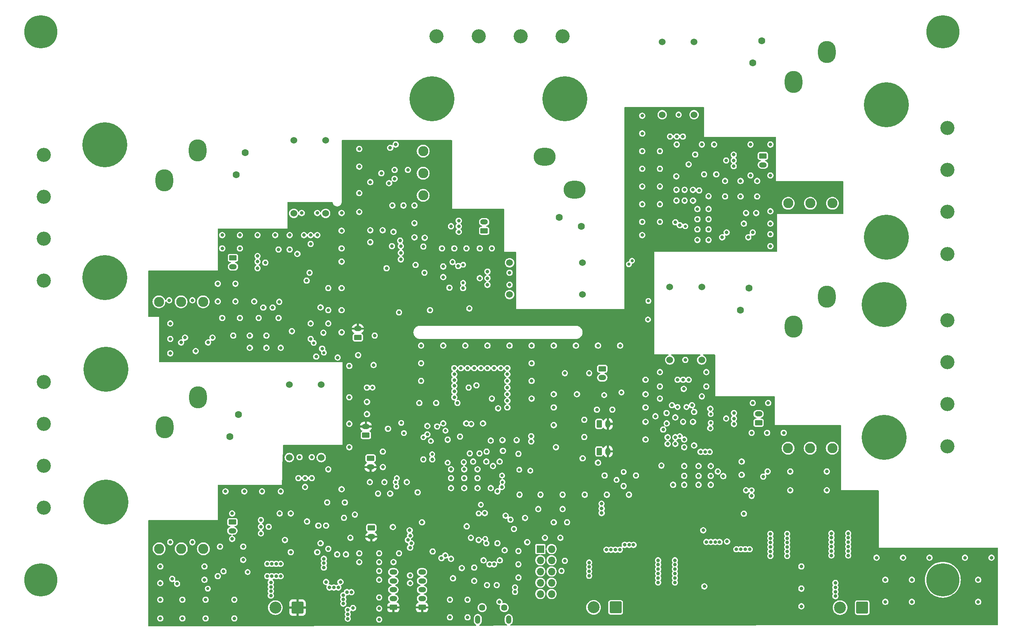
<source format=gbr>
%TF.GenerationSoftware,KiCad,Pcbnew,7.0.5*%
%TF.CreationDate,2023-06-14T16:30:09+07:00*%
%TF.ProjectId,Smart CB STM32 PCB,536d6172-7420-4434-9220-53544d333220,rev?*%
%TF.SameCoordinates,Original*%
%TF.FileFunction,Copper,L2,Inr*%
%TF.FilePolarity,Positive*%
%FSLAX46Y46*%
G04 Gerber Fmt 4.6, Leading zero omitted, Abs format (unit mm)*
G04 Created by KiCad (PCBNEW 7.0.5) date 2023-06-14 16:30:09*
%MOMM*%
%LPD*%
G01*
G04 APERTURE LIST*
G04 Aperture macros list*
%AMRoundRect*
0 Rectangle with rounded corners*
0 $1 Rounding radius*
0 $2 $3 $4 $5 $6 $7 $8 $9 X,Y pos of 4 corners*
0 Add a 4 corners polygon primitive as box body*
4,1,4,$2,$3,$4,$5,$6,$7,$8,$9,$2,$3,0*
0 Add four circle primitives for the rounded corners*
1,1,$1+$1,$2,$3*
1,1,$1+$1,$4,$5*
1,1,$1+$1,$6,$7*
1,1,$1+$1,$8,$9*
0 Add four rect primitives between the rounded corners*
20,1,$1+$1,$2,$3,$4,$5,0*
20,1,$1+$1,$4,$5,$6,$7,0*
20,1,$1+$1,$6,$7,$8,$9,0*
20,1,$1+$1,$8,$9,$2,$3,0*%
G04 Aperture macros list end*
%TA.AperFunction,ComponentPad*%
%ADD10C,2.286000*%
%TD*%
%TA.AperFunction,ComponentPad*%
%ADD11O,4.000000X5.000000*%
%TD*%
%TA.AperFunction,ComponentPad*%
%ADD12C,1.600000*%
%TD*%
%TA.AperFunction,ComponentPad*%
%ADD13C,1.524000*%
%TD*%
%TA.AperFunction,ComponentPad*%
%ADD14C,10.160000*%
%TD*%
%TA.AperFunction,ComponentPad*%
%ADD15O,3.200000X3.200000*%
%TD*%
%TA.AperFunction,ComponentPad*%
%ADD16RoundRect,0.250001X1.099999X1.099999X-1.099999X1.099999X-1.099999X-1.099999X1.099999X-1.099999X0*%
%TD*%
%TA.AperFunction,ComponentPad*%
%ADD17C,2.700000*%
%TD*%
%TA.AperFunction,ComponentPad*%
%ADD18R,1.700000X1.700000*%
%TD*%
%TA.AperFunction,ComponentPad*%
%ADD19O,1.700000X1.700000*%
%TD*%
%TA.AperFunction,ComponentPad*%
%ADD20RoundRect,0.250000X-0.625000X0.350000X-0.625000X-0.350000X0.625000X-0.350000X0.625000X0.350000X0*%
%TD*%
%TA.AperFunction,ComponentPad*%
%ADD21O,1.750000X1.200000*%
%TD*%
%TA.AperFunction,ComponentPad*%
%ADD22RoundRect,0.250000X0.625000X-0.350000X0.625000X0.350000X-0.625000X0.350000X-0.625000X-0.350000X0*%
%TD*%
%TA.AperFunction,ComponentPad*%
%ADD23O,1.200000X1.900000*%
%TD*%
%TA.AperFunction,ComponentPad*%
%ADD24C,1.450000*%
%TD*%
%TA.AperFunction,ComponentPad*%
%ADD25C,7.500000*%
%TD*%
%TA.AperFunction,ComponentPad*%
%ADD26RoundRect,0.250000X-0.350000X-0.625000X0.350000X-0.625000X0.350000X0.625000X-0.350000X0.625000X0*%
%TD*%
%TA.AperFunction,ComponentPad*%
%ADD27O,1.200000X1.750000*%
%TD*%
%TA.AperFunction,ComponentPad*%
%ADD28O,5.000000X4.000000*%
%TD*%
%TA.AperFunction,ViaPad*%
%ADD29C,0.800000*%
%TD*%
%TA.AperFunction,ViaPad*%
%ADD30C,0.700000*%
%TD*%
%TA.AperFunction,Conductor*%
%ADD31C,0.250000*%
%TD*%
G04 APERTURE END LIST*
D10*
%TO.N,Net-(D35-A)*%
%TO.C,U31*%
X79750000Y-145000000D03*
%TO.N,+12V*%
X84750000Y-145000000D03*
%TO.N,Net-(D38-A)*%
X89750000Y-145000000D03*
D11*
%TO.N,Net-(J29-Pin_1)*%
X88500000Y-110750000D03*
%TO.N,/energy sensor4/Lout5*%
X81000000Y-117500000D03*
%TD*%
D12*
%TO.N,/energy sensor/Lin1*%
%TO.C,RV1*%
X170250000Y-70000000D03*
%TO.N,/energy sensor/N1*%
X175250000Y-72000000D03*
%TD*%
D13*
%TO.N,/energy sensor1/N2*%
%TO.C,U14*%
X110188000Y-52588700D03*
%TO.N,Net-(U14-In2)*%
X117388000Y-52588700D03*
%TO.N,Net-(U14-Out1)*%
X117388000Y-69088700D03*
%TO.N,Net-(U14-Out2)*%
X110188000Y-69088700D03*
%TD*%
D14*
%TO.N,/energy sensor/Lin1*%
%TO.C,J16*%
X141460000Y-43130000D03*
%TD*%
%TO.N,/energy sensor3/Lin4*%
%TO.C,J25*%
X244250000Y-74500000D03*
%TD*%
D15*
%TO.N,/energy sensor4/Lout5*%
%TO.C,U3*%
X53653000Y-107213700D03*
%TO.N,/energy sensor4/N5*%
X53653000Y-116713700D03*
X53653000Y-126213700D03*
%TO.N,/energy sensor4/Lin5*%
X53653000Y-135713700D03*
%TD*%
D14*
%TO.N,/energy sensor4/Lin5*%
%TO.C,J28*%
X67688000Y-134388700D03*
%TD*%
D16*
%TO.N,+5V*%
%TO.C,J2*%
X183000000Y-158250000D03*
D17*
%TO.N,GND*%
X178000000Y-158250000D03*
%TD*%
D10*
%TO.N,Net-(D17-A)*%
%TO.C,U16*%
X79688000Y-89088700D03*
%TO.N,+12V*%
X84688000Y-89088700D03*
%TO.N,Net-(D20-A)*%
X89688000Y-89088700D03*
D11*
%TO.N,Net-(J20-Pin_1)*%
X88438000Y-54838700D03*
%TO.N,/energy sensor1/Lout2*%
X80938000Y-61588700D03*
%TD*%
D12*
%TO.N,/energy sensor3/Lin4*%
%TO.C,RV4*%
X214025000Y-35050000D03*
%TO.N,/energy sensor3/N4*%
X216025000Y-30050000D03*
%TD*%
D18*
%TO.N,unconnected-(J4-Pin_1-Pad1)*%
%TO.C,J4*%
X165960000Y-145048700D03*
D19*
%TO.N,/SWCLK*%
X168500000Y-145048700D03*
%TO.N,unconnected-(J4-Pin_3-Pad3)*%
X165960000Y-147588700D03*
%TO.N,/SWDIO*%
X168500000Y-147588700D03*
%TO.N,unconnected-(J4-Pin_5-Pad5)*%
X165960000Y-150128700D03*
%TO.N,GND*%
X168500000Y-150128700D03*
%TO.N,unconnected-(J4-Pin_7-Pad7)*%
X165960000Y-152668700D03*
%TO.N,Net-(J4-Pin_8)*%
X168500000Y-152668700D03*
%TO.N,unconnected-(J4-Pin_9-Pad9)*%
X165960000Y-155208700D03*
%TO.N,Net-(J4-Pin_10)*%
X168500000Y-155208700D03*
%TD*%
D20*
%TO.N,/I2C1_SDA*%
%TO.C,J8*%
X179975000Y-104250000D03*
D21*
%TO.N,/I2C1_SCL*%
X179975000Y-106250000D03*
%TD*%
D15*
%TO.N,/energy sensor2/Lin3*%
%TO.C,U7*%
X258050000Y-121775000D03*
%TO.N,/energy sensor2/N3*%
X258050000Y-112275000D03*
X258050000Y-102775000D03*
%TO.N,/energy sensor2/Lout3*%
X258050000Y-93275000D03*
%TD*%
D20*
%TO.N,Net-(J18-Pin_1)*%
%TO.C,J18*%
X96438000Y-79150700D03*
D21*
%TO.N,Net-(J18-Pin_2)*%
X96438000Y-81150700D03*
%TD*%
D22*
%TO.N,/Button2*%
%TO.C,J30*%
X124675000Y-97175000D03*
D21*
%TO.N,+3.3V*%
X124675000Y-95175000D03*
%TD*%
D23*
%TO.N,GND*%
%TO.C,J5*%
X151800000Y-161008700D03*
D24*
X152800000Y-158308700D03*
X157800000Y-158308700D03*
D23*
X158800000Y-161008700D03*
%TD*%
D22*
%TO.N,Net-(J15-Pin_1)*%
%TO.C,J15*%
X153250000Y-73025000D03*
D21*
%TO.N,Net-(J15-Pin_2)*%
X153250000Y-71025000D03*
%TD*%
D22*
%TO.N,/Wifi_button*%
%TO.C,J13*%
X126500000Y-119300000D03*
D21*
%TO.N,+3.3V*%
X126500000Y-117300000D03*
%TD*%
D22*
%TO.N,+3.3V*%
%TO.C,J6*%
X132710000Y-158250000D03*
D21*
%TO.N,GND*%
X132710000Y-156250000D03*
%TO.N,+5V*%
X132710000Y-154250000D03*
%TO.N,/UART1_RX*%
X132710000Y-152250000D03*
%TO.N,/UART1_TX*%
X132710000Y-150250000D03*
%TD*%
D20*
%TO.N,Net-(J27-Pin_1)*%
%TO.C,J27*%
X96300000Y-138925000D03*
D21*
%TO.N,Net-(J27-Pin_2)*%
X96300000Y-140925000D03*
%TD*%
D20*
%TO.N,/Button6*%
%TO.C,J12*%
X127718750Y-140250000D03*
D21*
%TO.N,+3.3V*%
X127718750Y-142250000D03*
%TD*%
D25*
%TO.N,N/C*%
%TO.C,H4*%
X257000000Y-28000000D03*
%TD*%
D12*
%TO.N,/energy sensor4/Lin5*%
%TO.C,RV5*%
X95688000Y-119588700D03*
%TO.N,/energy sensor4/N5*%
X97688000Y-114588700D03*
%TD*%
D13*
%TO.N,/energy sensor/N1*%
%TO.C,U9*%
X175500000Y-80250000D03*
%TO.N,Net-(U9-In2)*%
X175500000Y-87450000D03*
%TO.N,Net-(U9-Out1)*%
X159000000Y-87450000D03*
%TO.N,Net-(U9-Out2)*%
X159000000Y-80250000D03*
%TD*%
%TO.N,/energy sensor3/N4*%
%TO.C,U24*%
X193525000Y-30250000D03*
%TO.N,Net-(U24-In2)*%
X200725000Y-30250000D03*
%TO.N,Net-(U24-Out1)*%
X200725000Y-46750000D03*
%TO.N,Net-(U24-Out2)*%
X193525000Y-46750000D03*
%TD*%
D22*
%TO.N,+3.3V*%
%TO.C,J7*%
X139210000Y-158250000D03*
D21*
%TO.N,GND*%
X139210000Y-156250000D03*
%TO.N,+5V*%
X139210000Y-154250000D03*
%TO.N,/RXD*%
X139210000Y-152250000D03*
%TO.N,/TXD*%
X139210000Y-150250000D03*
%TD*%
D14*
%TO.N,Net-(J20-Pin_1)*%
%TO.C,J20*%
X67438000Y-53588700D03*
%TD*%
D20*
%TO.N,/Button3*%
%TO.C,J9*%
X127550000Y-124500000D03*
D21*
%TO.N,+3.3V*%
X127550000Y-126500000D03*
%TD*%
D15*
%TO.N,/energy sensor3/Lin4*%
%TO.C,U6*%
X258050000Y-78250000D03*
%TO.N,/energy sensor3/N4*%
X258050000Y-68750000D03*
X258050000Y-59250000D03*
%TO.N,/energy sensor3/Lout4*%
X258050000Y-49750000D03*
%TD*%
D26*
%TO.N,/Button5*%
%TO.C,J11*%
X179250000Y-116750000D03*
D27*
%TO.N,+3.3V*%
X181250000Y-116750000D03*
%TD*%
D15*
%TO.N,/energy sensor/Lout1*%
%TO.C,U5*%
X171000000Y-29000000D03*
%TO.N,/energy sensor/N1*%
X161500000Y-29000000D03*
X152000000Y-29000000D03*
%TO.N,/energy sensor/Lin1*%
X142500000Y-29000000D03*
%TD*%
D13*
%TO.N,/energy sensor2/N3*%
%TO.C,U19*%
X195250000Y-85750000D03*
%TO.N,Net-(U19-In2)*%
X202450000Y-85750000D03*
%TO.N,Net-(U19-Out1)*%
X202450000Y-102250000D03*
%TO.N,Net-(U19-Out2)*%
X195250000Y-102250000D03*
%TD*%
D10*
%TO.N,Net-(D23-A)*%
%TO.C,U21*%
X222000000Y-122225200D03*
%TO.N,+12V*%
X227000000Y-122225200D03*
%TO.N,Net-(D26-A)*%
X232000000Y-122225200D03*
D11*
%TO.N,Net-(J23-Pin_1)*%
X230750000Y-87975200D03*
%TO.N,/energy sensor2/Lout3*%
X223250000Y-94725200D03*
%TD*%
D14*
%TO.N,Net-(J17-Pin_1)*%
%TO.C,J17*%
X171460000Y-43130000D03*
%TD*%
D25*
%TO.N,N/C*%
%TO.C,H1*%
X257000000Y-152000000D03*
%TD*%
D14*
%TO.N,Net-(J29-Pin_1)*%
%TO.C,J29*%
X67688000Y-104388700D03*
%TD*%
D13*
%TO.N,/energy sensor4/N5*%
%TO.C,U29*%
X109188000Y-107838700D03*
%TO.N,Net-(U29-In2)*%
X116388000Y-107838700D03*
%TO.N,Net-(U29-Out1)*%
X116388000Y-124338700D03*
%TO.N,Net-(U29-Out2)*%
X109188000Y-124338700D03*
%TD*%
D15*
%TO.N,/energy sensor1/Lout2*%
%TO.C,U4*%
X53688000Y-55838700D03*
%TO.N,/energy sensor1/N2*%
X53688000Y-65338700D03*
X53688000Y-74838700D03*
%TO.N,/energy sensor1/Lin2*%
X53688000Y-84338700D03*
%TD*%
D14*
%TO.N,/energy sensor2/Lin3*%
%TO.C,J22*%
X243750000Y-119750000D03*
%TD*%
%TO.N,Net-(J26-Pin_1)*%
%TO.C,J26*%
X244250000Y-44500000D03*
%TD*%
D22*
%TO.N,Net-(J21-Pin_1)*%
%TO.C,J21*%
X215323200Y-116470000D03*
D21*
%TO.N,Net-(J21-Pin_2)*%
X215323200Y-114470000D03*
%TD*%
D26*
%TO.N,/Button4*%
%TO.C,J10*%
X179250000Y-122950000D03*
D27*
%TO.N,+3.3V*%
X181250000Y-122950000D03*
%TD*%
D10*
%TO.N,Net-(D11-A)*%
%TO.C,U11*%
X139460000Y-55000000D03*
%TO.N,+12V*%
X139460000Y-60000000D03*
%TO.N,Net-(D14-A)*%
X139460000Y-65000000D03*
D28*
%TO.N,Net-(J17-Pin_1)*%
X173710000Y-63750000D03*
%TO.N,/energy sensor/Lout1*%
X166960000Y-56250000D03*
%TD*%
D12*
%TO.N,/energy sensor1/Lin2*%
%TO.C,RV2*%
X97188000Y-60338700D03*
%TO.N,/energy sensor1/N2*%
X99188000Y-55338700D03*
%TD*%
D16*
%TO.N,+3.3V*%
%TO.C,J1*%
X111027500Y-158300000D03*
D17*
%TO.N,GND*%
X106027500Y-158300000D03*
%TD*%
D14*
%TO.N,Net-(J23-Pin_1)*%
%TO.C,J23*%
X243750000Y-89750000D03*
%TD*%
D25*
%TO.N,N/C*%
%TO.C,H2*%
X53000000Y-28000000D03*
%TD*%
D10*
%TO.N,Net-(D29-A)*%
%TO.C,U26*%
X222025000Y-66800000D03*
%TO.N,+12V*%
X227025000Y-66800000D03*
%TO.N,Net-(D32-A)*%
X232025000Y-66800000D03*
D11*
%TO.N,Net-(J26-Pin_1)*%
X230775000Y-32550000D03*
%TO.N,/energy sensor3/Lout4*%
X223275000Y-39300000D03*
%TD*%
D20*
%TO.N,Net-(J24-Pin_1)*%
%TO.C,J24*%
X216300000Y-56100000D03*
D21*
%TO.N,Net-(J24-Pin_2)*%
X216300000Y-58100000D03*
%TD*%
D14*
%TO.N,/energy sensor1/Lin2*%
%TO.C,J19*%
X67438000Y-83588700D03*
%TD*%
D16*
%TO.N,+12V*%
%TO.C,J3*%
X238750000Y-158300000D03*
D17*
%TO.N,GND*%
X233750000Y-158300000D03*
%TD*%
D12*
%TO.N,/energy sensor2/Lin3*%
%TO.C,RV3*%
X211200000Y-91000000D03*
%TO.N,/energy sensor2/N3*%
X213200000Y-86000000D03*
%TD*%
D25*
%TO.N,N/C*%
%TO.C,H3*%
X53000000Y-152000000D03*
%TD*%
D29*
%TO.N,GND*%
X128500000Y-96750000D03*
X126750000Y-114500000D03*
X126750000Y-111750000D03*
X126750000Y-108500000D03*
X155250000Y-126250000D03*
X157250000Y-131000000D03*
%TO.N,/VddUSB*%
X148186000Y-149359000D03*
%TO.N,GND*%
X145500000Y-156500000D03*
X130325001Y-123000000D03*
X235600000Y-142500000D03*
X198500000Y-120250000D03*
X225000000Y-149000000D03*
X145750000Y-147250000D03*
X80000000Y-149000000D03*
X132500000Y-67300000D03*
X206500000Y-143450000D03*
X204400000Y-113300000D03*
X150250000Y-142500000D03*
X159000000Y-82500000D03*
X121400000Y-157400000D03*
X154000000Y-99000000D03*
X183937500Y-145200000D03*
X154750000Y-120500000D03*
X118250000Y-153750000D03*
X221800000Y-143600000D03*
X107250000Y-99500000D03*
X218000000Y-60500000D03*
X164000000Y-99000000D03*
X90800000Y-98300000D03*
X208100000Y-73400000D03*
X98000000Y-74000000D03*
X116900000Y-96100000D03*
X122400000Y-158800000D03*
X90250000Y-160750000D03*
X231800000Y-145500000D03*
X164000000Y-107000000D03*
X197250000Y-46750000D03*
X193000000Y-59000000D03*
X104500000Y-140000000D03*
X137500000Y-74500000D03*
X146100000Y-80100000D03*
X129500000Y-158500000D03*
X207750000Y-61750000D03*
X193000000Y-105000000D03*
X193750000Y-118000000D03*
X182250000Y-113500000D03*
X200500000Y-63750000D03*
X135750000Y-129900000D03*
X196500000Y-119750000D03*
X105000000Y-153600000D03*
X151000000Y-152250000D03*
X102750000Y-138500000D03*
X148750000Y-127000000D03*
X149250000Y-77000000D03*
X115500000Y-74000000D03*
X106000000Y-74000000D03*
X114000000Y-94000000D03*
X137500000Y-67300000D03*
X147500000Y-73250000D03*
X144000000Y-116600000D03*
X179000000Y-125500000D03*
X80000000Y-160750000D03*
X112750000Y-129000000D03*
X105400000Y-90400000D03*
X170750000Y-150000000D03*
X178750000Y-113500000D03*
X153900000Y-153200000D03*
X132750000Y-148000000D03*
X82000000Y-88750000D03*
X97000000Y-89000000D03*
X197000000Y-106750000D03*
X128249999Y-103400000D03*
X201500000Y-70400000D03*
X198600000Y-63750000D03*
X98750000Y-144500000D03*
X204000000Y-75100000D03*
X105000000Y-152600000D03*
X196400000Y-152600000D03*
X133250000Y-53500000D03*
X208200000Y-143350000D03*
X93000000Y-151200000D03*
X120750000Y-152500000D03*
X91800000Y-97200000D03*
X218000000Y-141600000D03*
X125000000Y-146000000D03*
X211300000Y-145100000D03*
X158500000Y-113000000D03*
X192600000Y-152600000D03*
X140400000Y-117200000D03*
X112500000Y-74000000D03*
X196400000Y-148600000D03*
X117000000Y-147250000D03*
X213500000Y-60500000D03*
X218000000Y-53500000D03*
X130000000Y-60000000D03*
X96500000Y-96750000D03*
X129500000Y-146000000D03*
X137500000Y-71300000D03*
X97000000Y-85000000D03*
X148750000Y-129000000D03*
X138600000Y-112000000D03*
X177000000Y-148100000D03*
X144000000Y-81100000D03*
X104000000Y-99500000D03*
X209700000Y-57100000D03*
X187037500Y-144100000D03*
X116250000Y-90362000D03*
X198250000Y-116250000D03*
X82700000Y-151800000D03*
X103750000Y-80250000D03*
X180500000Y-128400000D03*
X131175000Y-81500000D03*
X192000000Y-115000000D03*
X200750000Y-121600000D03*
X94000000Y-74000000D03*
X102750000Y-140000000D03*
X121000000Y-77000000D03*
X117000000Y-148250000D03*
X144000000Y-83500000D03*
X189750000Y-120250000D03*
X196400000Y-151600000D03*
X153100000Y-147600000D03*
X94750000Y-132000000D03*
X204000000Y-70400000D03*
X113200000Y-138800000D03*
X87250000Y-88750000D03*
X196750000Y-66200000D03*
X93000000Y-89000000D03*
X158500000Y-105500000D03*
X196500000Y-71100000D03*
X150750000Y-125250000D03*
X82250000Y-97500000D03*
X105200000Y-151200000D03*
X139500000Y-124750000D03*
X235600000Y-143500000D03*
X134400000Y-76500000D03*
X85000000Y-160750000D03*
X139000000Y-103000000D03*
X94000000Y-77000000D03*
X213750000Y-118750000D03*
X195300000Y-51700000D03*
X121000000Y-96000000D03*
X218000000Y-143600000D03*
X230750000Y-131750000D03*
X185037500Y-144100000D03*
X204400000Y-117700000D03*
X132000000Y-132500000D03*
X218000000Y-145600000D03*
X200500000Y-66200000D03*
X82250000Y-143500000D03*
X169000000Y-99000000D03*
X158500000Y-111500000D03*
X203500000Y-105000000D03*
X129250000Y-132500000D03*
X218000000Y-76500000D03*
X121000000Y-69000000D03*
X171500000Y-105250000D03*
X121400000Y-156400000D03*
X146500000Y-110700000D03*
X100250000Y-99500000D03*
X215000000Y-65250000D03*
X121000000Y-86000000D03*
X201500000Y-68100000D03*
X193000000Y-108250000D03*
X181000000Y-132750000D03*
X109250000Y-77250000D03*
X131750000Y-62250000D03*
X105000000Y-155600000D03*
X153750000Y-143750000D03*
X169000000Y-113000000D03*
X196000000Y-130500000D03*
X103300000Y-90400000D03*
X112000000Y-69000000D03*
X143600000Y-147100000D03*
X119250000Y-153750000D03*
X193000000Y-63000000D03*
X197500000Y-71750000D03*
X145400000Y-85900000D03*
X114000000Y-97500000D03*
X84700000Y-98300000D03*
X232700000Y-153700000D03*
X129500000Y-148000000D03*
X109500000Y-137000000D03*
X104200000Y-151200000D03*
X212300000Y-145100000D03*
X136000000Y-59250000D03*
X102000000Y-81500000D03*
X136500000Y-144750000D03*
X129500000Y-150000000D03*
X139000000Y-107000000D03*
X147400000Y-81000000D03*
X158500000Y-108500000D03*
X94300000Y-150100000D03*
X135000000Y-67300000D03*
X196500000Y-115250000D03*
X149300000Y-139900000D03*
X155500000Y-104100000D03*
X212500000Y-69000000D03*
X136500000Y-151000000D03*
X194500000Y-114250000D03*
X174000000Y-99000000D03*
X203500000Y-143450000D03*
X189000000Y-59000000D03*
X151750000Y-127000000D03*
X235600000Y-141500000D03*
X147500000Y-70750000D03*
X157400000Y-120400000D03*
X124750000Y-101175000D03*
X146500000Y-77000000D03*
X161000000Y-145500000D03*
X176000000Y-132750000D03*
X152000000Y-143000000D03*
X196500000Y-121250000D03*
X198500000Y-128500000D03*
X201750000Y-126250000D03*
X125000000Y-54500000D03*
X139200000Y-139000000D03*
X87250000Y-143500000D03*
X102250000Y-92750000D03*
X120250000Y-153750000D03*
X221800000Y-145600000D03*
X193000000Y-67000000D03*
X125000000Y-58500000D03*
X156700000Y-157000000D03*
X153000000Y-116600000D03*
X156800000Y-147600000D03*
X262000000Y-147000000D03*
X121750000Y-134500000D03*
X203250000Y-123050000D03*
X94000000Y-92750000D03*
X115250000Y-101500000D03*
X209750000Y-116750000D03*
X98000000Y-92750000D03*
X203500000Y-108250000D03*
X149500000Y-156500000D03*
X106900000Y-89100000D03*
X209700000Y-58400000D03*
X203050000Y-153500000D03*
X118000000Y-127000000D03*
X139000000Y-99000000D03*
X222500000Y-131750000D03*
X218000000Y-68600000D03*
X139800000Y-74600000D03*
X134250000Y-75250000D03*
X159000000Y-99000000D03*
X175900000Y-119700000D03*
X225000000Y-158000000D03*
X209700000Y-55800000D03*
X211500000Y-125250000D03*
X175525000Y-124525000D03*
X149900000Y-90600000D03*
X151000000Y-149250000D03*
X129500000Y-161000000D03*
X93000000Y-85000000D03*
X192600000Y-151600000D03*
X232700000Y-154700000D03*
X159200000Y-138400000D03*
X254000000Y-147000000D03*
X117000000Y-149250000D03*
X184800000Y-130800000D03*
X221000000Y-118750000D03*
X122750000Y-103600000D03*
X109750000Y-95750000D03*
X189000000Y-47000000D03*
X99000000Y-132000000D03*
X163000000Y-143500000D03*
X117500000Y-152500000D03*
X106200000Y-148400000D03*
X133000000Y-61250000D03*
X207100000Y-74500000D03*
X218000000Y-73800000D03*
X167000000Y-142500000D03*
X213000000Y-74500000D03*
X146500000Y-106800000D03*
X159000000Y-85250000D03*
X157000000Y-104100000D03*
X205500000Y-143450000D03*
X102000000Y-78750000D03*
X153750000Y-125250000D03*
X161000000Y-151500000D03*
X231800000Y-141500000D03*
X133000000Y-59250000D03*
X208000000Y-57100000D03*
X221800000Y-141600000D03*
X141000000Y-91000000D03*
X145000000Y-120300000D03*
X177000000Y-105250000D03*
D30*
X152500000Y-135000000D03*
D29*
X103000000Y-132000000D03*
X106750000Y-92750000D03*
X186037500Y-144100000D03*
X117500000Y-139750000D03*
X213300000Y-145100000D03*
X151750000Y-131250000D03*
X171000000Y-132750000D03*
X127500000Y-75600000D03*
X122750000Y-116700000D03*
X156400000Y-113200000D03*
X189750000Y-110000000D03*
X158500000Y-110000000D03*
X105200000Y-148400000D03*
X101250000Y-89000000D03*
X199500000Y-106750000D03*
X98000000Y-77000000D03*
X196400000Y-147600000D03*
X102750000Y-141500000D03*
X109500000Y-145750000D03*
X165500000Y-136000000D03*
X130300000Y-72900000D03*
X129500000Y-152000000D03*
X82250000Y-100750000D03*
X171500000Y-147700000D03*
X155000000Y-111000000D03*
X221800000Y-144600000D03*
X93500000Y-144500000D03*
X118000000Y-145000000D03*
X180937500Y-145200000D03*
X136000000Y-143000000D03*
X235600000Y-144500000D03*
X189750000Y-116250000D03*
X218000000Y-71400000D03*
X146210000Y-151668700D03*
X107250000Y-132000000D03*
X107200000Y-148400000D03*
X127500000Y-72900000D03*
X149200000Y-116600000D03*
X201750000Y-128500000D03*
X196400000Y-150600000D03*
X132750000Y-73250000D03*
X151000000Y-104100000D03*
X189000000Y-74000000D03*
X198500000Y-122000000D03*
X189000000Y-63000000D03*
X177000000Y-151100000D03*
X152250000Y-77000000D03*
X132000000Y-54250000D03*
X151500000Y-108000000D03*
D30*
X186700000Y-79800000D03*
D29*
X147200000Y-112000000D03*
X203000000Y-60250000D03*
X125000000Y-68750000D03*
X215000000Y-61750000D03*
X189000000Y-51000000D03*
X194750000Y-121250000D03*
X201000000Y-55750000D03*
X134000000Y-91500000D03*
X163900000Y-119500000D03*
X248000000Y-147000000D03*
X207350000Y-128550000D03*
X202500000Y-53500000D03*
X156750000Y-125250000D03*
X212500000Y-131750000D03*
X221800000Y-142600000D03*
X114250000Y-124250000D03*
X179000000Y-99000000D03*
X214000000Y-112000000D03*
X204500000Y-126250000D03*
X217500000Y-112000000D03*
X148639880Y-125400000D03*
X158500000Y-104100000D03*
X198600000Y-66200000D03*
X122000000Y-146250000D03*
X130337500Y-126500000D03*
X206100000Y-127500000D03*
X127400000Y-129900000D03*
X163900000Y-120700000D03*
X192600000Y-147600000D03*
X154750000Y-131250000D03*
X147500000Y-72000000D03*
X153400000Y-136900000D03*
X145750000Y-129000000D03*
X90000000Y-149000000D03*
X250000000Y-157000000D03*
X100250000Y-96750000D03*
X148750000Y-131250000D03*
X139500000Y-76600000D03*
X104200000Y-148400000D03*
X129500000Y-156000000D03*
X201750000Y-130500000D03*
X205250000Y-53500000D03*
X193000000Y-111000000D03*
X196700000Y-60700000D03*
X179800000Y-134800000D03*
X193000000Y-55000000D03*
X204000000Y-72700000D03*
X123600000Y-158400000D03*
X121400000Y-155500000D03*
X217250000Y-118750000D03*
X200500000Y-116250000D03*
X80000000Y-152750000D03*
X200750000Y-114000000D03*
X82250000Y-94000000D03*
X154000000Y-85250000D03*
X232700000Y-155700000D03*
X122750000Y-122000000D03*
X186000000Y-132750000D03*
X90250000Y-156500000D03*
X193000000Y-71000000D03*
X102000000Y-74000000D03*
X148000000Y-104100000D03*
X116600000Y-99700000D03*
X107000000Y-137000000D03*
X153800000Y-123000000D03*
X181937500Y-145200000D03*
X116250000Y-143750000D03*
X212000000Y-137050000D03*
X148500000Y-86000000D03*
X198500000Y-126250000D03*
X112750000Y-131000000D03*
X268000000Y-147000000D03*
X196400000Y-149600000D03*
X115500000Y-69000000D03*
X198400000Y-108800000D03*
X217367000Y-127500000D03*
X143700000Y-77000000D03*
X214000000Y-73400000D03*
X107200000Y-151200000D03*
X204000000Y-65200000D03*
X216367000Y-128650000D03*
X123200000Y-154800000D03*
X96250000Y-137000000D03*
X172000000Y-139000000D03*
X201900000Y-63900000D03*
X144000000Y-99000000D03*
X152200000Y-123400000D03*
X235600000Y-146500000D03*
X132400000Y-76500000D03*
X118000000Y-91000000D03*
X242000000Y-147000000D03*
X83800000Y-152900000D03*
X109250000Y-74000000D03*
X145750000Y-127000000D03*
X174250000Y-110000000D03*
X170500000Y-142500000D03*
X111500000Y-124250000D03*
X149750000Y-108500000D03*
X250000000Y-152000000D03*
X192600000Y-150600000D03*
X204500000Y-130500000D03*
X218000000Y-142600000D03*
X154000000Y-82250000D03*
X146500000Y-108100000D03*
X158100000Y-137500000D03*
X145500000Y-160500000D03*
X199500000Y-58000000D03*
X113750000Y-82500000D03*
X198750000Y-102250000D03*
X213750000Y-133000000D03*
X231800000Y-142500000D03*
X194750000Y-119750000D03*
X198500000Y-130500000D03*
X169500000Y-122000000D03*
X121000000Y-80000000D03*
X208000000Y-115500000D03*
X194550000Y-116600000D03*
X161250000Y-132750000D03*
X130700000Y-129900000D03*
X155000000Y-77000000D03*
X141500000Y-124750000D03*
X161000000Y-148500000D03*
X189750000Y-113000000D03*
X122400000Y-160800000D03*
X137750000Y-80750000D03*
X136400000Y-140800000D03*
X151750000Y-129000000D03*
X169000000Y-139000000D03*
X166000000Y-132750000D03*
X140400000Y-119100000D03*
X225000000Y-154000000D03*
X244000000Y-157000000D03*
X111000000Y-78250000D03*
X198250000Y-106750000D03*
X105000000Y-154600000D03*
X106200000Y-151200000D03*
X205750000Y-60250000D03*
X120000000Y-146250000D03*
X179837500Y-136900000D03*
X202200000Y-123050000D03*
X171000000Y-136000000D03*
X204500000Y-143450000D03*
X154000000Y-83750000D03*
X212000000Y-71400000D03*
X88000000Y-100250000D03*
X142400000Y-112000000D03*
X187600000Y-128400000D03*
X221800000Y-146600000D03*
X115750000Y-139750000D03*
X198200000Y-51700000D03*
X136500000Y-152750000D03*
X211250000Y-61750000D03*
X145750000Y-131250000D03*
X184000000Y-99000000D03*
X201500000Y-72700000D03*
X160600000Y-120400000D03*
X177000000Y-150100000D03*
X122200000Y-154800000D03*
X169000000Y-110000000D03*
X193350000Y-126162000D03*
X196800000Y-51700000D03*
X162500000Y-138000000D03*
X265000000Y-152000000D03*
X134400000Y-78000000D03*
X211250000Y-65250000D03*
X169000000Y-117000000D03*
X209750000Y-114250000D03*
X189750000Y-106750000D03*
X158500000Y-107000000D03*
X134000000Y-146000000D03*
X114250000Y-129000000D03*
D30*
X141200000Y-120600000D03*
D29*
X118000000Y-94000000D03*
X115500000Y-145750000D03*
X106750000Y-77250000D03*
X113100000Y-84300000D03*
X204000000Y-68100000D03*
X192600000Y-148600000D03*
X127500000Y-62000000D03*
X118000000Y-86000000D03*
X160000000Y-140500000D03*
X189000000Y-55000000D03*
X145750000Y-72000000D03*
X122750000Y-110700000D03*
X121000000Y-73000000D03*
X108200000Y-143000000D03*
X200250000Y-112500000D03*
X138200000Y-132200000D03*
X179837500Y-135900000D03*
X85600000Y-97200000D03*
X141600000Y-145600000D03*
X132600000Y-140050000D03*
X157900000Y-145300000D03*
X98750000Y-147500000D03*
X161000000Y-123500000D03*
X123000000Y-142500000D03*
X146500000Y-105500000D03*
X189000000Y-67000000D03*
X96250000Y-142750000D03*
X218000000Y-144600000D03*
X232700000Y-152700000D03*
X121538700Y-137987000D03*
X96750000Y-160750000D03*
X152500000Y-104100000D03*
X120100000Y-101700000D03*
X154000000Y-104100000D03*
X202500000Y-110500000D03*
X182937500Y-145200000D03*
X90000000Y-152000000D03*
X117750000Y-134500000D03*
X175900000Y-115800000D03*
X149500000Y-104100000D03*
X164000000Y-103000000D03*
X265000000Y-157000000D03*
X222500000Y-127500000D03*
X121000000Y-131500000D03*
X131500000Y-117825001D03*
X149000000Y-99000000D03*
X125000000Y-64500000D03*
X85000000Y-156500000D03*
X104000000Y-96750000D03*
X196750000Y-63750000D03*
X146500000Y-109400000D03*
D30*
X133250000Y-129900000D03*
D29*
X149500000Y-160500000D03*
X231800000Y-143500000D03*
X134400000Y-79500000D03*
X111250000Y-129000000D03*
X244000000Y-152000000D03*
X177000000Y-149100000D03*
X235600000Y-145500000D03*
X142600000Y-117300000D03*
X231800000Y-144500000D03*
X125000000Y-148000000D03*
X139750000Y-82500000D03*
X80000000Y-156500000D03*
X156250000Y-132000000D03*
X192600000Y-149600000D03*
X102000000Y-80000000D03*
X213500000Y-53500000D03*
X189000000Y-71000000D03*
X122400000Y-159800000D03*
X231800000Y-146500000D03*
X150000000Y-123400000D03*
X147800000Y-119600000D03*
X195750000Y-112500000D03*
X211500000Y-128250000D03*
X156100000Y-153200000D03*
X152250000Y-83750000D03*
X204250000Y-123050000D03*
X114000000Y-76000000D03*
X96750000Y-156500000D03*
X209750000Y-115500000D03*
X146500000Y-104100000D03*
X121000000Y-91000000D03*
X201500000Y-75100000D03*
X210300000Y-145100000D03*
X124000000Y-137250000D03*
X218000000Y-146600000D03*
X164000000Y-111000000D03*
X114000000Y-74000000D03*
X207750000Y-65250000D03*
X156250000Y-143750000D03*
X204500000Y-128500000D03*
X196800000Y-53500000D03*
X230750000Y-127500000D03*
%TO.N,+3.3V*%
X111900000Y-148300000D03*
X124100000Y-151700000D03*
X127100000Y-151700000D03*
X125100000Y-151700000D03*
X203900000Y-62300000D03*
X123100000Y-151700000D03*
X147100000Y-146500000D03*
X158100000Y-134900000D03*
X109800000Y-151200000D03*
X174737500Y-144100000D03*
D30*
X138250000Y-139500000D03*
D29*
X174537500Y-136800000D03*
X122500000Y-148800000D03*
X112000000Y-155500000D03*
X160600000Y-119300000D03*
X127500000Y-150800000D03*
X174600000Y-134800000D03*
X112000000Y-152500000D03*
X127500000Y-76750000D03*
X146300000Y-123200000D03*
X110800000Y-151200000D03*
X110900000Y-148300000D03*
X154700000Y-116700000D03*
X177637500Y-143500000D03*
X122500000Y-150900000D03*
X137775001Y-82500000D03*
X201800000Y-119600000D03*
X108800000Y-151200000D03*
X176837500Y-144100000D03*
X146700000Y-144200000D03*
X127500000Y-149700000D03*
X201800000Y-118600000D03*
X152200000Y-119700000D03*
X112000000Y-154500000D03*
X140300000Y-114300000D03*
X133450000Y-132450000D03*
X135800000Y-73200000D03*
X155200000Y-127355000D03*
X109900000Y-148300000D03*
X108900000Y-148300000D03*
X111800000Y-151200000D03*
D30*
X136750000Y-145750000D03*
D29*
X118200000Y-148400000D03*
X192400000Y-119600000D03*
X177637500Y-139500000D03*
X112000000Y-153500000D03*
X175637500Y-139100000D03*
X174400000Y-108300000D03*
X174537500Y-135800000D03*
X161100000Y-116300000D03*
X111400000Y-145800000D03*
X177637500Y-140500000D03*
X139800000Y-112000000D03*
X172400000Y-150300000D03*
X199100000Y-117200000D03*
X146000000Y-112000000D03*
X193400000Y-128000000D03*
X163700000Y-116200000D03*
X176737500Y-139100000D03*
X177637500Y-141500000D03*
X147700000Y-116700000D03*
X127500000Y-148700000D03*
X111800000Y-143600000D03*
X126100000Y-151700000D03*
X133450000Y-127125001D03*
X122500000Y-149800000D03*
X119200000Y-148400000D03*
X105800000Y-86600000D03*
X177637500Y-142500000D03*
X175737500Y-144100000D03*
X142400000Y-132500000D03*
X201700000Y-62300000D03*
X120200000Y-148400000D03*
X135600000Y-75300000D03*
X174400000Y-102200000D03*
X174637500Y-139100000D03*
X108100000Y-86000000D03*
%TO.N,Net-(U2-NRST)*%
X150300000Y-116750000D03*
D30*
%TO.N,/energy sensor/VP*%
X148500000Y-80700000D03*
X148500000Y-84800000D03*
%TO.N,/energy sensor2/IP*%
X204500000Y-114500000D03*
X197500000Y-119500000D03*
%TO.N,/energy sensor2/IN*%
X204500000Y-116500000D03*
%TO.N,/energy sensor2/VP*%
X199000000Y-112900000D03*
%TO.N,/energy sensor2/VN*%
X197000000Y-112900000D03*
D29*
%TO.N,+5V*%
X160250000Y-154750000D03*
X144460000Y-146500000D03*
X160250000Y-153750000D03*
%TO.N,Net-(D32-A)*%
X214800000Y-69000000D03*
D30*
%TO.N,/UART1_RX*%
X152000000Y-137000000D03*
%TO.N,Net-(U1-RXD)*%
X153500000Y-142750000D03*
D29*
%TO.N,/D+*%
X155500000Y-148500000D03*
%TO.N,/D-*%
X154450000Y-148500000D03*
D30*
%TO.N,/LED2*%
X141500000Y-123588200D03*
X128000000Y-108500000D03*
D29*
%TO.N,/BOOT0*%
X157494000Y-122814000D03*
D30*
%TO.N,Net-(U2-PB2)*%
X145000000Y-125500000D03*
%TO.N,/A2*%
X135100000Y-118800000D03*
%TO.N,/RX2*%
X139500000Y-119750000D03*
%TO.N,/TX2*%
X144500000Y-118250000D03*
%TO.N,/B2*%
X134500000Y-116500000D03*
%TO.N,/A3*%
X117000000Y-100600000D03*
%TO.N,/RX3*%
X133400000Y-130900000D03*
%TO.N,/TX3*%
X133500000Y-129000000D03*
%TO.N,/B3*%
X114700000Y-98400000D03*
%TO.N,/A4*%
X184800000Y-127600000D03*
%TO.N,/B4*%
X213750000Y-131750000D03*
X183200000Y-129400000D03*
%TO.N,/A5*%
X184300000Y-109600000D03*
X163700000Y-127300000D03*
X190300000Y-93100000D03*
%TO.N,/RX5*%
X186000000Y-80600000D03*
X157300000Y-128400000D03*
%TO.N,/TX5*%
X157400000Y-129900000D03*
X198750000Y-72000000D03*
%TO.N,/B5*%
X161200000Y-127100000D03*
X180400000Y-110200000D03*
X190400000Y-88900000D03*
%TO.N,/A6*%
X90750000Y-154000000D03*
D29*
%TO.N,/RX6*%
X136750000Y-143750000D03*
%TO.N,/TX6*%
X136500000Y-142000000D03*
D30*
%TO.N,/B6*%
X99750000Y-150250000D03*
D29*
%TO.N,Net-(U35-FB)*%
X202800000Y-140800000D03*
%TD*%
D31*
%TO.N,/energy sensor4/N5*%
X109188000Y-107838700D02*
X109188000Y-107839000D01*
%TD*%
%TA.AperFunction,Conductor*%
%TO.N,+3.3V*%
G36*
X202943039Y-45019685D02*
G01*
X202988794Y-45072489D01*
X203000000Y-45124000D01*
X203000000Y-51750000D01*
X219126000Y-51750000D01*
X219193039Y-51769685D01*
X219238794Y-51822489D01*
X219250000Y-51874000D01*
X219249999Y-61749999D01*
X219250000Y-61750000D01*
X234376000Y-61750000D01*
X234443039Y-61769685D01*
X234488794Y-61822489D01*
X234500000Y-61874000D01*
X234500000Y-69126000D01*
X234480315Y-69193039D01*
X234427511Y-69238794D01*
X234376000Y-69250000D01*
X219500000Y-69250000D01*
X219500000Y-77626000D01*
X219480315Y-77693039D01*
X219427511Y-77738794D01*
X219376000Y-77750000D01*
X191750000Y-77750000D01*
X191750000Y-101000000D01*
X194874556Y-101000000D01*
X194941595Y-101019685D01*
X194987350Y-101072489D01*
X194997294Y-101141647D01*
X194968269Y-101205203D01*
X194910553Y-101242659D01*
X194860433Y-101257863D01*
X194841427Y-101263629D01*
X194656846Y-101362291D01*
X194495063Y-101495063D01*
X194362291Y-101656846D01*
X194263629Y-101841428D01*
X194202872Y-102041715D01*
X194182359Y-102250000D01*
X194202872Y-102458284D01*
X194225255Y-102532071D01*
X194263628Y-102658569D01*
X194355864Y-102831130D01*
X194362291Y-102843153D01*
X194495063Y-103004936D01*
X194649979Y-103132072D01*
X194656850Y-103137711D01*
X194841431Y-103236372D01*
X195041714Y-103297127D01*
X195250000Y-103317641D01*
X195458286Y-103297127D01*
X195658569Y-103236372D01*
X195843150Y-103137711D01*
X196004936Y-103004936D01*
X196137711Y-102843150D01*
X196236372Y-102658569D01*
X196297127Y-102458286D01*
X196317641Y-102250000D01*
X198044355Y-102250000D01*
X198064859Y-102418869D01*
X198064860Y-102418874D01*
X198125182Y-102577931D01*
X198158017Y-102625500D01*
X198221817Y-102717929D01*
X198295912Y-102783571D01*
X198349150Y-102830736D01*
X198480169Y-102899500D01*
X198499775Y-102909790D01*
X198664944Y-102950500D01*
X198835056Y-102950500D01*
X199000225Y-102909790D01*
X199079692Y-102868081D01*
X199150849Y-102830736D01*
X199150850Y-102830734D01*
X199150852Y-102830734D01*
X199278183Y-102717929D01*
X199374818Y-102577930D01*
X199435140Y-102418872D01*
X199455645Y-102250000D01*
X199435140Y-102081128D01*
X199374818Y-101922070D01*
X199278183Y-101782071D01*
X199150852Y-101669266D01*
X199150849Y-101669263D01*
X199000226Y-101590210D01*
X198835056Y-101549500D01*
X198664944Y-101549500D01*
X198499773Y-101590210D01*
X198349150Y-101669263D01*
X198221816Y-101782072D01*
X198125182Y-101922068D01*
X198064860Y-102081125D01*
X198064859Y-102081130D01*
X198044355Y-102250000D01*
X196317641Y-102250000D01*
X196297127Y-102041714D01*
X196236372Y-101841431D01*
X196137711Y-101656850D01*
X196137708Y-101656846D01*
X196004936Y-101495063D01*
X195843153Y-101362291D01*
X195843151Y-101362290D01*
X195843150Y-101362289D01*
X195769974Y-101323175D01*
X195658572Y-101263629D01*
X195658569Y-101263628D01*
X195589446Y-101242659D01*
X195531010Y-101204363D01*
X195502553Y-101140551D01*
X195513114Y-101071484D01*
X195559338Y-101019090D01*
X195625444Y-101000000D01*
X202074556Y-101000000D01*
X202141595Y-101019685D01*
X202187350Y-101072489D01*
X202197294Y-101141647D01*
X202168269Y-101205203D01*
X202110553Y-101242659D01*
X202060433Y-101257863D01*
X202041427Y-101263629D01*
X201856846Y-101362291D01*
X201695063Y-101495063D01*
X201562291Y-101656846D01*
X201463629Y-101841428D01*
X201402872Y-102041715D01*
X201382359Y-102250000D01*
X201402872Y-102458284D01*
X201425255Y-102532071D01*
X201463628Y-102658569D01*
X201555864Y-102831130D01*
X201562291Y-102843153D01*
X201695063Y-103004936D01*
X201849979Y-103132072D01*
X201856850Y-103137711D01*
X202041431Y-103236372D01*
X202241714Y-103297127D01*
X202450000Y-103317641D01*
X202658286Y-103297127D01*
X202858569Y-103236372D01*
X203043150Y-103137711D01*
X203204936Y-103004936D01*
X203337711Y-102843150D01*
X203436372Y-102658569D01*
X203497127Y-102458286D01*
X203517641Y-102250000D01*
X203497127Y-102041714D01*
X203436372Y-101841431D01*
X203337711Y-101656850D01*
X203337708Y-101656846D01*
X203204936Y-101495063D01*
X203043153Y-101362291D01*
X203043151Y-101362290D01*
X203043150Y-101362289D01*
X202969973Y-101323175D01*
X202858572Y-101263629D01*
X202858569Y-101263628D01*
X202789446Y-101242659D01*
X202731010Y-101204363D01*
X202702553Y-101140551D01*
X202713114Y-101071484D01*
X202759338Y-101019090D01*
X202825444Y-101000000D01*
X205376000Y-101000000D01*
X205443039Y-101019685D01*
X205488794Y-101072489D01*
X205500000Y-101123999D01*
X205500000Y-110500000D01*
X218876000Y-110500000D01*
X218943039Y-110519685D01*
X218988794Y-110572489D01*
X219000000Y-110624000D01*
X218999999Y-116999999D01*
X219000000Y-117000000D01*
X233876000Y-117000000D01*
X233943039Y-117019685D01*
X233988794Y-117072489D01*
X233999999Y-117124000D01*
X234000000Y-131750000D01*
X242376000Y-131750000D01*
X242443039Y-131769685D01*
X242488794Y-131822489D01*
X242500000Y-131873999D01*
X242500000Y-144750000D01*
X269376000Y-144750000D01*
X269443039Y-144769685D01*
X269488794Y-144822489D01*
X269500000Y-144874000D01*
X269500000Y-162126161D01*
X269480315Y-162193200D01*
X269427511Y-162238955D01*
X269376161Y-162250161D01*
X159273663Y-162393337D01*
X159206598Y-162373740D01*
X159160775Y-162320995D01*
X159150741Y-162251850D01*
X159179684Y-162188256D01*
X159223063Y-162156059D01*
X159252730Y-162142851D01*
X159405871Y-162031588D01*
X159532533Y-161890916D01*
X159627179Y-161726984D01*
X159685674Y-161546956D01*
X159700500Y-161405892D01*
X159700500Y-160611508D01*
X159685674Y-160470444D01*
X159627179Y-160290416D01*
X159532533Y-160126484D01*
X159405871Y-159985812D01*
X159382558Y-159968874D01*
X159252734Y-159874551D01*
X159252729Y-159874548D01*
X159079807Y-159797557D01*
X159079802Y-159797555D01*
X158934001Y-159766565D01*
X158894646Y-159758200D01*
X158705354Y-159758200D01*
X158672897Y-159765098D01*
X158520197Y-159797555D01*
X158520192Y-159797557D01*
X158347270Y-159874548D01*
X158347265Y-159874551D01*
X158194129Y-159985811D01*
X158067466Y-160126485D01*
X157972821Y-160290415D01*
X157972818Y-160290422D01*
X157914327Y-160470440D01*
X157914326Y-160470444D01*
X157899500Y-160611508D01*
X157899500Y-161405892D01*
X157914326Y-161546956D01*
X157914327Y-161546959D01*
X157972818Y-161726977D01*
X157972821Y-161726984D01*
X158067467Y-161890916D01*
X158194128Y-162031588D01*
X158194129Y-162031588D01*
X158347265Y-162142848D01*
X158347270Y-162142851D01*
X158379691Y-162157286D01*
X158432928Y-162202536D01*
X158453249Y-162269386D01*
X158434203Y-162336609D01*
X158381837Y-162382864D01*
X158329416Y-162394565D01*
X152253159Y-162402466D01*
X152186094Y-162382869D01*
X152140271Y-162330124D01*
X152130237Y-162260979D01*
X152159180Y-162197385D01*
X152202559Y-162165188D01*
X152252730Y-162142851D01*
X152405871Y-162031588D01*
X152532533Y-161890916D01*
X152627179Y-161726984D01*
X152685674Y-161546956D01*
X152700500Y-161405892D01*
X152700500Y-160611508D01*
X152685674Y-160470444D01*
X152627179Y-160290416D01*
X152532533Y-160126484D01*
X152405871Y-159985812D01*
X152382558Y-159968874D01*
X152252734Y-159874551D01*
X152252729Y-159874548D01*
X152079807Y-159797557D01*
X152079802Y-159797555D01*
X151934000Y-159766565D01*
X151894646Y-159758200D01*
X151705354Y-159758200D01*
X151672897Y-159765098D01*
X151520197Y-159797555D01*
X151520192Y-159797557D01*
X151347270Y-159874548D01*
X151347265Y-159874551D01*
X151194129Y-159985811D01*
X151067466Y-160126485D01*
X150972821Y-160290415D01*
X150972818Y-160290422D01*
X150914327Y-160470440D01*
X150914326Y-160470444D01*
X150899500Y-160611508D01*
X150899500Y-161405892D01*
X150914326Y-161546956D01*
X150914327Y-161546959D01*
X150972818Y-161726977D01*
X150972821Y-161726984D01*
X151067467Y-161890916D01*
X151194128Y-162031588D01*
X151194129Y-162031588D01*
X151347265Y-162142848D01*
X151347270Y-162142851D01*
X151400076Y-162166362D01*
X151453313Y-162211612D01*
X151473634Y-162278461D01*
X151454589Y-162345685D01*
X151402222Y-162391940D01*
X151349801Y-162403641D01*
X77634420Y-162499500D01*
X77374000Y-162499500D01*
X77306961Y-162479815D01*
X77261206Y-162427011D01*
X77250000Y-162375500D01*
X77250000Y-160750000D01*
X79294355Y-160750000D01*
X79314859Y-160918869D01*
X79314860Y-160918874D01*
X79375182Y-161077931D01*
X79409695Y-161127931D01*
X79471817Y-161217929D01*
X79528256Y-161267929D01*
X79599150Y-161330736D01*
X79742340Y-161405888D01*
X79749775Y-161409790D01*
X79914944Y-161450500D01*
X80085056Y-161450500D01*
X80250225Y-161409790D01*
X80329692Y-161368081D01*
X80400849Y-161330736D01*
X80400850Y-161330734D01*
X80400852Y-161330734D01*
X80528183Y-161217929D01*
X80624818Y-161077930D01*
X80685140Y-160918872D01*
X80705645Y-160750000D01*
X84294355Y-160750000D01*
X84314859Y-160918869D01*
X84314860Y-160918874D01*
X84375182Y-161077931D01*
X84409695Y-161127931D01*
X84471817Y-161217929D01*
X84528256Y-161267929D01*
X84599150Y-161330736D01*
X84742340Y-161405888D01*
X84749775Y-161409790D01*
X84914944Y-161450500D01*
X85085056Y-161450500D01*
X85250225Y-161409790D01*
X85329692Y-161368081D01*
X85400849Y-161330736D01*
X85400850Y-161330734D01*
X85400852Y-161330734D01*
X85528183Y-161217929D01*
X85624818Y-161077930D01*
X85685140Y-160918872D01*
X85705645Y-160750000D01*
X89544355Y-160750000D01*
X89564859Y-160918869D01*
X89564860Y-160918874D01*
X89625182Y-161077931D01*
X89659695Y-161127931D01*
X89721817Y-161217929D01*
X89778256Y-161267929D01*
X89849150Y-161330736D01*
X89992340Y-161405888D01*
X89999775Y-161409790D01*
X90164944Y-161450500D01*
X90335056Y-161450500D01*
X90500225Y-161409790D01*
X90579692Y-161368081D01*
X90650849Y-161330736D01*
X90650850Y-161330734D01*
X90650852Y-161330734D01*
X90778183Y-161217929D01*
X90874818Y-161077930D01*
X90935140Y-160918872D01*
X90955645Y-160750000D01*
X96044355Y-160750000D01*
X96064859Y-160918869D01*
X96064860Y-160918874D01*
X96125182Y-161077931D01*
X96159695Y-161127931D01*
X96221817Y-161217929D01*
X96278256Y-161267929D01*
X96349150Y-161330736D01*
X96492340Y-161405888D01*
X96499775Y-161409790D01*
X96664944Y-161450500D01*
X96835056Y-161450500D01*
X97000225Y-161409790D01*
X97079692Y-161368081D01*
X97150849Y-161330736D01*
X97150850Y-161330734D01*
X97150852Y-161330734D01*
X97278183Y-161217929D01*
X97374818Y-161077930D01*
X97435140Y-160918872D01*
X97449574Y-160799999D01*
X121694355Y-160799999D01*
X121714859Y-160968869D01*
X121714860Y-160968874D01*
X121775182Y-161127931D01*
X121825274Y-161200500D01*
X121871817Y-161267929D01*
X121942712Y-161330736D01*
X121999150Y-161380736D01*
X122149773Y-161459789D01*
X122149775Y-161459790D01*
X122314944Y-161500500D01*
X122485056Y-161500500D01*
X122650225Y-161459790D01*
X122752926Y-161405888D01*
X122800849Y-161380736D01*
X122800850Y-161380734D01*
X122800852Y-161380734D01*
X122928183Y-161267929D01*
X123024818Y-161127930D01*
X123073335Y-160999999D01*
X128794355Y-160999999D01*
X128814859Y-161168869D01*
X128814860Y-161168874D01*
X128875182Y-161327931D01*
X128928993Y-161405888D01*
X128971817Y-161467929D01*
X129061024Y-161546959D01*
X129099150Y-161580736D01*
X129249773Y-161659789D01*
X129249775Y-161659790D01*
X129414944Y-161700500D01*
X129585056Y-161700500D01*
X129750225Y-161659790D01*
X129829692Y-161618081D01*
X129900849Y-161580736D01*
X129900850Y-161580734D01*
X129900852Y-161580734D01*
X130028183Y-161467929D01*
X130124818Y-161327930D01*
X130185140Y-161168872D01*
X130205645Y-161000000D01*
X130185140Y-160831128D01*
X130173334Y-160799999D01*
X130124817Y-160672068D01*
X130062045Y-160581128D01*
X130028183Y-160532071D01*
X129991981Y-160499999D01*
X144794355Y-160499999D01*
X144814859Y-160668869D01*
X144814860Y-160668874D01*
X144875182Y-160827931D01*
X144937475Y-160918177D01*
X144971817Y-160967929D01*
X145077505Y-161061560D01*
X145099150Y-161080736D01*
X145189071Y-161127930D01*
X145249775Y-161159790D01*
X145414944Y-161200500D01*
X145585056Y-161200500D01*
X145750225Y-161159790D01*
X145829692Y-161118081D01*
X145900849Y-161080736D01*
X145900850Y-161080734D01*
X145900852Y-161080734D01*
X146028183Y-160967929D01*
X146124818Y-160827930D01*
X146185140Y-160668872D01*
X146205645Y-160500000D01*
X146205645Y-160499999D01*
X148794355Y-160499999D01*
X148814859Y-160668869D01*
X148814860Y-160668874D01*
X148875182Y-160827931D01*
X148937475Y-160918177D01*
X148971817Y-160967929D01*
X149077505Y-161061560D01*
X149099150Y-161080736D01*
X149189071Y-161127930D01*
X149249775Y-161159790D01*
X149414944Y-161200500D01*
X149585056Y-161200500D01*
X149750225Y-161159790D01*
X149829692Y-161118081D01*
X149900849Y-161080736D01*
X149900850Y-161080734D01*
X149900852Y-161080734D01*
X150028183Y-160967929D01*
X150124818Y-160827930D01*
X150185140Y-160668872D01*
X150205645Y-160500000D01*
X150185140Y-160331128D01*
X150174884Y-160304086D01*
X150124817Y-160172068D01*
X150090476Y-160122318D01*
X150028183Y-160032071D01*
X149900852Y-159919266D01*
X149900849Y-159919263D01*
X149750226Y-159840210D01*
X149585056Y-159799500D01*
X149414944Y-159799500D01*
X149249773Y-159840210D01*
X149099150Y-159919263D01*
X148971816Y-160032072D01*
X148875182Y-160172068D01*
X148814860Y-160331125D01*
X148814859Y-160331130D01*
X148794355Y-160499999D01*
X146205645Y-160499999D01*
X146185140Y-160331128D01*
X146174884Y-160304086D01*
X146124817Y-160172068D01*
X146090476Y-160122318D01*
X146028183Y-160032071D01*
X145900852Y-159919266D01*
X145900849Y-159919263D01*
X145750226Y-159840210D01*
X145585056Y-159799500D01*
X145414944Y-159799500D01*
X145249773Y-159840210D01*
X145099150Y-159919263D01*
X144971816Y-160032072D01*
X144875182Y-160172068D01*
X144814860Y-160331125D01*
X144814859Y-160331130D01*
X144794355Y-160499999D01*
X129991981Y-160499999D01*
X129900852Y-160419266D01*
X129900849Y-160419263D01*
X129750226Y-160340210D01*
X129585056Y-160299500D01*
X129414944Y-160299500D01*
X129249773Y-160340210D01*
X129099150Y-160419263D01*
X128971816Y-160532072D01*
X128875182Y-160672068D01*
X128814860Y-160831125D01*
X128814859Y-160831130D01*
X128794355Y-160999999D01*
X123073335Y-160999999D01*
X123085140Y-160968872D01*
X123105645Y-160800000D01*
X123085140Y-160631128D01*
X123024818Y-160472070D01*
X122954666Y-160370437D01*
X122932784Y-160304086D01*
X122950249Y-160236435D01*
X122954652Y-160229581D01*
X123024818Y-160127930D01*
X123085140Y-159968872D01*
X123105645Y-159800000D01*
X123085140Y-159631128D01*
X123024818Y-159472070D01*
X122989351Y-159420688D01*
X122954667Y-159370439D01*
X122932784Y-159304085D01*
X122950249Y-159236433D01*
X122954667Y-159229560D01*
X123024818Y-159127930D01*
X123050682Y-159059730D01*
X123092856Y-159004031D01*
X123158453Y-158979973D01*
X123224248Y-158993908D01*
X123243536Y-159004031D01*
X123349775Y-159059790D01*
X123514944Y-159100500D01*
X123685056Y-159100500D01*
X123850225Y-159059790D01*
X123956464Y-159004031D01*
X124000849Y-158980736D01*
X124000850Y-158980734D01*
X124000852Y-158980734D01*
X124128183Y-158867929D01*
X124224818Y-158727930D01*
X124285140Y-158568872D01*
X124293503Y-158500000D01*
X128794355Y-158500000D01*
X128814859Y-158668869D01*
X128814860Y-158668874D01*
X128875182Y-158827931D01*
X128911948Y-158881195D01*
X128971817Y-158967929D01*
X129044842Y-159032623D01*
X129099150Y-159080736D01*
X129231122Y-159150000D01*
X129249775Y-159159790D01*
X129414944Y-159200500D01*
X129585056Y-159200500D01*
X129750225Y-159159790D01*
X129844605Y-159110255D01*
X129900849Y-159080736D01*
X129900850Y-159080734D01*
X129900852Y-159080734D01*
X130028183Y-158967929D01*
X130124818Y-158827930D01*
X130185140Y-158668872D01*
X130205645Y-158500000D01*
X130185140Y-158331128D01*
X130173334Y-158299999D01*
X130124817Y-158172068D01*
X130080364Y-158107668D01*
X130028183Y-158032071D01*
X129991982Y-158000000D01*
X131335000Y-158000000D01*
X132430440Y-158000000D01*
X132391722Y-158042059D01*
X132341449Y-158156670D01*
X132331114Y-158281395D01*
X132361837Y-158402719D01*
X132425394Y-158500000D01*
X131335001Y-158500000D01*
X131335001Y-158649986D01*
X131345494Y-158752697D01*
X131400641Y-158919119D01*
X131400643Y-158919124D01*
X131492684Y-159068345D01*
X131616654Y-159192315D01*
X131765875Y-159284356D01*
X131765880Y-159284358D01*
X131932302Y-159339505D01*
X131932309Y-159339506D01*
X132035019Y-159349999D01*
X132459999Y-159349999D01*
X132460000Y-159349998D01*
X132460000Y-158530617D01*
X132529052Y-158584363D01*
X132647424Y-158625000D01*
X132741073Y-158625000D01*
X132833446Y-158609586D01*
X132943514Y-158550019D01*
X132960000Y-158532110D01*
X132960000Y-159349999D01*
X133384972Y-159349999D01*
X133384986Y-159349998D01*
X133487697Y-159339505D01*
X133654119Y-159284358D01*
X133654124Y-159284356D01*
X133803345Y-159192315D01*
X133927315Y-159068345D01*
X134019356Y-158919124D01*
X134019358Y-158919119D01*
X134074505Y-158752697D01*
X134074506Y-158752690D01*
X134084999Y-158649986D01*
X134085000Y-158649973D01*
X134085000Y-158500000D01*
X132989560Y-158500000D01*
X133028278Y-158457941D01*
X133078551Y-158343330D01*
X133088886Y-158218605D01*
X133058163Y-158097281D01*
X132994606Y-158000000D01*
X134084999Y-158000000D01*
X137835000Y-158000000D01*
X138930440Y-158000000D01*
X138891722Y-158042059D01*
X138841449Y-158156670D01*
X138831114Y-158281395D01*
X138861837Y-158402719D01*
X138925394Y-158500000D01*
X137835001Y-158500000D01*
X137835001Y-158649986D01*
X137845494Y-158752697D01*
X137900641Y-158919119D01*
X137900643Y-158919124D01*
X137992684Y-159068345D01*
X138116654Y-159192315D01*
X138265875Y-159284356D01*
X138265880Y-159284358D01*
X138432302Y-159339505D01*
X138432309Y-159339506D01*
X138535019Y-159349999D01*
X138959999Y-159349999D01*
X138960000Y-159349998D01*
X138960000Y-158530617D01*
X139029052Y-158584363D01*
X139147424Y-158625000D01*
X139241073Y-158625000D01*
X139333446Y-158609586D01*
X139443514Y-158550019D01*
X139460000Y-158532110D01*
X139460000Y-159349999D01*
X139884972Y-159349999D01*
X139884986Y-159349998D01*
X139987697Y-159339505D01*
X140154119Y-159284358D01*
X140154124Y-159284356D01*
X140303345Y-159192315D01*
X140427315Y-159068345D01*
X140519356Y-158919124D01*
X140519358Y-158919119D01*
X140574505Y-158752697D01*
X140574506Y-158752690D01*
X140584999Y-158649986D01*
X140585000Y-158649973D01*
X140585000Y-158500000D01*
X139489560Y-158500000D01*
X139528278Y-158457941D01*
X139578551Y-158343330D01*
X139581421Y-158308699D01*
X151769538Y-158308699D01*
X151789337Y-158509731D01*
X151847978Y-158703045D01*
X151943198Y-158881188D01*
X151943203Y-158881195D01*
X152071352Y-159037347D01*
X152148305Y-159100500D01*
X152227506Y-159165498D01*
X152227509Y-159165499D01*
X152227511Y-159165501D01*
X152405654Y-159260721D01*
X152405656Y-159260721D01*
X152405659Y-159260723D01*
X152598967Y-159319362D01*
X152800000Y-159339162D01*
X153001033Y-159319362D01*
X153194341Y-159260723D01*
X153252647Y-159229558D01*
X153372488Y-159165501D01*
X153372486Y-159165501D01*
X153372494Y-159165498D01*
X153528647Y-159037347D01*
X153656798Y-158881194D01*
X153752023Y-158703041D01*
X153810662Y-158509733D01*
X153830462Y-158308700D01*
X153810662Y-158107667D01*
X153752023Y-157914359D01*
X153752021Y-157914356D01*
X153752021Y-157914354D01*
X153656801Y-157736211D01*
X153656799Y-157736209D01*
X153656798Y-157736206D01*
X153604163Y-157672070D01*
X153528647Y-157580052D01*
X153372495Y-157451903D01*
X153372488Y-157451898D01*
X153194345Y-157356678D01*
X153001031Y-157298037D01*
X152800000Y-157278238D01*
X152598968Y-157298037D01*
X152405654Y-157356678D01*
X152227511Y-157451898D01*
X152227504Y-157451903D01*
X152071352Y-157580052D01*
X151943203Y-157736204D01*
X151943198Y-157736211D01*
X151847978Y-157914354D01*
X151789337Y-158107668D01*
X151769538Y-158308699D01*
X139581421Y-158308699D01*
X139588886Y-158218605D01*
X139558163Y-158097281D01*
X139494606Y-158000000D01*
X140584999Y-158000000D01*
X140584999Y-157850028D01*
X140584998Y-157850013D01*
X140574505Y-157747302D01*
X140519358Y-157580880D01*
X140519356Y-157580875D01*
X140427315Y-157431654D01*
X140303345Y-157307684D01*
X140154124Y-157215643D01*
X140154119Y-157215641D01*
X140067307Y-157186875D01*
X140009862Y-157147103D01*
X139983039Y-157082587D01*
X139995354Y-157013811D01*
X140023337Y-156977021D01*
X140157888Y-156855871D01*
X140269151Y-156702730D01*
X140346144Y-156529803D01*
X140352479Y-156499999D01*
X144794355Y-156499999D01*
X144814859Y-156668869D01*
X144814860Y-156668874D01*
X144875182Y-156827931D01*
X144922109Y-156895915D01*
X144971817Y-156967929D01*
X145049224Y-157036505D01*
X145099150Y-157080736D01*
X145244272Y-157156902D01*
X145249775Y-157159790D01*
X145414944Y-157200500D01*
X145585056Y-157200500D01*
X145750225Y-157159790D01*
X145850994Y-157106902D01*
X145900849Y-157080736D01*
X145900850Y-157080734D01*
X145900852Y-157080734D01*
X146028183Y-156967929D01*
X146124818Y-156827930D01*
X146185140Y-156668872D01*
X146205645Y-156500000D01*
X148794355Y-156500000D01*
X148814859Y-156668869D01*
X148814860Y-156668874D01*
X148875182Y-156827931D01*
X148922109Y-156895915D01*
X148971817Y-156967929D01*
X149049224Y-157036505D01*
X149099150Y-157080736D01*
X149244272Y-157156902D01*
X149249775Y-157159790D01*
X149414944Y-157200500D01*
X149585056Y-157200500D01*
X149750225Y-157159790D01*
X149850994Y-157106902D01*
X149900849Y-157080736D01*
X149900850Y-157080734D01*
X149900852Y-157080734D01*
X149991982Y-157000000D01*
X155994355Y-157000000D01*
X156014859Y-157168869D01*
X156014860Y-157168874D01*
X156075182Y-157327931D01*
X156095025Y-157356678D01*
X156171817Y-157467929D01*
X156235122Y-157524012D01*
X156299150Y-157580736D01*
X156449773Y-157659789D01*
X156449775Y-157659790D01*
X156614944Y-157700500D01*
X156755405Y-157700500D01*
X156822444Y-157720185D01*
X156868199Y-157772989D01*
X156878143Y-157842147D01*
X156864764Y-157882953D01*
X156847977Y-157914358D01*
X156789337Y-158107668D01*
X156769538Y-158308700D01*
X156789337Y-158509731D01*
X156847978Y-158703045D01*
X156943198Y-158881188D01*
X156943203Y-158881195D01*
X157071352Y-159037347D01*
X157148305Y-159100500D01*
X157227506Y-159165498D01*
X157227509Y-159165499D01*
X157227511Y-159165501D01*
X157405654Y-159260721D01*
X157405656Y-159260721D01*
X157405659Y-159260723D01*
X157598967Y-159319362D01*
X157800000Y-159339162D01*
X158001033Y-159319362D01*
X158194341Y-159260723D01*
X158252647Y-159229558D01*
X158372488Y-159165501D01*
X158372486Y-159165501D01*
X158372494Y-159165498D01*
X158528647Y-159037347D01*
X158656798Y-158881194D01*
X158752023Y-158703041D01*
X158810662Y-158509733D01*
X158830462Y-158308700D01*
X158824680Y-158249999D01*
X176344396Y-158249999D01*
X176364778Y-158508990D01*
X176425427Y-158761610D01*
X176524843Y-159001623D01*
X176524845Y-159001627D01*
X176524846Y-159001628D01*
X176660588Y-159223140D01*
X176829311Y-159420689D01*
X177026860Y-159589412D01*
X177248372Y-159725154D01*
X177248374Y-159725154D01*
X177248376Y-159725156D01*
X177309693Y-159750554D01*
X177488390Y-159824573D01*
X177741006Y-159885221D01*
X178000000Y-159905604D01*
X178258994Y-159885221D01*
X178511610Y-159824573D01*
X178751628Y-159725154D01*
X178973140Y-159589412D01*
X179170689Y-159420689D01*
X179194260Y-159393091D01*
X181349500Y-159393091D01*
X181360123Y-159481562D01*
X181415639Y-159622342D01*
X181415640Y-159622344D01*
X181507077Y-159742922D01*
X181627655Y-159834359D01*
X181627658Y-159834361D01*
X181768436Y-159889876D01*
X181856901Y-159900500D01*
X184143098Y-159900499D01*
X184231564Y-159889876D01*
X184372342Y-159834361D01*
X184492922Y-159742922D01*
X184584361Y-159622342D01*
X184639876Y-159481564D01*
X184650500Y-159393099D01*
X184650499Y-157999999D01*
X224294355Y-157999999D01*
X224314859Y-158168869D01*
X224314860Y-158168874D01*
X224375182Y-158327931D01*
X224387854Y-158346289D01*
X224471817Y-158467929D01*
X224564478Y-158550019D01*
X224599150Y-158580736D01*
X224731070Y-158649973D01*
X224749775Y-158659790D01*
X224914944Y-158700500D01*
X225085056Y-158700500D01*
X225250225Y-158659790D01*
X225393938Y-158584363D01*
X225400849Y-158580736D01*
X225400850Y-158580734D01*
X225400852Y-158580734D01*
X225528183Y-158467929D01*
X225624818Y-158327930D01*
X225635411Y-158299999D01*
X232094396Y-158299999D01*
X232114778Y-158558990D01*
X232175427Y-158811610D01*
X232274843Y-159051623D01*
X232274845Y-159051627D01*
X232274846Y-159051628D01*
X232410588Y-159273140D01*
X232579311Y-159470689D01*
X232776860Y-159639412D01*
X232998372Y-159775154D01*
X232998374Y-159775154D01*
X232998376Y-159775156D01*
X233052453Y-159797555D01*
X233238390Y-159874573D01*
X233491006Y-159935221D01*
X233750000Y-159955604D01*
X234008994Y-159935221D01*
X234261610Y-159874573D01*
X234501628Y-159775154D01*
X234723140Y-159639412D01*
X234920689Y-159470689D01*
X234944260Y-159443091D01*
X237099500Y-159443091D01*
X237110123Y-159531562D01*
X237165639Y-159672342D01*
X237165640Y-159672344D01*
X237257077Y-159792922D01*
X237377655Y-159884359D01*
X237377658Y-159884361D01*
X237518436Y-159939876D01*
X237606901Y-159950500D01*
X239893098Y-159950499D01*
X239981564Y-159939876D01*
X240122342Y-159884361D01*
X240242922Y-159792922D01*
X240334361Y-159672342D01*
X240389876Y-159531564D01*
X240400500Y-159443099D01*
X240400499Y-157156902D01*
X240389876Y-157068436D01*
X240362889Y-157000000D01*
X243294355Y-157000000D01*
X243314859Y-157168869D01*
X243314860Y-157168874D01*
X243375182Y-157327931D01*
X243395025Y-157356678D01*
X243471817Y-157467929D01*
X243535122Y-157524012D01*
X243599150Y-157580736D01*
X243749773Y-157659789D01*
X243749775Y-157659790D01*
X243914944Y-157700500D01*
X244085056Y-157700500D01*
X244250225Y-157659790D01*
X244348052Y-157608446D01*
X244400849Y-157580736D01*
X244400850Y-157580734D01*
X244400852Y-157580734D01*
X244528183Y-157467929D01*
X244624818Y-157327930D01*
X244685140Y-157168872D01*
X244705645Y-157000000D01*
X244705645Y-156999999D01*
X249294355Y-156999999D01*
X249314859Y-157168869D01*
X249314860Y-157168874D01*
X249375182Y-157327931D01*
X249395025Y-157356678D01*
X249471817Y-157467929D01*
X249535122Y-157524012D01*
X249599150Y-157580736D01*
X249749773Y-157659789D01*
X249749775Y-157659790D01*
X249914944Y-157700500D01*
X250085056Y-157700500D01*
X250250225Y-157659790D01*
X250348052Y-157608446D01*
X250400849Y-157580736D01*
X250400850Y-157580734D01*
X250400852Y-157580734D01*
X250528183Y-157467929D01*
X250624818Y-157327930D01*
X250685140Y-157168872D01*
X250705645Y-157000000D01*
X264294355Y-157000000D01*
X264314859Y-157168869D01*
X264314860Y-157168874D01*
X264375182Y-157327931D01*
X264395025Y-157356678D01*
X264471817Y-157467929D01*
X264535122Y-157524012D01*
X264599150Y-157580736D01*
X264749773Y-157659789D01*
X264749775Y-157659790D01*
X264914944Y-157700500D01*
X265085056Y-157700500D01*
X265250225Y-157659790D01*
X265348052Y-157608446D01*
X265400849Y-157580736D01*
X265400850Y-157580734D01*
X265400852Y-157580734D01*
X265528183Y-157467929D01*
X265624818Y-157327930D01*
X265685140Y-157168872D01*
X265705645Y-157000000D01*
X265685140Y-156831128D01*
X265682756Y-156824843D01*
X265657057Y-156757078D01*
X265624818Y-156672070D01*
X265622608Y-156668869D01*
X265553583Y-156568869D01*
X265528183Y-156532071D01*
X265400852Y-156419266D01*
X265400849Y-156419263D01*
X265250226Y-156340210D01*
X265085056Y-156299500D01*
X264914944Y-156299500D01*
X264749773Y-156340210D01*
X264599150Y-156419263D01*
X264471816Y-156532072D01*
X264375182Y-156672068D01*
X264314860Y-156831125D01*
X264314859Y-156831130D01*
X264294355Y-157000000D01*
X250705645Y-157000000D01*
X250685140Y-156831128D01*
X250682756Y-156824843D01*
X250657057Y-156757078D01*
X250624818Y-156672070D01*
X250622608Y-156668869D01*
X250553583Y-156568869D01*
X250528183Y-156532071D01*
X250400852Y-156419266D01*
X250400849Y-156419263D01*
X250250226Y-156340210D01*
X250085056Y-156299500D01*
X249914944Y-156299500D01*
X249749773Y-156340210D01*
X249599150Y-156419263D01*
X249471816Y-156532072D01*
X249375182Y-156672068D01*
X249314860Y-156831125D01*
X249314859Y-156831130D01*
X249294355Y-156999999D01*
X244705645Y-156999999D01*
X244685140Y-156831128D01*
X244682756Y-156824843D01*
X244657057Y-156757078D01*
X244624818Y-156672070D01*
X244622608Y-156668869D01*
X244553583Y-156568869D01*
X244528183Y-156532071D01*
X244400852Y-156419266D01*
X244400849Y-156419263D01*
X244250226Y-156340210D01*
X244085056Y-156299500D01*
X243914944Y-156299500D01*
X243749773Y-156340210D01*
X243599150Y-156419263D01*
X243471816Y-156532072D01*
X243375182Y-156672068D01*
X243314860Y-156831125D01*
X243314859Y-156831130D01*
X243294355Y-157000000D01*
X240362889Y-157000000D01*
X240334361Y-156927658D01*
X240334359Y-156927655D01*
X240242922Y-156807077D01*
X240122344Y-156715640D01*
X240122342Y-156715639D01*
X239981564Y-156660124D01*
X239981561Y-156660123D01*
X239893099Y-156649500D01*
X237606908Y-156649500D01*
X237518437Y-156660123D01*
X237377657Y-156715639D01*
X237377655Y-156715640D01*
X237257077Y-156807077D01*
X237165640Y-156927655D01*
X237165638Y-156927658D01*
X237165639Y-156927658D01*
X237129841Y-157018438D01*
X237110124Y-157068437D01*
X237110123Y-157068438D01*
X237099500Y-157156900D01*
X237099500Y-159443091D01*
X234944260Y-159443091D01*
X235089412Y-159273140D01*
X235225154Y-159051628D01*
X235324573Y-158811610D01*
X235385221Y-158558994D01*
X235405604Y-158300000D01*
X235385221Y-158041006D01*
X235324573Y-157788390D01*
X235250038Y-157608446D01*
X235225156Y-157548376D01*
X235215164Y-157532071D01*
X235089412Y-157326860D01*
X234920689Y-157129311D01*
X234723140Y-156960588D01*
X234501628Y-156824846D01*
X234501627Y-156824845D01*
X234501623Y-156824843D01*
X234335627Y-156756086D01*
X234261610Y-156725427D01*
X234261611Y-156725427D01*
X234123921Y-156692370D01*
X234008994Y-156664779D01*
X234008992Y-156664778D01*
X234008991Y-156664778D01*
X233750000Y-156644396D01*
X233491009Y-156664778D01*
X233238389Y-156725427D01*
X232998376Y-156824843D01*
X232776859Y-156960588D01*
X232579311Y-157129311D01*
X232410588Y-157326859D01*
X232274843Y-157548376D01*
X232175427Y-157788389D01*
X232114778Y-158041009D01*
X232094396Y-158299999D01*
X225635411Y-158299999D01*
X225685140Y-158168872D01*
X225705645Y-158000000D01*
X225685140Y-157831128D01*
X225680641Y-157819266D01*
X225653349Y-157747302D01*
X225624818Y-157672070D01*
X225528183Y-157532071D01*
X225400852Y-157419266D01*
X225400849Y-157419263D01*
X225250226Y-157340210D01*
X225085056Y-157299500D01*
X224914944Y-157299500D01*
X224749773Y-157340210D01*
X224599150Y-157419263D01*
X224471816Y-157532072D01*
X224375182Y-157672068D01*
X224314860Y-157831125D01*
X224314859Y-157831130D01*
X224294355Y-157999999D01*
X184650499Y-157999999D01*
X184650499Y-157106902D01*
X184639876Y-157018436D01*
X184584361Y-156877658D01*
X184584359Y-156877655D01*
X184492922Y-156757077D01*
X184372344Y-156665640D01*
X184372342Y-156665639D01*
X184231564Y-156610124D01*
X184231561Y-156610123D01*
X184143099Y-156599500D01*
X181856908Y-156599500D01*
X181768437Y-156610123D01*
X181627657Y-156665639D01*
X181627655Y-156665640D01*
X181507077Y-156757077D01*
X181415640Y-156877655D01*
X181360124Y-157018437D01*
X181360123Y-157018438D01*
X181349500Y-157106900D01*
X181349500Y-159393091D01*
X179194260Y-159393091D01*
X179339412Y-159223140D01*
X179475154Y-159001628D01*
X179574573Y-158761610D01*
X179635221Y-158508994D01*
X179655604Y-158250000D01*
X179635221Y-157991006D01*
X179574573Y-157738390D01*
X179509270Y-157580734D01*
X179475156Y-157498376D01*
X179456498Y-157467929D01*
X179339412Y-157276860D01*
X179170689Y-157079311D01*
X178973140Y-156910588D01*
X178751628Y-156774846D01*
X178751627Y-156774845D01*
X178751623Y-156774843D01*
X178572141Y-156700500D01*
X178511610Y-156675427D01*
X178511611Y-156675427D01*
X178373921Y-156642370D01*
X178258994Y-156614779D01*
X178258992Y-156614778D01*
X178258991Y-156614778D01*
X178024189Y-156596299D01*
X178000000Y-156594396D01*
X177999999Y-156594396D01*
X177741009Y-156614778D01*
X177488389Y-156675427D01*
X177248376Y-156774843D01*
X177026859Y-156910588D01*
X176829311Y-157079311D01*
X176660588Y-157276859D01*
X176524843Y-157498376D01*
X176425427Y-157738389D01*
X176364778Y-157991009D01*
X176344396Y-158249999D01*
X158824680Y-158249999D01*
X158810662Y-158107667D01*
X158752023Y-157914359D01*
X158752021Y-157914356D01*
X158752021Y-157914354D01*
X158656801Y-157736211D01*
X158656799Y-157736209D01*
X158656798Y-157736206D01*
X158604163Y-157672070D01*
X158528647Y-157580052D01*
X158372495Y-157451903D01*
X158372488Y-157451898D01*
X158194345Y-157356678D01*
X158001031Y-157298037D01*
X157821962Y-157280401D01*
X157800000Y-157278238D01*
X157799999Y-157278238D01*
X157598966Y-157298038D01*
X157541996Y-157315319D01*
X157472129Y-157315942D01*
X157413016Y-157278693D01*
X157383426Y-157215398D01*
X157385181Y-157176431D01*
X157384236Y-157176317D01*
X157386593Y-157156902D01*
X157405645Y-157000000D01*
X157385140Y-156831128D01*
X157382756Y-156824843D01*
X157357057Y-156757078D01*
X157324818Y-156672070D01*
X157322608Y-156668869D01*
X157253583Y-156568869D01*
X157228183Y-156532071D01*
X157100852Y-156419266D01*
X157100849Y-156419263D01*
X156950226Y-156340210D01*
X156785056Y-156299500D01*
X156614944Y-156299500D01*
X156449773Y-156340210D01*
X156299150Y-156419263D01*
X156171816Y-156532072D01*
X156075182Y-156672068D01*
X156014860Y-156831125D01*
X156014859Y-156831130D01*
X155994355Y-157000000D01*
X149991982Y-157000000D01*
X150028183Y-156967929D01*
X150124818Y-156827930D01*
X150185140Y-156668872D01*
X150205645Y-156500000D01*
X150185140Y-156331128D01*
X150173524Y-156300500D01*
X150147214Y-156231125D01*
X150124818Y-156172070D01*
X150122608Y-156168869D01*
X150090476Y-156122318D01*
X150028183Y-156032071D01*
X149900852Y-155919266D01*
X149900849Y-155919263D01*
X149750226Y-155840210D01*
X149585056Y-155799500D01*
X149414944Y-155799500D01*
X149249773Y-155840210D01*
X149099150Y-155919263D01*
X148971816Y-156032072D01*
X148875182Y-156172068D01*
X148814860Y-156331125D01*
X148814859Y-156331130D01*
X148794355Y-156500000D01*
X146205645Y-156500000D01*
X146185140Y-156331128D01*
X146173524Y-156300500D01*
X146147214Y-156231125D01*
X146124818Y-156172070D01*
X146122608Y-156168869D01*
X146090476Y-156122318D01*
X146028183Y-156032071D01*
X145900852Y-155919266D01*
X145900849Y-155919263D01*
X145750226Y-155840210D01*
X145585056Y-155799500D01*
X145414944Y-155799500D01*
X145249773Y-155840210D01*
X145099150Y-155919263D01*
X144971816Y-156032072D01*
X144875182Y-156172068D01*
X144814860Y-156331125D01*
X144814859Y-156331130D01*
X144794355Y-156499999D01*
X140352479Y-156499999D01*
X140385500Y-156344646D01*
X140385500Y-156155354D01*
X140346144Y-155970197D01*
X140323466Y-155919263D01*
X140269151Y-155797270D01*
X140269148Y-155797265D01*
X140157888Y-155644129D01*
X140137856Y-155626092D01*
X140017216Y-155517467D01*
X139853284Y-155422821D01*
X139853277Y-155422818D01*
X139684351Y-155367931D01*
X139626675Y-155328494D01*
X139599477Y-155264135D01*
X139611392Y-155195289D01*
X139658636Y-155143813D01*
X139684351Y-155132069D01*
X139770473Y-155104086D01*
X139853284Y-155077179D01*
X140017216Y-154982533D01*
X140157888Y-154855871D01*
X140234807Y-154750000D01*
X159544355Y-154750000D01*
X159564859Y-154918869D01*
X159564860Y-154918874D01*
X159625182Y-155077931D01*
X159662553Y-155132071D01*
X159721817Y-155217929D01*
X159806438Y-155292896D01*
X159849150Y-155330736D01*
X159999773Y-155409789D01*
X159999775Y-155409790D01*
X160164944Y-155450500D01*
X160335056Y-155450500D01*
X160500225Y-155409790D01*
X160584147Y-155365744D01*
X160650849Y-155330736D01*
X160650850Y-155330734D01*
X160650852Y-155330734D01*
X160778183Y-155217929D01*
X160784553Y-155208700D01*
X164804571Y-155208700D01*
X164824244Y-155421010D01*
X164868493Y-155576528D01*
X164882596Y-155626092D01*
X164882596Y-155626094D01*
X164977632Y-155816953D01*
X165025818Y-155880761D01*
X165106128Y-155987107D01*
X165263698Y-156130752D01*
X165444981Y-156242998D01*
X165643802Y-156320021D01*
X165853390Y-156359200D01*
X165853392Y-156359200D01*
X166066608Y-156359200D01*
X166066610Y-156359200D01*
X166276198Y-156320021D01*
X166475019Y-156242998D01*
X166656302Y-156130752D01*
X166813872Y-155987107D01*
X166942366Y-155816955D01*
X166942367Y-155816953D01*
X167037403Y-155626094D01*
X167037403Y-155626093D01*
X167037405Y-155626089D01*
X167095756Y-155421010D01*
X167106529Y-155304747D01*
X167132315Y-155239811D01*
X167176869Y-155207894D01*
X167140497Y-155187031D01*
X167108307Y-155125018D01*
X167106529Y-155112651D01*
X167104978Y-155095915D01*
X167095756Y-154996390D01*
X167037405Y-154791311D01*
X167037403Y-154791306D01*
X167037403Y-154791305D01*
X166942367Y-154600446D01*
X166813872Y-154430293D01*
X166750006Y-154372071D01*
X166656302Y-154286648D01*
X166475019Y-154174402D01*
X166475017Y-154174401D01*
X166359265Y-154129559D01*
X166276198Y-154097379D01*
X166079385Y-154060588D01*
X166017106Y-154028921D01*
X165981833Y-153968608D01*
X165984767Y-153898800D01*
X166024976Y-153841660D01*
X166079384Y-153816811D01*
X166276198Y-153780021D01*
X166475019Y-153702998D01*
X166656302Y-153590752D01*
X166813872Y-153447107D01*
X166942366Y-153276955D01*
X166952251Y-153257103D01*
X167037403Y-153086094D01*
X167037403Y-153086093D01*
X167037405Y-153086089D01*
X167095756Y-152881010D01*
X167106529Y-152764747D01*
X167132315Y-152699811D01*
X167176869Y-152667894D01*
X167140497Y-152647031D01*
X167108307Y-152585018D01*
X167106529Y-152572651D01*
X167103523Y-152540210D01*
X167095756Y-152456390D01*
X167037405Y-152251311D01*
X167037403Y-152251306D01*
X167037403Y-152251305D01*
X166942367Y-152060446D01*
X166813872Y-151890293D01*
X166756037Y-151837569D01*
X166656302Y-151746648D01*
X166475019Y-151634402D01*
X166475017Y-151634401D01*
X166336490Y-151580736D01*
X166276198Y-151557379D01*
X166079385Y-151520588D01*
X166017106Y-151488921D01*
X165981833Y-151428608D01*
X165984767Y-151358800D01*
X166024976Y-151301660D01*
X166079384Y-151276811D01*
X166276198Y-151240021D01*
X166475019Y-151162998D01*
X166656302Y-151050752D01*
X166813872Y-150907107D01*
X166942366Y-150736955D01*
X166968471Y-150684528D01*
X167037403Y-150546094D01*
X167037403Y-150546093D01*
X167037405Y-150546089D01*
X167095756Y-150341010D01*
X167106529Y-150224747D01*
X167132315Y-150159811D01*
X167176869Y-150127894D01*
X167140497Y-150107031D01*
X167108307Y-150045018D01*
X167106529Y-150032651D01*
X167103503Y-149999999D01*
X167095756Y-149916390D01*
X167037405Y-149711311D01*
X167037403Y-149711306D01*
X167037403Y-149711305D01*
X166942367Y-149520446D01*
X166813872Y-149350293D01*
X166813002Y-149349500D01*
X166656302Y-149206648D01*
X166475019Y-149094402D01*
X166475017Y-149094401D01*
X166343870Y-149043595D01*
X166276198Y-149017379D01*
X166079385Y-148980588D01*
X166017106Y-148948921D01*
X165981833Y-148888608D01*
X165984767Y-148818800D01*
X166024976Y-148761660D01*
X166079384Y-148736811D01*
X166276198Y-148700021D01*
X166475019Y-148622998D01*
X166656302Y-148510752D01*
X166813872Y-148367107D01*
X166942366Y-148196955D01*
X166976147Y-148129113D01*
X167037403Y-148006094D01*
X167037403Y-148006093D01*
X167037405Y-148006089D01*
X167095756Y-147801010D01*
X167106529Y-147684747D01*
X167132315Y-147619811D01*
X167176869Y-147587894D01*
X167140497Y-147567031D01*
X167108307Y-147505018D01*
X167106529Y-147492651D01*
X167104238Y-147467927D01*
X167095756Y-147376390D01*
X167037405Y-147171311D01*
X167037403Y-147171306D01*
X167037403Y-147171305D01*
X166942367Y-146980446D01*
X166813872Y-146810293D01*
X166782914Y-146782071D01*
X166656302Y-146666648D01*
X166475019Y-146554402D01*
X166475017Y-146554401D01*
X166334587Y-146499999D01*
X166276198Y-146477379D01*
X166103456Y-146445087D01*
X166041176Y-146413419D01*
X166005903Y-146353107D01*
X166008837Y-146283299D01*
X166049046Y-146226159D01*
X166113764Y-146199828D01*
X166126233Y-146199199D01*
X166854864Y-146199199D01*
X166854879Y-146199197D01*
X166854882Y-146199197D01*
X166879987Y-146196286D01*
X166879988Y-146196285D01*
X166879991Y-146196285D01*
X166982765Y-146150906D01*
X167062206Y-146071465D01*
X167107585Y-145968691D01*
X167110500Y-145943565D01*
X167110499Y-145204746D01*
X167130183Y-145137709D01*
X167182987Y-145091954D01*
X167252146Y-145082010D01*
X167315702Y-145111035D01*
X167353476Y-145169813D01*
X167357970Y-145193306D01*
X167362150Y-145238410D01*
X167364244Y-145261010D01*
X167418159Y-145450500D01*
X167422596Y-145466092D01*
X167422596Y-145466094D01*
X167517632Y-145656953D01*
X167602152Y-145768874D01*
X167646128Y-145827107D01*
X167803698Y-145970752D01*
X167984981Y-146082998D01*
X168183802Y-146160021D01*
X168380613Y-146196811D01*
X168442893Y-146228479D01*
X168478166Y-146288792D01*
X168475232Y-146358600D01*
X168435023Y-146415740D01*
X168380613Y-146440588D01*
X168183802Y-146477379D01*
X168183799Y-146477379D01*
X168183799Y-146477380D01*
X167984982Y-146554401D01*
X167984980Y-146554402D01*
X167803699Y-146666647D01*
X167646127Y-146810293D01*
X167517632Y-146980446D01*
X167422596Y-147171305D01*
X167422596Y-147171307D01*
X167364244Y-147376389D01*
X167353471Y-147492651D01*
X167327685Y-147557588D01*
X167283130Y-147589504D01*
X167319503Y-147610368D01*
X167351693Y-147672381D01*
X167353470Y-147684747D01*
X167364244Y-147801010D01*
X167412578Y-147970885D01*
X167422596Y-148006092D01*
X167422596Y-148006094D01*
X167517632Y-148196953D01*
X167640602Y-148359790D01*
X167646128Y-148367107D01*
X167803698Y-148510752D01*
X167984981Y-148622998D01*
X168183802Y-148700021D01*
X168380613Y-148736811D01*
X168442893Y-148768479D01*
X168478166Y-148828792D01*
X168475232Y-148898600D01*
X168435023Y-148955740D01*
X168380613Y-148980588D01*
X168183802Y-149017379D01*
X168183799Y-149017379D01*
X168183799Y-149017380D01*
X167984982Y-149094401D01*
X167984980Y-149094402D01*
X167803699Y-149206647D01*
X167646127Y-149350293D01*
X167517632Y-149520446D01*
X167422596Y-149711305D01*
X167422596Y-149711307D01*
X167364244Y-149916389D01*
X167353471Y-150032651D01*
X167327685Y-150097588D01*
X167283130Y-150129504D01*
X167319503Y-150150368D01*
X167351693Y-150212381D01*
X167353470Y-150224747D01*
X167364244Y-150341010D01*
X167418606Y-150532071D01*
X167422596Y-150546092D01*
X167422596Y-150546094D01*
X167517632Y-150736953D01*
X167646127Y-150907106D01*
X167646128Y-150907107D01*
X167803698Y-151050752D01*
X167984981Y-151162998D01*
X168183802Y-151240021D01*
X168380613Y-151276811D01*
X168442893Y-151308479D01*
X168478166Y-151368792D01*
X168475232Y-151438600D01*
X168435023Y-151495740D01*
X168380613Y-151520588D01*
X168183802Y-151557379D01*
X168183799Y-151557379D01*
X168183799Y-151557380D01*
X167984982Y-151634401D01*
X167984980Y-151634402D01*
X167803699Y-151746647D01*
X167646127Y-151890293D01*
X167517632Y-152060446D01*
X167422596Y-152251305D01*
X167422596Y-152251307D01*
X167364244Y-152456389D01*
X167353471Y-152572651D01*
X167327685Y-152637588D01*
X167283130Y-152669504D01*
X167319503Y-152690368D01*
X167351693Y-152752381D01*
X167353470Y-152764747D01*
X167364244Y-152881010D01*
X167420060Y-153077181D01*
X167422596Y-153086092D01*
X167422596Y-153086094D01*
X167517632Y-153276953D01*
X167646127Y-153447106D01*
X167646128Y-153447107D01*
X167803698Y-153590752D01*
X167984981Y-153702998D01*
X168183802Y-153780021D01*
X168380613Y-153816811D01*
X168442893Y-153848479D01*
X168478166Y-153908792D01*
X168475232Y-153978600D01*
X168435023Y-154035740D01*
X168380613Y-154060588D01*
X168183802Y-154097379D01*
X168183799Y-154097379D01*
X168183799Y-154097380D01*
X167984982Y-154174401D01*
X167984980Y-154174402D01*
X167803699Y-154286647D01*
X167646127Y-154430293D01*
X167517632Y-154600446D01*
X167422596Y-154791305D01*
X167422596Y-154791307D01*
X167364244Y-154996389D01*
X167353471Y-155112651D01*
X167327685Y-155177588D01*
X167283130Y-155209504D01*
X167319503Y-155230368D01*
X167351693Y-155292381D01*
X167353470Y-155304747D01*
X167364244Y-155421010D01*
X167408493Y-155576528D01*
X167422596Y-155626092D01*
X167422596Y-155626094D01*
X167517632Y-155816953D01*
X167565818Y-155880761D01*
X167646128Y-155987107D01*
X167803698Y-156130752D01*
X167984981Y-156242998D01*
X168183802Y-156320021D01*
X168393390Y-156359200D01*
X168393392Y-156359200D01*
X168606608Y-156359200D01*
X168606610Y-156359200D01*
X168816198Y-156320021D01*
X169015019Y-156242998D01*
X169196302Y-156130752D01*
X169353872Y-155987107D01*
X169482366Y-155816955D01*
X169482367Y-155816953D01*
X169540603Y-155699999D01*
X231994355Y-155699999D01*
X232014859Y-155868869D01*
X232014860Y-155868874D01*
X232075182Y-156027931D01*
X232137475Y-156118177D01*
X232171817Y-156167929D01*
X232256552Y-156242997D01*
X232299150Y-156280736D01*
X232448651Y-156359200D01*
X232449775Y-156359790D01*
X232614944Y-156400500D01*
X232785056Y-156400500D01*
X232950225Y-156359790D01*
X233029692Y-156318081D01*
X233100849Y-156280736D01*
X233100850Y-156280734D01*
X233100852Y-156280734D01*
X233228183Y-156167929D01*
X233324818Y-156027930D01*
X233385140Y-155868872D01*
X233405645Y-155700000D01*
X233385140Y-155531128D01*
X233373524Y-155500500D01*
X233328105Y-155380738D01*
X233324818Y-155372070D01*
X233324721Y-155371930D01*
X233254667Y-155270439D01*
X233232784Y-155204085D01*
X233250249Y-155136433D01*
X233254667Y-155129560D01*
X233324818Y-155027930D01*
X233385140Y-154868872D01*
X233405645Y-154700000D01*
X233385140Y-154531128D01*
X233384637Y-154529803D01*
X233369068Y-154488749D01*
X233324818Y-154372070D01*
X233254666Y-154270437D01*
X233232784Y-154204086D01*
X233250249Y-154136435D01*
X233254652Y-154129581D01*
X233324818Y-154027930D01*
X233385140Y-153868872D01*
X233405645Y-153700000D01*
X233385140Y-153531128D01*
X233324818Y-153372070D01*
X233254666Y-153270437D01*
X233232784Y-153204086D01*
X233250249Y-153136435D01*
X233254652Y-153129581D01*
X233324818Y-153027930D01*
X233385140Y-152868872D01*
X233405645Y-152700000D01*
X233385140Y-152531128D01*
X233384637Y-152529803D01*
X233343780Y-152422070D01*
X233324818Y-152372070D01*
X233305888Y-152344646D01*
X233262696Y-152282072D01*
X233228183Y-152232071D01*
X233100852Y-152119266D01*
X233100849Y-152119263D01*
X232950226Y-152040210D01*
X232787085Y-152000000D01*
X243294355Y-152000000D01*
X243314859Y-152168869D01*
X243314860Y-152168874D01*
X243375182Y-152327931D01*
X243423201Y-152397497D01*
X243471817Y-152467929D01*
X243553406Y-152540210D01*
X243599150Y-152580736D01*
X243707473Y-152637588D01*
X243749775Y-152659790D01*
X243914944Y-152700500D01*
X244085056Y-152700500D01*
X244250225Y-152659790D01*
X244392690Y-152585018D01*
X244400849Y-152580736D01*
X244400850Y-152580734D01*
X244400852Y-152580734D01*
X244528183Y-152467929D01*
X244624818Y-152327930D01*
X244685140Y-152168872D01*
X244705645Y-152000000D01*
X249294355Y-152000000D01*
X249314859Y-152168869D01*
X249314860Y-152168874D01*
X249375182Y-152327931D01*
X249423201Y-152397497D01*
X249471817Y-152467929D01*
X249553406Y-152540210D01*
X249599150Y-152580736D01*
X249707473Y-152637588D01*
X249749775Y-152659790D01*
X249914944Y-152700500D01*
X250085056Y-152700500D01*
X250250225Y-152659790D01*
X250392690Y-152585018D01*
X250400849Y-152580736D01*
X250400850Y-152580734D01*
X250400852Y-152580734D01*
X250528183Y-152467929D01*
X250624818Y-152327930D01*
X250685140Y-152168872D01*
X250705645Y-152000000D01*
X252944615Y-152000000D01*
X252964143Y-152397497D01*
X252964143Y-152397503D01*
X252964144Y-152397505D01*
X253022537Y-152791162D01*
X253119239Y-153177216D01*
X253253312Y-153551927D01*
X253253313Y-153551929D01*
X253423471Y-153911698D01*
X253607819Y-154219263D01*
X253628071Y-154253051D01*
X253840355Y-154539284D01*
X253865149Y-154572714D01*
X254132409Y-154867590D01*
X254424217Y-155132069D01*
X254427291Y-155134855D01*
X254746949Y-155371929D01*
X254761641Y-155380735D01*
X255088301Y-155576528D01*
X255088304Y-155576529D01*
X255088305Y-155576530D01*
X255448071Y-155746687D01*
X255822784Y-155880761D01*
X256208834Y-155977462D01*
X256602503Y-156035857D01*
X257000000Y-156055385D01*
X257397497Y-156035857D01*
X257791166Y-155977462D01*
X258177216Y-155880761D01*
X258551929Y-155746687D01*
X258911695Y-155576530D01*
X259253051Y-155371929D01*
X259572709Y-155134855D01*
X259867590Y-154867590D01*
X260134855Y-154572709D01*
X260371929Y-154253051D01*
X260576530Y-153911695D01*
X260746687Y-153551929D01*
X260880761Y-153177216D01*
X260977462Y-152791166D01*
X261035857Y-152397497D01*
X261055385Y-152000000D01*
X264294355Y-152000000D01*
X264314859Y-152168869D01*
X264314860Y-152168874D01*
X264375182Y-152327931D01*
X264423201Y-152397497D01*
X264471817Y-152467929D01*
X264553406Y-152540210D01*
X264599150Y-152580736D01*
X264707473Y-152637588D01*
X264749775Y-152659790D01*
X264914944Y-152700500D01*
X265085056Y-152700500D01*
X265250225Y-152659790D01*
X265392690Y-152585018D01*
X265400849Y-152580736D01*
X265400850Y-152580734D01*
X265400852Y-152580734D01*
X265528183Y-152467929D01*
X265624818Y-152327930D01*
X265685140Y-152168872D01*
X265705645Y-152000000D01*
X265685140Y-151831128D01*
X265673524Y-151800500D01*
X265632716Y-151692896D01*
X265624818Y-151672070D01*
X265622880Y-151669263D01*
X265575071Y-151600000D01*
X265528183Y-151532071D01*
X265414244Y-151431130D01*
X265400849Y-151419263D01*
X265250226Y-151340210D01*
X265085056Y-151299500D01*
X264914944Y-151299500D01*
X264749773Y-151340210D01*
X264599150Y-151419263D01*
X264471816Y-151532072D01*
X264375182Y-151672068D01*
X264314860Y-151831125D01*
X264314859Y-151831130D01*
X264294355Y-152000000D01*
X261055385Y-152000000D01*
X261035857Y-151602503D01*
X260977462Y-151208834D01*
X260880761Y-150822784D01*
X260746687Y-150448071D01*
X260576530Y-150088305D01*
X260545440Y-150036435D01*
X260419866Y-149826927D01*
X260371929Y-149746949D01*
X260134855Y-149427291D01*
X260127579Y-149419263D01*
X259867590Y-149132409D01*
X259572714Y-148865149D01*
X259523692Y-148828792D01*
X259253051Y-148628071D01*
X259253048Y-148628069D01*
X258911698Y-148423471D01*
X258551929Y-148253313D01*
X258551927Y-148253312D01*
X258177216Y-148119239D01*
X257846646Y-148036435D01*
X257791166Y-148022538D01*
X257791165Y-148022537D01*
X257791162Y-148022537D01*
X257397505Y-147964144D01*
X257397503Y-147964143D01*
X257397497Y-147964143D01*
X257000000Y-147944615D01*
X256602503Y-147964143D01*
X256602497Y-147964143D01*
X256602494Y-147964144D01*
X256208837Y-148022537D01*
X255822783Y-148119239D01*
X255448072Y-148253312D01*
X255448070Y-148253313D01*
X255088301Y-148423471D01*
X254746951Y-148628069D01*
X254427285Y-148865149D01*
X254132409Y-149132409D01*
X253865149Y-149427285D01*
X253628069Y-149746951D01*
X253423471Y-150088301D01*
X253253313Y-150448070D01*
X253253312Y-150448072D01*
X253119239Y-150822783D01*
X253022537Y-151208837D01*
X252965966Y-151590210D01*
X252964143Y-151602503D01*
X252948277Y-151925464D01*
X252944781Y-151996631D01*
X252944615Y-152000000D01*
X250705645Y-152000000D01*
X250685140Y-151831128D01*
X250673524Y-151800500D01*
X250632716Y-151692896D01*
X250624818Y-151672070D01*
X250622880Y-151669263D01*
X250575071Y-151600000D01*
X250528183Y-151532071D01*
X250414244Y-151431130D01*
X250400849Y-151419263D01*
X250250226Y-151340210D01*
X250085056Y-151299500D01*
X249914944Y-151299500D01*
X249749773Y-151340210D01*
X249599150Y-151419263D01*
X249471816Y-151532072D01*
X249375182Y-151672068D01*
X249314860Y-151831125D01*
X249314859Y-151831130D01*
X249294355Y-152000000D01*
X244705645Y-152000000D01*
X244685140Y-151831128D01*
X244673524Y-151800500D01*
X244632716Y-151692896D01*
X244624818Y-151672070D01*
X244622880Y-151669263D01*
X244575071Y-151600000D01*
X244528183Y-151532071D01*
X244414244Y-151431130D01*
X244400849Y-151419263D01*
X244250226Y-151340210D01*
X244085056Y-151299500D01*
X243914944Y-151299500D01*
X243749773Y-151340210D01*
X243599150Y-151419263D01*
X243471816Y-151532072D01*
X243375182Y-151672068D01*
X243314860Y-151831125D01*
X243314859Y-151831130D01*
X243294355Y-152000000D01*
X232787085Y-152000000D01*
X232785056Y-151999500D01*
X232614944Y-151999500D01*
X232449773Y-152040210D01*
X232299150Y-152119263D01*
X232171816Y-152232072D01*
X232075182Y-152372068D01*
X232014860Y-152531125D01*
X232014859Y-152531130D01*
X231994355Y-152700000D01*
X232014859Y-152868869D01*
X232014860Y-152868874D01*
X232075182Y-153027931D01*
X232145332Y-153129560D01*
X232167215Y-153195915D01*
X232149750Y-153263566D01*
X232145332Y-153270440D01*
X232075183Y-153372068D01*
X232075182Y-153372068D01*
X232014860Y-153531125D01*
X232014859Y-153531130D01*
X231994355Y-153699999D01*
X232014859Y-153868869D01*
X232014860Y-153868874D01*
X232075182Y-154027931D01*
X232145332Y-154129560D01*
X232167215Y-154195915D01*
X232149750Y-154263566D01*
X232145332Y-154270440D01*
X232075183Y-154372068D01*
X232075182Y-154372068D01*
X232014860Y-154531125D01*
X232014859Y-154531130D01*
X231994355Y-154700000D01*
X232014859Y-154868869D01*
X232014860Y-154868874D01*
X232075182Y-155027931D01*
X232145332Y-155129560D01*
X232167215Y-155195915D01*
X232149750Y-155263566D01*
X232145332Y-155270440D01*
X232075183Y-155372068D01*
X232075182Y-155372068D01*
X232014860Y-155531125D01*
X232014859Y-155531130D01*
X231994355Y-155699999D01*
X169540603Y-155699999D01*
X169577403Y-155626094D01*
X169577403Y-155626093D01*
X169577405Y-155626089D01*
X169635756Y-155421010D01*
X169655429Y-155208700D01*
X169635756Y-154996390D01*
X169577405Y-154791311D01*
X169577403Y-154791306D01*
X169577403Y-154791305D01*
X169482367Y-154600446D01*
X169353872Y-154430293D01*
X169290006Y-154372071D01*
X169196302Y-154286648D01*
X169015019Y-154174402D01*
X169015017Y-154174401D01*
X168899265Y-154129559D01*
X168816198Y-154097379D01*
X168619385Y-154060588D01*
X168557106Y-154028921D01*
X168521833Y-153968608D01*
X168524767Y-153898800D01*
X168564976Y-153841660D01*
X168619384Y-153816811D01*
X168816198Y-153780021D01*
X169015019Y-153702998D01*
X169196302Y-153590752D01*
X169295852Y-153500000D01*
X202344355Y-153500000D01*
X202364859Y-153668869D01*
X202364860Y-153668874D01*
X202425182Y-153827931D01*
X202474100Y-153898800D01*
X202521817Y-153967929D01*
X202598360Y-154035740D01*
X202649150Y-154080736D01*
X202791323Y-154155354D01*
X202799775Y-154159790D01*
X202964944Y-154200500D01*
X203135056Y-154200500D01*
X203300225Y-154159790D01*
X203419138Y-154097379D01*
X203450849Y-154080736D01*
X203450850Y-154080734D01*
X203450852Y-154080734D01*
X203541983Y-153999999D01*
X224294355Y-153999999D01*
X224314859Y-154168869D01*
X224314860Y-154168874D01*
X224375182Y-154327931D01*
X224431686Y-154409789D01*
X224471817Y-154467929D01*
X224577505Y-154561560D01*
X224599150Y-154580736D01*
X224749773Y-154659789D01*
X224749775Y-154659790D01*
X224914944Y-154700500D01*
X225085056Y-154700500D01*
X225250225Y-154659790D01*
X225339954Y-154612696D01*
X225400849Y-154580736D01*
X225400850Y-154580734D01*
X225400852Y-154580734D01*
X225528183Y-154467929D01*
X225624818Y-154327930D01*
X225685140Y-154168872D01*
X225705645Y-154000000D01*
X225685140Y-153831128D01*
X225624818Y-153672070D01*
X225622608Y-153668869D01*
X225562045Y-153581128D01*
X225528183Y-153532071D01*
X225414244Y-153431130D01*
X225400849Y-153419263D01*
X225250226Y-153340210D01*
X225085056Y-153299500D01*
X224914944Y-153299500D01*
X224749773Y-153340210D01*
X224599150Y-153419263D01*
X224529762Y-153480736D01*
X224472882Y-153531128D01*
X224471816Y-153532072D01*
X224375182Y-153672068D01*
X224314860Y-153831125D01*
X224314859Y-153831130D01*
X224294355Y-153999999D01*
X203541983Y-153999999D01*
X203578183Y-153967929D01*
X203674818Y-153827930D01*
X203735140Y-153668872D01*
X203755645Y-153500000D01*
X203735140Y-153331128D01*
X203723524Y-153300500D01*
X203699012Y-153235865D01*
X203674818Y-153172070D01*
X203674429Y-153171507D01*
X203625071Y-153100000D01*
X203578183Y-153032071D01*
X203450852Y-152919266D01*
X203450849Y-152919263D01*
X203300226Y-152840210D01*
X203135056Y-152799500D01*
X202964944Y-152799500D01*
X202799773Y-152840210D01*
X202649150Y-152919263D01*
X202583967Y-152977011D01*
X202522882Y-153031128D01*
X202521816Y-153032072D01*
X202425182Y-153172068D01*
X202364860Y-153331125D01*
X202364859Y-153331130D01*
X202344355Y-153500000D01*
X169295852Y-153500000D01*
X169353872Y-153447107D01*
X169482366Y-153276955D01*
X169492251Y-153257103D01*
X169577403Y-153086094D01*
X169577403Y-153086093D01*
X169577405Y-153086089D01*
X169635756Y-152881010D01*
X169655429Y-152668700D01*
X169649063Y-152600000D01*
X191894355Y-152600000D01*
X191914859Y-152768869D01*
X191914860Y-152768874D01*
X191975182Y-152927931D01*
X192009060Y-152977011D01*
X192071817Y-153067929D01*
X192157473Y-153143813D01*
X192199150Y-153180736D01*
X192344655Y-153257103D01*
X192349775Y-153259790D01*
X192514944Y-153300500D01*
X192685056Y-153300500D01*
X192850225Y-153259790D01*
X192956359Y-153204086D01*
X193000849Y-153180736D01*
X193000850Y-153180734D01*
X193000852Y-153180734D01*
X193128183Y-153067929D01*
X193224818Y-152927930D01*
X193285140Y-152768872D01*
X193305645Y-152600000D01*
X195694355Y-152600000D01*
X195714859Y-152768869D01*
X195714860Y-152768874D01*
X195775182Y-152927931D01*
X195809060Y-152977011D01*
X195871817Y-153067929D01*
X195957473Y-153143813D01*
X195999150Y-153180736D01*
X196144655Y-153257103D01*
X196149775Y-153259790D01*
X196314944Y-153300500D01*
X196485056Y-153300500D01*
X196650225Y-153259790D01*
X196756359Y-153204086D01*
X196800849Y-153180736D01*
X196800850Y-153180734D01*
X196800852Y-153180734D01*
X196928183Y-153067929D01*
X197024818Y-152927930D01*
X197085140Y-152768872D01*
X197105645Y-152600000D01*
X197085140Y-152431128D01*
X197024818Y-152272070D01*
X196954666Y-152170437D01*
X196932784Y-152104086D01*
X196950249Y-152036435D01*
X196954652Y-152029581D01*
X197024818Y-151927930D01*
X197085140Y-151768872D01*
X197105645Y-151600000D01*
X197085140Y-151431128D01*
X197081988Y-151422818D01*
X197047214Y-151331125D01*
X197024818Y-151272070D01*
X196954666Y-151170437D01*
X196932784Y-151104086D01*
X196950249Y-151036435D01*
X196954652Y-151029581D01*
X197024818Y-150927930D01*
X197085140Y-150768872D01*
X197105645Y-150600000D01*
X197085140Y-150431128D01*
X197083926Y-150427928D01*
X197046003Y-150327931D01*
X197024818Y-150272070D01*
X196954666Y-150170437D01*
X196932784Y-150104086D01*
X196950249Y-150036435D01*
X196954652Y-150029581D01*
X197024818Y-149927930D01*
X197085140Y-149768872D01*
X197105645Y-149600000D01*
X197085140Y-149431128D01*
X197083926Y-149427928D01*
X197046003Y-149327931D01*
X197024818Y-149272070D01*
X196954666Y-149170437D01*
X196932784Y-149104086D01*
X196950249Y-149036435D01*
X196954652Y-149029581D01*
X196975071Y-149000000D01*
X224294355Y-149000000D01*
X224314859Y-149168869D01*
X224314860Y-149168874D01*
X224375182Y-149327931D01*
X224437475Y-149418177D01*
X224471817Y-149467929D01*
X224544219Y-149532071D01*
X224599150Y-149580736D01*
X224749773Y-149659789D01*
X224749775Y-149659790D01*
X224914944Y-149700500D01*
X225085056Y-149700500D01*
X225250225Y-149659790D01*
X225365097Y-149599500D01*
X225400849Y-149580736D01*
X225400850Y-149580734D01*
X225400852Y-149580734D01*
X225528183Y-149467929D01*
X225624818Y-149327930D01*
X225685140Y-149168872D01*
X225705645Y-149000000D01*
X225685140Y-148831128D01*
X225624818Y-148672070D01*
X225623692Y-148670439D01*
X225575071Y-148600000D01*
X225528183Y-148532071D01*
X225414244Y-148431130D01*
X225400849Y-148419263D01*
X225250226Y-148340210D01*
X225085056Y-148299500D01*
X224914944Y-148299500D01*
X224749773Y-148340210D01*
X224599150Y-148419263D01*
X224471816Y-148532072D01*
X224375182Y-148672068D01*
X224314860Y-148831125D01*
X224314859Y-148831130D01*
X224294355Y-149000000D01*
X196975071Y-149000000D01*
X197024818Y-148927930D01*
X197085140Y-148768872D01*
X197105645Y-148600000D01*
X197085140Y-148431128D01*
X197073524Y-148400500D01*
X197046003Y-148327931D01*
X197024818Y-148272070D01*
X196954666Y-148170437D01*
X196932784Y-148104086D01*
X196950249Y-148036435D01*
X196954652Y-148029581D01*
X197024818Y-147927930D01*
X197085140Y-147768872D01*
X197105645Y-147600000D01*
X197085140Y-147431128D01*
X197080641Y-147419266D01*
X197024817Y-147272068D01*
X196975602Y-147200769D01*
X196928183Y-147132071D01*
X196800852Y-147019266D01*
X196800849Y-147019263D01*
X196650226Y-146940210D01*
X196485056Y-146899500D01*
X196314944Y-146899500D01*
X196149773Y-146940210D01*
X195999150Y-147019263D01*
X195871816Y-147132072D01*
X195775182Y-147272068D01*
X195714860Y-147431125D01*
X195714859Y-147431130D01*
X195694355Y-147600000D01*
X195714859Y-147768869D01*
X195714860Y-147768874D01*
X195775182Y-147927931D01*
X195845332Y-148029560D01*
X195867215Y-148095915D01*
X195849750Y-148163566D01*
X195845332Y-148170440D01*
X195775183Y-148272068D01*
X195775182Y-148272068D01*
X195714860Y-148431125D01*
X195714859Y-148431130D01*
X195696694Y-148580734D01*
X195694355Y-148600000D01*
X195697643Y-148627080D01*
X195714859Y-148768869D01*
X195714860Y-148768874D01*
X195775182Y-148927931D01*
X195845332Y-149029560D01*
X195867215Y-149095915D01*
X195849750Y-149163566D01*
X195845332Y-149170440D01*
X195775183Y-149272068D01*
X195775182Y-149272068D01*
X195714860Y-149431125D01*
X195714859Y-149431130D01*
X195694355Y-149599999D01*
X195714859Y-149768869D01*
X195714860Y-149768874D01*
X195775182Y-149927931D01*
X195845332Y-150029560D01*
X195867215Y-150095915D01*
X195849750Y-150163566D01*
X195845332Y-150170440D01*
X195775183Y-150272068D01*
X195775182Y-150272068D01*
X195714860Y-150431125D01*
X195714859Y-150431130D01*
X195694355Y-150600000D01*
X195714859Y-150768869D01*
X195714860Y-150768874D01*
X195775182Y-150927931D01*
X195845332Y-151029560D01*
X195867215Y-151095915D01*
X195849750Y-151163566D01*
X195845332Y-151170440D01*
X195775183Y-151272068D01*
X195775182Y-151272068D01*
X195714860Y-151431125D01*
X195714859Y-151431130D01*
X195694355Y-151599999D01*
X195714859Y-151768869D01*
X195714860Y-151768874D01*
X195775182Y-151927931D01*
X195845332Y-152029560D01*
X195867215Y-152095915D01*
X195849750Y-152163566D01*
X195845332Y-152170440D01*
X195775183Y-152272068D01*
X195775182Y-152272068D01*
X195714860Y-152431125D01*
X195714859Y-152431130D01*
X195694355Y-152600000D01*
X193305645Y-152600000D01*
X193285140Y-152431128D01*
X193224818Y-152272070D01*
X193154666Y-152170437D01*
X193132784Y-152104086D01*
X193150249Y-152036435D01*
X193154652Y-152029581D01*
X193224818Y-151927930D01*
X193285140Y-151768872D01*
X193305645Y-151600000D01*
X193285140Y-151431128D01*
X193281988Y-151422818D01*
X193247214Y-151331125D01*
X193224818Y-151272070D01*
X193154666Y-151170437D01*
X193132784Y-151104086D01*
X193150249Y-151036435D01*
X193154652Y-151029581D01*
X193224818Y-150927930D01*
X193285140Y-150768872D01*
X193305645Y-150600000D01*
X193285140Y-150431128D01*
X193283926Y-150427928D01*
X193246003Y-150327931D01*
X193224818Y-150272070D01*
X193154666Y-150170437D01*
X193132784Y-150104086D01*
X193150249Y-150036435D01*
X193154652Y-150029581D01*
X193224818Y-149927930D01*
X193285140Y-149768872D01*
X193305645Y-149600000D01*
X193285140Y-149431128D01*
X193283926Y-149427928D01*
X193246003Y-149327931D01*
X193224818Y-149272070D01*
X193154666Y-149170437D01*
X193132784Y-149104086D01*
X193150249Y-149036435D01*
X193154652Y-149029581D01*
X193224818Y-148927930D01*
X193285140Y-148768872D01*
X193305645Y-148600000D01*
X193285140Y-148431128D01*
X193273524Y-148400500D01*
X193246003Y-148327931D01*
X193224818Y-148272070D01*
X193154666Y-148170437D01*
X193132784Y-148104086D01*
X193150249Y-148036435D01*
X193154652Y-148029581D01*
X193224818Y-147927930D01*
X193285140Y-147768872D01*
X193305645Y-147600000D01*
X193285140Y-147431128D01*
X193280641Y-147419266D01*
X193224817Y-147272068D01*
X193175602Y-147200769D01*
X193128183Y-147132071D01*
X193000852Y-147019266D01*
X193000849Y-147019263D01*
X192850226Y-146940210D01*
X192685056Y-146899500D01*
X192514944Y-146899500D01*
X192349773Y-146940210D01*
X192199150Y-147019263D01*
X192071816Y-147132072D01*
X191975182Y-147272068D01*
X191914860Y-147431125D01*
X191914859Y-147431130D01*
X191894355Y-147600000D01*
X191914859Y-147768869D01*
X191914860Y-147768874D01*
X191975182Y-147927931D01*
X192045332Y-148029560D01*
X192067215Y-148095915D01*
X192049750Y-148163566D01*
X192045332Y-148170440D01*
X191975183Y-148272068D01*
X191975182Y-148272068D01*
X191914860Y-148431125D01*
X191914859Y-148431130D01*
X191896694Y-148580734D01*
X191894355Y-148600000D01*
X191897643Y-148627080D01*
X191914859Y-148768869D01*
X191914860Y-148768874D01*
X191975182Y-148927931D01*
X192045332Y-149029560D01*
X192067215Y-149095915D01*
X192049750Y-149163566D01*
X192045332Y-149170440D01*
X191975183Y-149272068D01*
X191975182Y-149272068D01*
X191914860Y-149431125D01*
X191914859Y-149431130D01*
X191894355Y-149599999D01*
X191914859Y-149768869D01*
X191914860Y-149768874D01*
X191975182Y-149927931D01*
X192045332Y-150029559D01*
X192067215Y-150095913D01*
X192049750Y-150163565D01*
X192045332Y-150170439D01*
X191975183Y-150272068D01*
X191975182Y-150272068D01*
X191914860Y-150431125D01*
X191914859Y-150431130D01*
X191894355Y-150600000D01*
X191914859Y-150768869D01*
X191914860Y-150768874D01*
X191975182Y-150927931D01*
X192045332Y-151029560D01*
X192067215Y-151095915D01*
X192049750Y-151163566D01*
X192045332Y-151170440D01*
X191975183Y-151272068D01*
X191975182Y-151272068D01*
X191914860Y-151431125D01*
X191914859Y-151431130D01*
X191894355Y-151599999D01*
X191914859Y-151768869D01*
X191914860Y-151768874D01*
X191975182Y-151927931D01*
X192045332Y-152029560D01*
X192067215Y-152095915D01*
X192049750Y-152163566D01*
X192045332Y-152170440D01*
X191975183Y-152272068D01*
X191975182Y-152272068D01*
X191914860Y-152431125D01*
X191914859Y-152431130D01*
X191894355Y-152600000D01*
X169649063Y-152600000D01*
X169635756Y-152456390D01*
X169577405Y-152251311D01*
X169577403Y-152251306D01*
X169577403Y-152251305D01*
X169482367Y-152060446D01*
X169353872Y-151890293D01*
X169296037Y-151837569D01*
X169196302Y-151746648D01*
X169015019Y-151634402D01*
X169015017Y-151634401D01*
X168876490Y-151580736D01*
X168816198Y-151557379D01*
X168619385Y-151520588D01*
X168557106Y-151488921D01*
X168521833Y-151428608D01*
X168524767Y-151358800D01*
X168564976Y-151301660D01*
X168619384Y-151276811D01*
X168816198Y-151240021D01*
X169015019Y-151162998D01*
X169116764Y-151100000D01*
X176294355Y-151100000D01*
X176314859Y-151268869D01*
X176314860Y-151268874D01*
X176375182Y-151427931D01*
X176417281Y-151488921D01*
X176471817Y-151567929D01*
X176575506Y-151659789D01*
X176599150Y-151680736D01*
X176704489Y-151736022D01*
X176749775Y-151759790D01*
X176914944Y-151800500D01*
X177085056Y-151800500D01*
X177250225Y-151759790D01*
X177329692Y-151718081D01*
X177400849Y-151680736D01*
X177400850Y-151680734D01*
X177400852Y-151680734D01*
X177528183Y-151567929D01*
X177624818Y-151427930D01*
X177685140Y-151268872D01*
X177705645Y-151100000D01*
X177685140Y-150931128D01*
X177683926Y-150927928D01*
X177669068Y-150888749D01*
X177624818Y-150772070D01*
X177554666Y-150670437D01*
X177532784Y-150604086D01*
X177550249Y-150536435D01*
X177554652Y-150529581D01*
X177624818Y-150427930D01*
X177685140Y-150268872D01*
X177705645Y-150100000D01*
X177685140Y-149931128D01*
X177683926Y-149927928D01*
X177645622Y-149826927D01*
X177624818Y-149772070D01*
X177554666Y-149670437D01*
X177532784Y-149604086D01*
X177550249Y-149536435D01*
X177554652Y-149529581D01*
X177624818Y-149427930D01*
X177685140Y-149268872D01*
X177705645Y-149100000D01*
X177685140Y-148931128D01*
X177683926Y-148927928D01*
X177647214Y-148831125D01*
X177624818Y-148772070D01*
X177622608Y-148768869D01*
X177554667Y-148670439D01*
X177532784Y-148604085D01*
X177550249Y-148536433D01*
X177554667Y-148529560D01*
X177624818Y-148427930D01*
X177685140Y-148268872D01*
X177705645Y-148100000D01*
X177685140Y-147931128D01*
X177683926Y-147927928D01*
X177624817Y-147772068D01*
X177587447Y-147717929D01*
X177528183Y-147632071D01*
X177414244Y-147531130D01*
X177400849Y-147519263D01*
X177250226Y-147440210D01*
X177085056Y-147399500D01*
X176914944Y-147399500D01*
X176749773Y-147440210D01*
X176599150Y-147519263D01*
X176471816Y-147632072D01*
X176375182Y-147772068D01*
X176314860Y-147931125D01*
X176314859Y-147931130D01*
X176294355Y-148100000D01*
X176314859Y-148268869D01*
X176314860Y-148268874D01*
X176375182Y-148427931D01*
X176445332Y-148529560D01*
X176467215Y-148595915D01*
X176449750Y-148663566D01*
X176445332Y-148670440D01*
X176375183Y-148772068D01*
X176375182Y-148772068D01*
X176314860Y-148931125D01*
X176314859Y-148931130D01*
X176294355Y-149100000D01*
X176314859Y-149268869D01*
X176314860Y-149268874D01*
X176375182Y-149427931D01*
X176445332Y-149529560D01*
X176467215Y-149595915D01*
X176449750Y-149663566D01*
X176445332Y-149670440D01*
X176375183Y-149772068D01*
X176375182Y-149772068D01*
X176314860Y-149931125D01*
X176314859Y-149931130D01*
X176294355Y-150100000D01*
X176314859Y-150268869D01*
X176314860Y-150268874D01*
X176375182Y-150427931D01*
X176445332Y-150529560D01*
X176467215Y-150595915D01*
X176449750Y-150663566D01*
X176445332Y-150670440D01*
X176375183Y-150772068D01*
X176375182Y-150772068D01*
X176314860Y-150931125D01*
X176314859Y-150931130D01*
X176294355Y-151100000D01*
X169116764Y-151100000D01*
X169196302Y-151050752D01*
X169353872Y-150907107D01*
X169482366Y-150736955D01*
X169508471Y-150684528D01*
X169577403Y-150546094D01*
X169577403Y-150546093D01*
X169577405Y-150546089D01*
X169635756Y-150341010D01*
X169655429Y-150128700D01*
X169643503Y-149999999D01*
X170044355Y-149999999D01*
X170064859Y-150168869D01*
X170064860Y-150168874D01*
X170125182Y-150327931D01*
X170136720Y-150344646D01*
X170221817Y-150467929D01*
X170319562Y-150554523D01*
X170349150Y-150580736D01*
X170446961Y-150632071D01*
X170499775Y-150659790D01*
X170664944Y-150700500D01*
X170835056Y-150700500D01*
X171000225Y-150659790D01*
X171114144Y-150600000D01*
X171150849Y-150580736D01*
X171150850Y-150580734D01*
X171150852Y-150580734D01*
X171278183Y-150467929D01*
X171374818Y-150327930D01*
X171435140Y-150168872D01*
X171455645Y-150000000D01*
X171435140Y-149831128D01*
X171374818Y-149672070D01*
X171347208Y-149632071D01*
X171325071Y-149600000D01*
X171278183Y-149532071D01*
X171164244Y-149431130D01*
X171150849Y-149419263D01*
X171000226Y-149340210D01*
X170835056Y-149299500D01*
X170664944Y-149299500D01*
X170499773Y-149340210D01*
X170349150Y-149419263D01*
X170238303Y-149517466D01*
X170224653Y-149529559D01*
X170221816Y-149532072D01*
X170125182Y-149672068D01*
X170064860Y-149831125D01*
X170064859Y-149831130D01*
X170044355Y-149999999D01*
X169643503Y-149999999D01*
X169635756Y-149916390D01*
X169577405Y-149711311D01*
X169577403Y-149711306D01*
X169577403Y-149711305D01*
X169482367Y-149520446D01*
X169353872Y-149350293D01*
X169353002Y-149349500D01*
X169196302Y-149206648D01*
X169015019Y-149094402D01*
X169015017Y-149094401D01*
X168883870Y-149043595D01*
X168816198Y-149017379D01*
X168619385Y-148980588D01*
X168557106Y-148948921D01*
X168521833Y-148888608D01*
X168524767Y-148818800D01*
X168564976Y-148761660D01*
X168619384Y-148736811D01*
X168816198Y-148700021D01*
X169015019Y-148622998D01*
X169196302Y-148510752D01*
X169353872Y-148367107D01*
X169482366Y-148196955D01*
X169516147Y-148129113D01*
X169577403Y-148006094D01*
X169577403Y-148006093D01*
X169577405Y-148006089D01*
X169635756Y-147801010D01*
X169645116Y-147700000D01*
X170794355Y-147700000D01*
X170814859Y-147868869D01*
X170814860Y-147868874D01*
X170875182Y-148027931D01*
X170922109Y-148095915D01*
X170971817Y-148167929D01*
X171068195Y-148253312D01*
X171099150Y-148280736D01*
X171249773Y-148359789D01*
X171249775Y-148359790D01*
X171414944Y-148400500D01*
X171585056Y-148400500D01*
X171750225Y-148359790D01*
X171829692Y-148318081D01*
X171900849Y-148280736D01*
X171900850Y-148280734D01*
X171900852Y-148280734D01*
X172028183Y-148167929D01*
X172124818Y-148027930D01*
X172185140Y-147868872D01*
X172205645Y-147700000D01*
X172185140Y-147531128D01*
X172180641Y-147519266D01*
X172124817Y-147372068D01*
X172061631Y-147280529D01*
X172028183Y-147232071D01*
X171900852Y-147119266D01*
X171900849Y-147119263D01*
X171750226Y-147040210D01*
X171585056Y-146999500D01*
X171414944Y-146999500D01*
X171249773Y-147040210D01*
X171099150Y-147119263D01*
X170971816Y-147232072D01*
X170875182Y-147372068D01*
X170814860Y-147531125D01*
X170814859Y-147531130D01*
X170794355Y-147700000D01*
X169645116Y-147700000D01*
X169655429Y-147588700D01*
X169635756Y-147376390D01*
X169577405Y-147171311D01*
X169577403Y-147171306D01*
X169577403Y-147171305D01*
X169482367Y-146980446D01*
X169353872Y-146810293D01*
X169322914Y-146782071D01*
X169196302Y-146666648D01*
X169088662Y-146600000D01*
X217294355Y-146600000D01*
X217314859Y-146768869D01*
X217314860Y-146768874D01*
X217375182Y-146927931D01*
X217424928Y-146999999D01*
X217471817Y-147067929D01*
X217544219Y-147132071D01*
X217599150Y-147180736D01*
X217683157Y-147224826D01*
X217749775Y-147259790D01*
X217914944Y-147300500D01*
X218085056Y-147300500D01*
X218250225Y-147259790D01*
X218363180Y-147200506D01*
X218400849Y-147180736D01*
X218400850Y-147180734D01*
X218400852Y-147180734D01*
X218528183Y-147067929D01*
X218624818Y-146927930D01*
X218685140Y-146768872D01*
X218705645Y-146600000D01*
X218705645Y-146599999D01*
X221094355Y-146599999D01*
X221114859Y-146768869D01*
X221114860Y-146768874D01*
X221175182Y-146927931D01*
X221224928Y-146999999D01*
X221271817Y-147067929D01*
X221344219Y-147132071D01*
X221399150Y-147180736D01*
X221483157Y-147224826D01*
X221549775Y-147259790D01*
X221714944Y-147300500D01*
X221885056Y-147300500D01*
X222050225Y-147259790D01*
X222163180Y-147200506D01*
X222200849Y-147180736D01*
X222200850Y-147180734D01*
X222200852Y-147180734D01*
X222328183Y-147067929D01*
X222424818Y-146927930D01*
X222485140Y-146768872D01*
X222505645Y-146600000D01*
X222493503Y-146500000D01*
X231094355Y-146500000D01*
X231114859Y-146668869D01*
X231114860Y-146668874D01*
X231175182Y-146827931D01*
X231231686Y-146909789D01*
X231271817Y-146967929D01*
X231329765Y-147019266D01*
X231399150Y-147080736D01*
X231496961Y-147132071D01*
X231549775Y-147159790D01*
X231714944Y-147200500D01*
X231885056Y-147200500D01*
X232050225Y-147159790D01*
X232164144Y-147100000D01*
X232200849Y-147080736D01*
X232200850Y-147080734D01*
X232200852Y-147080734D01*
X232328183Y-146967929D01*
X232424818Y-146827930D01*
X232485140Y-146668872D01*
X232505645Y-146500000D01*
X234894355Y-146500000D01*
X234914859Y-146668869D01*
X234914860Y-146668874D01*
X234975182Y-146827931D01*
X235031686Y-146909789D01*
X235071817Y-146967929D01*
X235129765Y-147019266D01*
X235199150Y-147080736D01*
X235296961Y-147132071D01*
X235349775Y-147159790D01*
X235514944Y-147200500D01*
X235685056Y-147200500D01*
X235850225Y-147159790D01*
X235964144Y-147100000D01*
X236000849Y-147080736D01*
X236000850Y-147080734D01*
X236000852Y-147080734D01*
X236091983Y-146999999D01*
X241294355Y-146999999D01*
X241314859Y-147168869D01*
X241314860Y-147168874D01*
X241375182Y-147327931D01*
X241437475Y-147418177D01*
X241471817Y-147467929D01*
X241577505Y-147561560D01*
X241599150Y-147580736D01*
X241696961Y-147632071D01*
X241749775Y-147659790D01*
X241914944Y-147700500D01*
X242085056Y-147700500D01*
X242250225Y-147659790D01*
X242364146Y-147599999D01*
X242400849Y-147580736D01*
X242400850Y-147580734D01*
X242400852Y-147580734D01*
X242528183Y-147467929D01*
X242624818Y-147327930D01*
X242685140Y-147168872D01*
X242705645Y-147000000D01*
X242705645Y-146999999D01*
X247294355Y-146999999D01*
X247314859Y-147168869D01*
X247314860Y-147168874D01*
X247375182Y-147327931D01*
X247437475Y-147418177D01*
X247471817Y-147467929D01*
X247577505Y-147561560D01*
X247599150Y-147580736D01*
X247696961Y-147632071D01*
X247749775Y-147659790D01*
X247914944Y-147700500D01*
X248085056Y-147700500D01*
X248250225Y-147659790D01*
X248364146Y-147599999D01*
X248400849Y-147580736D01*
X248400850Y-147580734D01*
X248400852Y-147580734D01*
X248528183Y-147467929D01*
X248624818Y-147327930D01*
X248685140Y-147168872D01*
X248705645Y-147000000D01*
X248705645Y-146999999D01*
X253294355Y-146999999D01*
X253314859Y-147168869D01*
X253314860Y-147168874D01*
X253375182Y-147327931D01*
X253437475Y-147418177D01*
X253471817Y-147467929D01*
X253577505Y-147561560D01*
X253599150Y-147580736D01*
X253696961Y-147632071D01*
X253749775Y-147659790D01*
X253914944Y-147700500D01*
X254085056Y-147700500D01*
X254250225Y-147659790D01*
X254364146Y-147599999D01*
X254400849Y-147580736D01*
X254400850Y-147580734D01*
X254400852Y-147580734D01*
X254528183Y-147467929D01*
X254624818Y-147327930D01*
X254685140Y-147168872D01*
X254705645Y-147000000D01*
X261294355Y-147000000D01*
X261314859Y-147168869D01*
X261314860Y-147168874D01*
X261375182Y-147327931D01*
X261437475Y-147418177D01*
X261471817Y-147467929D01*
X261577505Y-147561560D01*
X261599150Y-147580736D01*
X261696961Y-147632071D01*
X261749775Y-147659790D01*
X261914944Y-147700500D01*
X262085056Y-147700500D01*
X262250225Y-147659790D01*
X262364146Y-147599999D01*
X262400849Y-147580736D01*
X262400850Y-147580734D01*
X262400852Y-147580734D01*
X262528183Y-147467929D01*
X262624818Y-147327930D01*
X262685140Y-147168872D01*
X262705645Y-147000000D01*
X262705645Y-146999999D01*
X267294355Y-146999999D01*
X267314859Y-147168869D01*
X267314860Y-147168874D01*
X267375182Y-147327931D01*
X267437475Y-147418177D01*
X267471817Y-147467929D01*
X267577505Y-147561560D01*
X267599150Y-147580736D01*
X267696961Y-147632071D01*
X267749775Y-147659790D01*
X267914944Y-147700500D01*
X268085056Y-147700500D01*
X268250225Y-147659790D01*
X268364146Y-147599999D01*
X268400849Y-147580736D01*
X268400850Y-147580734D01*
X268400852Y-147580734D01*
X268528183Y-147467929D01*
X268624818Y-147327930D01*
X268685140Y-147168872D01*
X268705645Y-147000000D01*
X268685140Y-146831128D01*
X268677238Y-146810293D01*
X268624817Y-146672068D01*
X268575071Y-146600000D01*
X268528183Y-146532071D01*
X268414244Y-146431130D01*
X268400849Y-146419263D01*
X268250226Y-146340210D01*
X268085056Y-146299500D01*
X267914944Y-146299500D01*
X267749773Y-146340210D01*
X267599150Y-146419263D01*
X267471816Y-146532072D01*
X267375182Y-146672068D01*
X267314860Y-146831125D01*
X267314859Y-146831130D01*
X267294355Y-146999999D01*
X262705645Y-146999999D01*
X262685140Y-146831128D01*
X262677238Y-146810293D01*
X262624817Y-146672068D01*
X262575071Y-146600000D01*
X262528183Y-146532071D01*
X262414244Y-146431130D01*
X262400849Y-146419263D01*
X262250226Y-146340210D01*
X262085056Y-146299500D01*
X261914944Y-146299500D01*
X261749773Y-146340210D01*
X261599150Y-146419263D01*
X261471816Y-146532072D01*
X261375182Y-146672068D01*
X261314860Y-146831125D01*
X261314859Y-146831130D01*
X261294355Y-147000000D01*
X254705645Y-147000000D01*
X254685140Y-146831128D01*
X254677238Y-146810293D01*
X254624817Y-146672068D01*
X254575071Y-146600000D01*
X254528183Y-146532071D01*
X254414244Y-146431130D01*
X254400849Y-146419263D01*
X254250226Y-146340210D01*
X254085056Y-146299500D01*
X253914944Y-146299500D01*
X253749773Y-146340210D01*
X253599150Y-146419263D01*
X253471816Y-146532072D01*
X253375182Y-146672068D01*
X253314860Y-146831125D01*
X253314859Y-146831130D01*
X253294355Y-146999999D01*
X248705645Y-146999999D01*
X248685140Y-146831128D01*
X248677238Y-146810293D01*
X248624817Y-146672068D01*
X248575071Y-146600000D01*
X248528183Y-146532071D01*
X248414244Y-146431130D01*
X248400849Y-146419263D01*
X248250226Y-146340210D01*
X248085056Y-146299500D01*
X247914944Y-146299500D01*
X247749773Y-146340210D01*
X247599150Y-146419263D01*
X247471816Y-146532072D01*
X247375182Y-146672068D01*
X247314860Y-146831125D01*
X247314859Y-146831130D01*
X247294355Y-146999999D01*
X242705645Y-146999999D01*
X242685140Y-146831128D01*
X242677238Y-146810293D01*
X242624817Y-146672068D01*
X242575071Y-146600000D01*
X242528183Y-146532071D01*
X242414244Y-146431130D01*
X242400849Y-146419263D01*
X242250226Y-146340210D01*
X242085056Y-146299500D01*
X241914944Y-146299500D01*
X241749773Y-146340210D01*
X241599150Y-146419263D01*
X241471816Y-146532072D01*
X241375182Y-146672068D01*
X241314860Y-146831125D01*
X241314859Y-146831130D01*
X241294355Y-146999999D01*
X236091983Y-146999999D01*
X236128183Y-146967929D01*
X236224818Y-146827930D01*
X236285140Y-146668872D01*
X236305645Y-146500000D01*
X236285140Y-146331128D01*
X236273524Y-146300500D01*
X236262743Y-146272071D01*
X236224818Y-146172070D01*
X236154666Y-146070437D01*
X236132784Y-146004086D01*
X236150249Y-145936435D01*
X236154652Y-145929581D01*
X236224818Y-145827930D01*
X236285140Y-145668872D01*
X236305645Y-145500000D01*
X236285140Y-145331128D01*
X236273334Y-145299999D01*
X236262743Y-145272071D01*
X236224818Y-145172070D01*
X236154666Y-145070437D01*
X236132784Y-145004086D01*
X236150249Y-144936435D01*
X236154652Y-144929581D01*
X236224818Y-144827930D01*
X236285140Y-144668872D01*
X236305645Y-144500000D01*
X236285140Y-144331128D01*
X236224818Y-144172070D01*
X236154666Y-144070437D01*
X236132784Y-144004086D01*
X236150249Y-143936435D01*
X236154652Y-143929581D01*
X236224818Y-143827930D01*
X236285140Y-143668872D01*
X236305645Y-143500000D01*
X236285140Y-143331128D01*
X236224818Y-143172070D01*
X236154666Y-143070437D01*
X236132784Y-143004086D01*
X236150249Y-142936435D01*
X236154652Y-142929581D01*
X236224818Y-142827930D01*
X236285140Y-142668872D01*
X236305645Y-142500000D01*
X236285140Y-142331128D01*
X236224818Y-142172070D01*
X236154666Y-142070437D01*
X236132784Y-142004086D01*
X236150249Y-141936435D01*
X236154652Y-141929581D01*
X236224818Y-141827930D01*
X236285140Y-141668872D01*
X236305645Y-141500000D01*
X236285140Y-141331128D01*
X236224818Y-141172070D01*
X236197208Y-141132071D01*
X236190476Y-141122318D01*
X236128183Y-141032071D01*
X236000852Y-140919266D01*
X236000849Y-140919263D01*
X235850226Y-140840210D01*
X235685056Y-140799500D01*
X235514944Y-140799500D01*
X235349773Y-140840210D01*
X235199150Y-140919263D01*
X235071816Y-141032072D01*
X234975182Y-141172068D01*
X234914860Y-141331125D01*
X234914859Y-141331130D01*
X234894355Y-141500000D01*
X234914859Y-141668869D01*
X234914860Y-141668874D01*
X234975182Y-141827931D01*
X235045332Y-141929560D01*
X235067215Y-141995915D01*
X235049750Y-142063566D01*
X235045332Y-142070440D01*
X234975183Y-142172068D01*
X234975182Y-142172068D01*
X234914860Y-142331125D01*
X234914859Y-142331130D01*
X234894355Y-142499999D01*
X234914859Y-142668869D01*
X234914860Y-142668874D01*
X234975182Y-142827931D01*
X235045332Y-142929560D01*
X235067215Y-142995915D01*
X235049750Y-143063566D01*
X235045332Y-143070440D01*
X234975183Y-143172068D01*
X234975182Y-143172068D01*
X234914860Y-143331125D01*
X234914859Y-143331130D01*
X234894355Y-143499999D01*
X234914859Y-143668869D01*
X234914860Y-143668874D01*
X234975182Y-143827931D01*
X235045332Y-143929560D01*
X235067215Y-143995915D01*
X235049750Y-144063566D01*
X235045332Y-144070440D01*
X234975183Y-144172068D01*
X234975182Y-144172068D01*
X234914860Y-144331125D01*
X234914859Y-144331130D01*
X234894355Y-144500000D01*
X234914859Y-144668869D01*
X234914860Y-144668874D01*
X234975182Y-144827931D01*
X235036290Y-144916459D01*
X235044207Y-144927930D01*
X235045332Y-144929559D01*
X235067215Y-144995913D01*
X235049750Y-145063565D01*
X235045332Y-145070439D01*
X234975183Y-145172068D01*
X234975182Y-145172068D01*
X234914860Y-145331125D01*
X234914859Y-145331130D01*
X234894355Y-145500000D01*
X234914859Y-145668869D01*
X234914860Y-145668874D01*
X234975182Y-145827931D01*
X235045332Y-145929560D01*
X235067215Y-145995915D01*
X235049750Y-146063566D01*
X235045332Y-146070440D01*
X234975183Y-146172068D01*
X234975182Y-146172068D01*
X234914860Y-146331125D01*
X234914859Y-146331130D01*
X234894355Y-146500000D01*
X232505645Y-146500000D01*
X232485140Y-146331128D01*
X232473524Y-146300500D01*
X232462743Y-146272071D01*
X232424818Y-146172070D01*
X232354666Y-146070437D01*
X232332784Y-146004086D01*
X232350249Y-145936435D01*
X232354652Y-145929581D01*
X232424818Y-145827930D01*
X232485140Y-145668872D01*
X232505645Y-145500000D01*
X232485140Y-145331128D01*
X232473334Y-145299999D01*
X232462743Y-145272071D01*
X232424818Y-145172070D01*
X232354666Y-145070437D01*
X232332784Y-145004086D01*
X232350249Y-144936435D01*
X232354652Y-144929581D01*
X232424818Y-144827930D01*
X232485140Y-144668872D01*
X232505645Y-144500000D01*
X232485140Y-144331128D01*
X232424818Y-144172070D01*
X232354666Y-144070437D01*
X232332784Y-144004086D01*
X232350249Y-143936435D01*
X232354652Y-143929581D01*
X232424818Y-143827930D01*
X232485140Y-143668872D01*
X232505645Y-143500000D01*
X232485140Y-143331128D01*
X232424818Y-143172070D01*
X232354666Y-143070437D01*
X232332784Y-143004086D01*
X232350249Y-142936435D01*
X232354652Y-142929581D01*
X232424818Y-142827930D01*
X232485140Y-142668872D01*
X232505645Y-142500000D01*
X232485140Y-142331128D01*
X232424818Y-142172070D01*
X232354666Y-142070437D01*
X232332784Y-142004086D01*
X232350249Y-141936435D01*
X232354652Y-141929581D01*
X232424818Y-141827930D01*
X232485140Y-141668872D01*
X232505645Y-141500000D01*
X232485140Y-141331128D01*
X232424818Y-141172070D01*
X232397208Y-141132071D01*
X232390476Y-141122318D01*
X232328183Y-141032071D01*
X232200852Y-140919266D01*
X232200849Y-140919263D01*
X232050226Y-140840210D01*
X231885056Y-140799500D01*
X231714944Y-140799500D01*
X231549773Y-140840210D01*
X231399150Y-140919263D01*
X231271816Y-141032072D01*
X231175182Y-141172068D01*
X231114860Y-141331125D01*
X231114859Y-141331130D01*
X231094355Y-141500000D01*
X231114859Y-141668869D01*
X231114860Y-141668874D01*
X231175182Y-141827931D01*
X231245332Y-141929560D01*
X231267215Y-141995915D01*
X231249750Y-142063566D01*
X231245332Y-142070440D01*
X231175183Y-142172068D01*
X231175182Y-142172068D01*
X231114860Y-142331125D01*
X231114859Y-142331130D01*
X231094355Y-142500000D01*
X231114859Y-142668869D01*
X231114860Y-142668874D01*
X231175182Y-142827931D01*
X231245332Y-142929560D01*
X231267215Y-142995915D01*
X231249750Y-143063566D01*
X231245332Y-143070440D01*
X231175183Y-143172068D01*
X231175182Y-143172068D01*
X231114860Y-143331125D01*
X231114859Y-143331130D01*
X231094355Y-143500000D01*
X231114859Y-143668869D01*
X231114860Y-143668874D01*
X231175182Y-143827931D01*
X231245332Y-143929560D01*
X231267215Y-143995915D01*
X231249750Y-144063566D01*
X231245332Y-144070440D01*
X231175183Y-144172068D01*
X231175182Y-144172068D01*
X231114860Y-144331125D01*
X231114859Y-144331130D01*
X231094355Y-144499999D01*
X231114859Y-144668869D01*
X231114860Y-144668874D01*
X231175182Y-144827931D01*
X231236290Y-144916459D01*
X231244207Y-144927930D01*
X231245332Y-144929559D01*
X231267215Y-144995913D01*
X231249750Y-145063565D01*
X231245332Y-145070439D01*
X231175183Y-145172068D01*
X231175182Y-145172068D01*
X231114860Y-145331125D01*
X231114859Y-145331130D01*
X231094355Y-145499999D01*
X231114859Y-145668869D01*
X231114860Y-145668874D01*
X231175182Y-145827931D01*
X231245332Y-145929560D01*
X231267215Y-145995915D01*
X231249750Y-146063566D01*
X231245332Y-146070440D01*
X231175183Y-146172068D01*
X231175182Y-146172068D01*
X231114860Y-146331125D01*
X231114859Y-146331130D01*
X231094355Y-146500000D01*
X222493503Y-146500000D01*
X222485140Y-146431128D01*
X222424818Y-146272070D01*
X222354666Y-146170437D01*
X222332784Y-146104086D01*
X222350249Y-146036435D01*
X222354652Y-146029581D01*
X222424818Y-145927930D01*
X222485140Y-145768872D01*
X222505645Y-145600000D01*
X222485140Y-145431128D01*
X222424818Y-145272070D01*
X222354666Y-145170437D01*
X222332784Y-145104086D01*
X222350249Y-145036435D01*
X222354652Y-145029581D01*
X222424818Y-144927930D01*
X222485140Y-144768872D01*
X222505645Y-144600000D01*
X222485140Y-144431128D01*
X222424818Y-144272070D01*
X222354666Y-144170437D01*
X222332784Y-144104086D01*
X222350249Y-144036435D01*
X222354652Y-144029581D01*
X222424818Y-143927930D01*
X222485140Y-143768872D01*
X222505645Y-143600000D01*
X222485140Y-143431128D01*
X222424818Y-143272070D01*
X222354666Y-143170437D01*
X222332784Y-143104086D01*
X222350249Y-143036435D01*
X222354652Y-143029581D01*
X222424818Y-142927930D01*
X222485140Y-142768872D01*
X222505645Y-142600000D01*
X222485140Y-142431128D01*
X222424818Y-142272070D01*
X222354666Y-142170437D01*
X222332784Y-142104086D01*
X222350249Y-142036435D01*
X222354652Y-142029581D01*
X222424818Y-141927930D01*
X222485140Y-141768872D01*
X222505645Y-141600000D01*
X222485140Y-141431128D01*
X222480641Y-141419266D01*
X222462705Y-141371972D01*
X222424818Y-141272070D01*
X222422517Y-141268737D01*
X222378389Y-141204807D01*
X222328183Y-141132071D01*
X222200852Y-141019266D01*
X222200849Y-141019263D01*
X222050226Y-140940210D01*
X221885056Y-140899500D01*
X221714944Y-140899500D01*
X221549773Y-140940210D01*
X221399150Y-141019263D01*
X221271816Y-141132072D01*
X221175182Y-141272068D01*
X221114860Y-141431125D01*
X221114859Y-141431130D01*
X221102604Y-141532063D01*
X221094355Y-141600000D01*
X221095453Y-141609041D01*
X221114859Y-141768869D01*
X221114860Y-141768874D01*
X221175182Y-141927931D01*
X221245332Y-142029560D01*
X221267215Y-142095915D01*
X221249750Y-142163566D01*
X221245332Y-142170440D01*
X221175183Y-142272068D01*
X221175182Y-142272068D01*
X221114860Y-142431125D01*
X221114859Y-142431130D01*
X221094355Y-142600000D01*
X221114859Y-142768869D01*
X221114860Y-142768874D01*
X221175182Y-142927931D01*
X221245332Y-143029560D01*
X221267215Y-143095915D01*
X221249750Y-143163566D01*
X221245332Y-143170440D01*
X221175183Y-143272068D01*
X221175182Y-143272068D01*
X221114860Y-143431125D01*
X221114859Y-143431130D01*
X221094355Y-143600000D01*
X221114859Y-143768869D01*
X221114860Y-143768874D01*
X221175182Y-143927931D01*
X221245332Y-144029560D01*
X221267215Y-144095915D01*
X221249750Y-144163566D01*
X221245332Y-144170440D01*
X221175183Y-144272068D01*
X221175182Y-144272068D01*
X221114860Y-144431125D01*
X221114859Y-144431130D01*
X221094355Y-144600000D01*
X221114859Y-144768869D01*
X221114860Y-144768874D01*
X221175182Y-144927931D01*
X221245332Y-145029560D01*
X221267215Y-145095915D01*
X221249750Y-145163566D01*
X221245332Y-145170440D01*
X221175183Y-145272068D01*
X221175182Y-145272068D01*
X221114860Y-145431125D01*
X221114859Y-145431130D01*
X221094355Y-145600000D01*
X221114859Y-145768869D01*
X221114860Y-145768874D01*
X221175182Y-145927931D01*
X221245332Y-146029560D01*
X221267215Y-146095915D01*
X221249750Y-146163566D01*
X221245332Y-146170440D01*
X221175183Y-146272068D01*
X221175182Y-146272068D01*
X221114860Y-146431125D01*
X221114859Y-146431130D01*
X221094355Y-146599999D01*
X218705645Y-146599999D01*
X218685140Y-146431128D01*
X218624818Y-146272070D01*
X218554666Y-146170437D01*
X218532784Y-146104086D01*
X218550249Y-146036435D01*
X218554652Y-146029581D01*
X218624818Y-145927930D01*
X218685140Y-145768872D01*
X218705645Y-145600000D01*
X218685140Y-145431128D01*
X218680641Y-145419266D01*
X218624817Y-145272068D01*
X218554667Y-145170439D01*
X218532784Y-145104085D01*
X218550249Y-145036433D01*
X218554667Y-145029560D01*
X218624818Y-144927930D01*
X218685140Y-144768872D01*
X218705645Y-144600000D01*
X218685140Y-144431128D01*
X218624818Y-144272070D01*
X218554666Y-144170437D01*
X218532784Y-144104086D01*
X218550249Y-144036435D01*
X218554652Y-144029581D01*
X218624818Y-143927930D01*
X218685140Y-143768872D01*
X218705645Y-143600000D01*
X218685140Y-143431128D01*
X218624818Y-143272070D01*
X218554666Y-143170437D01*
X218532784Y-143104086D01*
X218550249Y-143036435D01*
X218554652Y-143029581D01*
X218624818Y-142927930D01*
X218685140Y-142768872D01*
X218705645Y-142600000D01*
X218685140Y-142431128D01*
X218624818Y-142272070D01*
X218554666Y-142170437D01*
X218532784Y-142104086D01*
X218550249Y-142036435D01*
X218554652Y-142029581D01*
X218624818Y-141927930D01*
X218685140Y-141768872D01*
X218705645Y-141600000D01*
X218685140Y-141431128D01*
X218680641Y-141419266D01*
X218662705Y-141371972D01*
X218624818Y-141272070D01*
X218622517Y-141268737D01*
X218578389Y-141204807D01*
X218528183Y-141132071D01*
X218400852Y-141019266D01*
X218400849Y-141019263D01*
X218250226Y-140940210D01*
X218085056Y-140899500D01*
X217914944Y-140899500D01*
X217749773Y-140940210D01*
X217599150Y-141019263D01*
X217471816Y-141132072D01*
X217375182Y-141272068D01*
X217314860Y-141431125D01*
X217314859Y-141431130D01*
X217294355Y-141600000D01*
X217314859Y-141768869D01*
X217314860Y-141768874D01*
X217375182Y-141927931D01*
X217445332Y-142029560D01*
X217467215Y-142095915D01*
X217449750Y-142163566D01*
X217445332Y-142170440D01*
X217375183Y-142272068D01*
X217375182Y-142272068D01*
X217314860Y-142431125D01*
X217314859Y-142431130D01*
X217294355Y-142600000D01*
X217314859Y-142768869D01*
X217314860Y-142768874D01*
X217375182Y-142927931D01*
X217445332Y-143029560D01*
X217467215Y-143095915D01*
X217449750Y-143163566D01*
X217445332Y-143170440D01*
X217375183Y-143272068D01*
X217375182Y-143272068D01*
X217314860Y-143431125D01*
X217314859Y-143431130D01*
X217296646Y-143581130D01*
X217294355Y-143600000D01*
X217296646Y-143618869D01*
X217314859Y-143768869D01*
X217314860Y-143768874D01*
X217375182Y-143927931D01*
X217445332Y-144029560D01*
X217467215Y-144095915D01*
X217449750Y-144163566D01*
X217445332Y-144170440D01*
X217375183Y-144272068D01*
X217375182Y-144272068D01*
X217314860Y-144431125D01*
X217314859Y-144431130D01*
X217294416Y-144599500D01*
X217294355Y-144600000D01*
X217296694Y-144619263D01*
X217314859Y-144768869D01*
X217314860Y-144768874D01*
X217375182Y-144927931D01*
X217445332Y-145029560D01*
X217467215Y-145095915D01*
X217449750Y-145163566D01*
X217445332Y-145170440D01*
X217375183Y-145272068D01*
X217375182Y-145272068D01*
X217314860Y-145431125D01*
X217314859Y-145431130D01*
X217294355Y-145600000D01*
X217314859Y-145768869D01*
X217314860Y-145768874D01*
X217375182Y-145927931D01*
X217445332Y-146029560D01*
X217467215Y-146095915D01*
X217449750Y-146163566D01*
X217445332Y-146170440D01*
X217375183Y-146272068D01*
X217375182Y-146272068D01*
X217314860Y-146431125D01*
X217314859Y-146431130D01*
X217294355Y-146600000D01*
X169088662Y-146600000D01*
X169015019Y-146554402D01*
X169015017Y-146554401D01*
X168874587Y-146499999D01*
X168816198Y-146477379D01*
X168619385Y-146440588D01*
X168557106Y-146408921D01*
X168521833Y-146348608D01*
X168524767Y-146278800D01*
X168564976Y-146221660D01*
X168619384Y-146196811D01*
X168816198Y-146160021D01*
X169015019Y-146082998D01*
X169196302Y-145970752D01*
X169353872Y-145827107D01*
X169482366Y-145656955D01*
X169510726Y-145600000D01*
X169577403Y-145466094D01*
X169577403Y-145466093D01*
X169577405Y-145466089D01*
X169635756Y-145261010D01*
X169641409Y-145199999D01*
X180231855Y-145199999D01*
X180252359Y-145368869D01*
X180252360Y-145368874D01*
X180312682Y-145527931D01*
X180355671Y-145590210D01*
X180409317Y-145667929D01*
X180513006Y-145759789D01*
X180536650Y-145780736D01*
X180687273Y-145859789D01*
X180687275Y-145859790D01*
X180852444Y-145900500D01*
X181022556Y-145900500D01*
X181187725Y-145859790D01*
X181277047Y-145812909D01*
X181338345Y-145780738D01*
X181338346Y-145780736D01*
X181338352Y-145780734D01*
X181355273Y-145765742D01*
X181418504Y-145736022D01*
X181487767Y-145745204D01*
X181519724Y-145765741D01*
X181536648Y-145780734D01*
X181536650Y-145780735D01*
X181536654Y-145780738D01*
X181687273Y-145859789D01*
X181687275Y-145859790D01*
X181852444Y-145900500D01*
X182022556Y-145900500D01*
X182187725Y-145859790D01*
X182277047Y-145812909D01*
X182338345Y-145780738D01*
X182338346Y-145780736D01*
X182338352Y-145780734D01*
X182355273Y-145765742D01*
X182418504Y-145736022D01*
X182487767Y-145745204D01*
X182519724Y-145765741D01*
X182536648Y-145780734D01*
X182536650Y-145780735D01*
X182536654Y-145780738D01*
X182687273Y-145859789D01*
X182687275Y-145859790D01*
X182852444Y-145900500D01*
X183022556Y-145900500D01*
X183187725Y-145859790D01*
X183277047Y-145812909D01*
X183338345Y-145780738D01*
X183338346Y-145780736D01*
X183338352Y-145780734D01*
X183355273Y-145765742D01*
X183418504Y-145736022D01*
X183487767Y-145745204D01*
X183519724Y-145765741D01*
X183536648Y-145780734D01*
X183536650Y-145780735D01*
X183536654Y-145780738D01*
X183687273Y-145859789D01*
X183687275Y-145859790D01*
X183852444Y-145900500D01*
X184022556Y-145900500D01*
X184187725Y-145859790D01*
X184267192Y-145818081D01*
X184338349Y-145780736D01*
X184338350Y-145780734D01*
X184338352Y-145780734D01*
X184465683Y-145667929D01*
X184562318Y-145527930D01*
X184622640Y-145368872D01*
X184643145Y-145200000D01*
X184631003Y-145100000D01*
X209594355Y-145100000D01*
X209614859Y-145268869D01*
X209614860Y-145268874D01*
X209675182Y-145427931D01*
X209704435Y-145470310D01*
X209771817Y-145567929D01*
X209859043Y-145645204D01*
X209899150Y-145680736D01*
X210004489Y-145736022D01*
X210049775Y-145759790D01*
X210214944Y-145800500D01*
X210385056Y-145800500D01*
X210550225Y-145759790D01*
X210639547Y-145712909D01*
X210700845Y-145680738D01*
X210700846Y-145680736D01*
X210700852Y-145680734D01*
X210717773Y-145665742D01*
X210781004Y-145636022D01*
X210850267Y-145645204D01*
X210882224Y-145665741D01*
X210899148Y-145680734D01*
X210899150Y-145680735D01*
X210899154Y-145680738D01*
X211004489Y-145736022D01*
X211049775Y-145759790D01*
X211214944Y-145800500D01*
X211385056Y-145800500D01*
X211550225Y-145759790D01*
X211639547Y-145712909D01*
X211700845Y-145680738D01*
X211700846Y-145680736D01*
X211700852Y-145680734D01*
X211717773Y-145665742D01*
X211781004Y-145636022D01*
X211850267Y-145645204D01*
X211882224Y-145665741D01*
X211899148Y-145680734D01*
X211899150Y-145680735D01*
X211899154Y-145680738D01*
X212004489Y-145736022D01*
X212049775Y-145759790D01*
X212214944Y-145800500D01*
X212385056Y-145800500D01*
X212550225Y-145759790D01*
X212639547Y-145712909D01*
X212700845Y-145680738D01*
X212700846Y-145680736D01*
X212700852Y-145680734D01*
X212717773Y-145665742D01*
X212781004Y-145636022D01*
X212850267Y-145645204D01*
X212882224Y-145665741D01*
X212899148Y-145680734D01*
X212899150Y-145680735D01*
X212899154Y-145680738D01*
X213004489Y-145736022D01*
X213049775Y-145759790D01*
X213214944Y-145800500D01*
X213385056Y-145800500D01*
X213550225Y-145759790D01*
X213629692Y-145718081D01*
X213700849Y-145680736D01*
X213700850Y-145680734D01*
X213700852Y-145680734D01*
X213828183Y-145567929D01*
X213924818Y-145427930D01*
X213985140Y-145268872D01*
X214005645Y-145100000D01*
X213985140Y-144931128D01*
X213983926Y-144927928D01*
X213924817Y-144772068D01*
X213879974Y-144707103D01*
X213828183Y-144632071D01*
X213733316Y-144548026D01*
X213700849Y-144519263D01*
X213550226Y-144440210D01*
X213385056Y-144399500D01*
X213214944Y-144399500D01*
X213049773Y-144440210D01*
X212899150Y-144519264D01*
X212882227Y-144534257D01*
X212818993Y-144563978D01*
X212749730Y-144554794D01*
X212717773Y-144534257D01*
X212715307Y-144532072D01*
X212700852Y-144519266D01*
X212700850Y-144519265D01*
X212700849Y-144519264D01*
X212550226Y-144440210D01*
X212385056Y-144399500D01*
X212214944Y-144399500D01*
X212049773Y-144440210D01*
X211899150Y-144519264D01*
X211882227Y-144534257D01*
X211818993Y-144563978D01*
X211749730Y-144554794D01*
X211717773Y-144534257D01*
X211715307Y-144532072D01*
X211700852Y-144519266D01*
X211700850Y-144519265D01*
X211700849Y-144519264D01*
X211550226Y-144440210D01*
X211385056Y-144399500D01*
X211214944Y-144399500D01*
X211049773Y-144440210D01*
X210899150Y-144519264D01*
X210882227Y-144534257D01*
X210818993Y-144563978D01*
X210749730Y-144554794D01*
X210717773Y-144534257D01*
X210715307Y-144532072D01*
X210700852Y-144519266D01*
X210700850Y-144519265D01*
X210700849Y-144519264D01*
X210550226Y-144440210D01*
X210385056Y-144399500D01*
X210214944Y-144399500D01*
X210049773Y-144440210D01*
X209899150Y-144519263D01*
X209771816Y-144632072D01*
X209675182Y-144772068D01*
X209614860Y-144931125D01*
X209614859Y-144931130D01*
X209594355Y-145100000D01*
X184631003Y-145100000D01*
X184622640Y-145031128D01*
X184569189Y-144890189D01*
X184563823Y-144820530D01*
X184596970Y-144759024D01*
X184658109Y-144725202D01*
X184727827Y-144729804D01*
X184742758Y-144736426D01*
X184787273Y-144759789D01*
X184787275Y-144759790D01*
X184952444Y-144800500D01*
X185122556Y-144800500D01*
X185287725Y-144759790D01*
X185438352Y-144680734D01*
X185455270Y-144665745D01*
X185518501Y-144636022D01*
X185587765Y-144645203D01*
X185619724Y-144665741D01*
X185636648Y-144680734D01*
X185636650Y-144680735D01*
X185785815Y-144759024D01*
X185787275Y-144759790D01*
X185952444Y-144800500D01*
X186122556Y-144800500D01*
X186287725Y-144759790D01*
X186388111Y-144707103D01*
X186438345Y-144680738D01*
X186438346Y-144680736D01*
X186438352Y-144680734D01*
X186455273Y-144665742D01*
X186518504Y-144636022D01*
X186587767Y-144645204D01*
X186619724Y-144665741D01*
X186636648Y-144680734D01*
X186636650Y-144680735D01*
X186636654Y-144680738D01*
X186787273Y-144759789D01*
X186787275Y-144759790D01*
X186952444Y-144800500D01*
X187122556Y-144800500D01*
X187287725Y-144759790D01*
X187388111Y-144707103D01*
X187438349Y-144680736D01*
X187438350Y-144680734D01*
X187438352Y-144680734D01*
X187565683Y-144567929D01*
X187662318Y-144427930D01*
X187722640Y-144268872D01*
X187743145Y-144100000D01*
X187722640Y-143931128D01*
X187721426Y-143927928D01*
X187668137Y-143787414D01*
X187662318Y-143772070D01*
X187660108Y-143768869D01*
X187597337Y-143677930D01*
X187565683Y-143632071D01*
X187455276Y-143534259D01*
X187438349Y-143519263D01*
X187306377Y-143449999D01*
X202794355Y-143449999D01*
X202814859Y-143618869D01*
X202814860Y-143618874D01*
X202875182Y-143777931D01*
X202909695Y-143827931D01*
X202971817Y-143917929D01*
X203069069Y-144004086D01*
X203099150Y-144030736D01*
X203231120Y-144099999D01*
X203249775Y-144109790D01*
X203414944Y-144150500D01*
X203585056Y-144150500D01*
X203750225Y-144109790D01*
X203839547Y-144062909D01*
X203900845Y-144030738D01*
X203900846Y-144030736D01*
X203900852Y-144030734D01*
X203917773Y-144015742D01*
X203981004Y-143986022D01*
X204050267Y-143995204D01*
X204082224Y-144015741D01*
X204099148Y-144030734D01*
X204099150Y-144030735D01*
X204099154Y-144030738D01*
X204231120Y-144099999D01*
X204249775Y-144109790D01*
X204414944Y-144150500D01*
X204585056Y-144150500D01*
X204750225Y-144109790D01*
X204839547Y-144062909D01*
X204900845Y-144030738D01*
X204900846Y-144030736D01*
X204900852Y-144030734D01*
X204917773Y-144015742D01*
X204981004Y-143986022D01*
X205050267Y-143995204D01*
X205082224Y-144015741D01*
X205099148Y-144030734D01*
X205099150Y-144030735D01*
X205099154Y-144030738D01*
X205231120Y-144099999D01*
X205249775Y-144109790D01*
X205414944Y-144150500D01*
X205585056Y-144150500D01*
X205750225Y-144109790D01*
X205839547Y-144062909D01*
X205900845Y-144030738D01*
X205900846Y-144030736D01*
X205900852Y-144030734D01*
X205917773Y-144015742D01*
X205981004Y-143986022D01*
X206050267Y-143995204D01*
X206082224Y-144015741D01*
X206099148Y-144030734D01*
X206099150Y-144030735D01*
X206099154Y-144030738D01*
X206231120Y-144099999D01*
X206249775Y-144109790D01*
X206414944Y-144150500D01*
X206585056Y-144150500D01*
X206750225Y-144109790D01*
X206838297Y-144063566D01*
X206900849Y-144030736D01*
X206900850Y-144030734D01*
X206900852Y-144030734D01*
X207028183Y-143917929D01*
X207124818Y-143777930D01*
X207185140Y-143618872D01*
X207205645Y-143450000D01*
X207193503Y-143349999D01*
X207494355Y-143349999D01*
X207514859Y-143518869D01*
X207514860Y-143518874D01*
X207575182Y-143677931D01*
X207624929Y-143750000D01*
X207671817Y-143817929D01*
X207762425Y-143898200D01*
X207799150Y-143930736D01*
X207931122Y-144000000D01*
X207949775Y-144009790D01*
X208114944Y-144050500D01*
X208285056Y-144050500D01*
X208450225Y-144009790D01*
X208529987Y-143967927D01*
X208600849Y-143930736D01*
X208600850Y-143930734D01*
X208600852Y-143930734D01*
X208728183Y-143817929D01*
X208824818Y-143677930D01*
X208885140Y-143518872D01*
X208905645Y-143350000D01*
X208885140Y-143181128D01*
X208880641Y-143169266D01*
X208840555Y-143063566D01*
X208824818Y-143022070D01*
X208821031Y-143016584D01*
X208787447Y-142967929D01*
X208728183Y-142882071D01*
X208600852Y-142769266D01*
X208600849Y-142769263D01*
X208450226Y-142690210D01*
X208285056Y-142649500D01*
X208114944Y-142649500D01*
X207949773Y-142690210D01*
X207799150Y-142769263D01*
X207671816Y-142882072D01*
X207575182Y-143022068D01*
X207514860Y-143181125D01*
X207514859Y-143181130D01*
X207494355Y-143349999D01*
X207193503Y-143349999D01*
X207185140Y-143281128D01*
X207124818Y-143122070D01*
X207124610Y-143121769D01*
X207076196Y-143051630D01*
X207028183Y-142982071D01*
X206925337Y-142890958D01*
X206900849Y-142869263D01*
X206750226Y-142790210D01*
X206585056Y-142749500D01*
X206414944Y-142749500D01*
X206249773Y-142790210D01*
X206099150Y-142869264D01*
X206082227Y-142884257D01*
X206018993Y-142913978D01*
X205949730Y-142904794D01*
X205917773Y-142884257D01*
X205915307Y-142882072D01*
X205900852Y-142869266D01*
X205900850Y-142869265D01*
X205900849Y-142869264D01*
X205750226Y-142790210D01*
X205585056Y-142749500D01*
X205414944Y-142749500D01*
X205249773Y-142790210D01*
X205099150Y-142869264D01*
X205082227Y-142884257D01*
X205018993Y-142913978D01*
X204949730Y-142904794D01*
X204917773Y-142884257D01*
X204915307Y-142882072D01*
X204900852Y-142869266D01*
X204900850Y-142869265D01*
X204900849Y-142869264D01*
X204750226Y-142790210D01*
X204585056Y-142749500D01*
X204414944Y-142749500D01*
X204249773Y-142790210D01*
X204099150Y-142869264D01*
X204082227Y-142884257D01*
X204018993Y-142913978D01*
X203949730Y-142904794D01*
X203917773Y-142884257D01*
X203915307Y-142882072D01*
X203900852Y-142869266D01*
X203900850Y-142869265D01*
X203900849Y-142869264D01*
X203750226Y-142790210D01*
X203585056Y-142749500D01*
X203414944Y-142749500D01*
X203249773Y-142790210D01*
X203099150Y-142869263D01*
X202971816Y-142982072D01*
X202875182Y-143122068D01*
X202814860Y-143281125D01*
X202814859Y-143281130D01*
X202794355Y-143449999D01*
X187306377Y-143449999D01*
X187287726Y-143440210D01*
X187122556Y-143399500D01*
X186952444Y-143399500D01*
X186787273Y-143440210D01*
X186636650Y-143519264D01*
X186619727Y-143534257D01*
X186556493Y-143563978D01*
X186487230Y-143554794D01*
X186455273Y-143534257D01*
X186438352Y-143519266D01*
X186438350Y-143519265D01*
X186438349Y-143519264D01*
X186287726Y-143440210D01*
X186122556Y-143399500D01*
X185952444Y-143399500D01*
X185787273Y-143440210D01*
X185636655Y-143519261D01*
X185636651Y-143519264D01*
X185636649Y-143519265D01*
X185636648Y-143519266D01*
X185619723Y-143534259D01*
X185556491Y-143563978D01*
X185487227Y-143554793D01*
X185455273Y-143534257D01*
X185438352Y-143519266D01*
X185438350Y-143519265D01*
X185438349Y-143519264D01*
X185438345Y-143519261D01*
X185287726Y-143440210D01*
X185122556Y-143399500D01*
X184952444Y-143399500D01*
X184787273Y-143440210D01*
X184636650Y-143519263D01*
X184509316Y-143632072D01*
X184412682Y-143772068D01*
X184352360Y-143931125D01*
X184352359Y-143931130D01*
X184331855Y-144100000D01*
X184352359Y-144268869D01*
X184352360Y-144268874D01*
X184386131Y-144357921D01*
X184405802Y-144409790D01*
X184405809Y-144409806D01*
X184411176Y-144479469D01*
X184378028Y-144540975D01*
X184316890Y-144574797D01*
X184247172Y-144570195D01*
X184232242Y-144563574D01*
X184187725Y-144540209D01*
X184022556Y-144499500D01*
X183852444Y-144499500D01*
X183687273Y-144540210D01*
X183536650Y-144619264D01*
X183536647Y-144619266D01*
X183536648Y-144619266D01*
X183523057Y-144631307D01*
X183519727Y-144634257D01*
X183456493Y-144663978D01*
X183387230Y-144654794D01*
X183355273Y-144634257D01*
X183352807Y-144632072D01*
X183338352Y-144619266D01*
X183338350Y-144619265D01*
X183338349Y-144619264D01*
X183187726Y-144540210D01*
X183022556Y-144499500D01*
X182852444Y-144499500D01*
X182687273Y-144540210D01*
X182536650Y-144619264D01*
X182536647Y-144619266D01*
X182536648Y-144619266D01*
X182523057Y-144631307D01*
X182519727Y-144634257D01*
X182456493Y-144663978D01*
X182387230Y-144654794D01*
X182355273Y-144634257D01*
X182352807Y-144632072D01*
X182338352Y-144619266D01*
X182338350Y-144619265D01*
X182338349Y-144619264D01*
X182187726Y-144540210D01*
X182022556Y-144499500D01*
X181852444Y-144499500D01*
X181687273Y-144540210D01*
X181536650Y-144619264D01*
X181536647Y-144619266D01*
X181536648Y-144619266D01*
X181523057Y-144631307D01*
X181519727Y-144634257D01*
X181456493Y-144663978D01*
X181387230Y-144654794D01*
X181355273Y-144634257D01*
X181352807Y-144632072D01*
X181338352Y-144619266D01*
X181338350Y-144619265D01*
X181338349Y-144619264D01*
X181187726Y-144540210D01*
X181022556Y-144499500D01*
X180852444Y-144499500D01*
X180687273Y-144540210D01*
X180536650Y-144619263D01*
X180409316Y-144732072D01*
X180312682Y-144872068D01*
X180252360Y-145031125D01*
X180252359Y-145031130D01*
X180231855Y-145199999D01*
X169641409Y-145199999D01*
X169655429Y-145048700D01*
X169635756Y-144836390D01*
X169577405Y-144631311D01*
X169577403Y-144631306D01*
X169577403Y-144631305D01*
X169482367Y-144440446D01*
X169353872Y-144270293D01*
X169352310Y-144268869D01*
X169196302Y-144126648D01*
X169015019Y-144014402D01*
X169015017Y-144014401D01*
X168895052Y-143967927D01*
X168816198Y-143937379D01*
X168606610Y-143898200D01*
X168393390Y-143898200D01*
X168183802Y-143937379D01*
X168183799Y-143937379D01*
X168183799Y-143937380D01*
X167984982Y-144014401D01*
X167984980Y-144014402D01*
X167803699Y-144126647D01*
X167646127Y-144270293D01*
X167517632Y-144440446D01*
X167422596Y-144631305D01*
X167422596Y-144631307D01*
X167364244Y-144836389D01*
X167357970Y-144904094D01*
X167332183Y-144969031D01*
X167275383Y-145009718D01*
X167205602Y-145013238D01*
X167144995Y-144978472D01*
X167112806Y-144916459D01*
X167110499Y-144892652D01*
X167110499Y-144153843D01*
X167110499Y-144153836D01*
X167110112Y-144150500D01*
X167107586Y-144128712D01*
X167107585Y-144128710D01*
X167107585Y-144128709D01*
X167062206Y-144025935D01*
X166982765Y-143946494D01*
X166962124Y-143937380D01*
X166879992Y-143901115D01*
X166854865Y-143898200D01*
X165065143Y-143898200D01*
X165065117Y-143898202D01*
X165040012Y-143901113D01*
X165040008Y-143901115D01*
X164937235Y-143946493D01*
X164857794Y-144025934D01*
X164812415Y-144128706D01*
X164812415Y-144128708D01*
X164809500Y-144153831D01*
X164809500Y-145943556D01*
X164809502Y-145943582D01*
X164812413Y-145968687D01*
X164812415Y-145968691D01*
X164857793Y-146071464D01*
X164857794Y-146071465D01*
X164937235Y-146150906D01*
X165040009Y-146196285D01*
X165065135Y-146199200D01*
X165793758Y-146199199D01*
X165860795Y-146218883D01*
X165906550Y-146271687D01*
X165916494Y-146340846D01*
X165887469Y-146404402D01*
X165828691Y-146442176D01*
X165816542Y-146445088D01*
X165787591Y-146450500D01*
X165643802Y-146477379D01*
X165643800Y-146477379D01*
X165643798Y-146477380D01*
X165444982Y-146554401D01*
X165444980Y-146554402D01*
X165263699Y-146666647D01*
X165106127Y-146810293D01*
X164977632Y-146980446D01*
X164882596Y-147171305D01*
X164882596Y-147171307D01*
X164824244Y-147376389D01*
X164809906Y-147531130D01*
X164804571Y-147588700D01*
X164824244Y-147801010D01*
X164872578Y-147970885D01*
X164882596Y-148006092D01*
X164882596Y-148006094D01*
X164977632Y-148196953D01*
X165100602Y-148359790D01*
X165106128Y-148367107D01*
X165263698Y-148510752D01*
X165444981Y-148622998D01*
X165643802Y-148700021D01*
X165840613Y-148736811D01*
X165902893Y-148768479D01*
X165938166Y-148828792D01*
X165935232Y-148898600D01*
X165895023Y-148955740D01*
X165840613Y-148980588D01*
X165643802Y-149017379D01*
X165643799Y-149017379D01*
X165643799Y-149017380D01*
X165444982Y-149094401D01*
X165444980Y-149094402D01*
X165263699Y-149206647D01*
X165106127Y-149350293D01*
X164977632Y-149520446D01*
X164882596Y-149711305D01*
X164882596Y-149711307D01*
X164824244Y-149916389D01*
X164813758Y-150029559D01*
X164804571Y-150128700D01*
X164824244Y-150341010D01*
X164878606Y-150532071D01*
X164882596Y-150546092D01*
X164882596Y-150546094D01*
X164977632Y-150736953D01*
X165106127Y-150907106D01*
X165106128Y-150907107D01*
X165263698Y-151050752D01*
X165444981Y-151162998D01*
X165643802Y-151240021D01*
X165840613Y-151276811D01*
X165902893Y-151308479D01*
X165938166Y-151368792D01*
X165935232Y-151438600D01*
X165895023Y-151495740D01*
X165840613Y-151520588D01*
X165643802Y-151557379D01*
X165643799Y-151557379D01*
X165643799Y-151557380D01*
X165444982Y-151634401D01*
X165444980Y-151634402D01*
X165263699Y-151746647D01*
X165106127Y-151890293D01*
X164977632Y-152060446D01*
X164882596Y-152251305D01*
X164882596Y-152251307D01*
X164824244Y-152456389D01*
X164811846Y-152590193D01*
X164804571Y-152668700D01*
X164824244Y-152881010D01*
X164880060Y-153077181D01*
X164882596Y-153086092D01*
X164882596Y-153086094D01*
X164977632Y-153276953D01*
X165106127Y-153447106D01*
X165106128Y-153447107D01*
X165263698Y-153590752D01*
X165444981Y-153702998D01*
X165643802Y-153780021D01*
X165840613Y-153816811D01*
X165902893Y-153848479D01*
X165938166Y-153908792D01*
X165935232Y-153978600D01*
X165895023Y-154035740D01*
X165840613Y-154060588D01*
X165643802Y-154097379D01*
X165643799Y-154097379D01*
X165643799Y-154097380D01*
X165444982Y-154174401D01*
X165444980Y-154174402D01*
X165263699Y-154286647D01*
X165106127Y-154430293D01*
X164977632Y-154600446D01*
X164882596Y-154791305D01*
X164882596Y-154791307D01*
X164824244Y-154996389D01*
X164810584Y-155143813D01*
X164804571Y-155208700D01*
X160784553Y-155208700D01*
X160874818Y-155077930D01*
X160935140Y-154918872D01*
X160955645Y-154750000D01*
X160935140Y-154581128D01*
X160874818Y-154422070D01*
X160804666Y-154320437D01*
X160782784Y-154254086D01*
X160800249Y-154186435D01*
X160804652Y-154179581D01*
X160874818Y-154077930D01*
X160935140Y-153918872D01*
X160955645Y-153750000D01*
X160935140Y-153581128D01*
X160916178Y-153531130D01*
X160875102Y-153422819D01*
X160874818Y-153422070D01*
X160872880Y-153419263D01*
X160837447Y-153367929D01*
X160778183Y-153282071D01*
X160675057Y-153190710D01*
X160650849Y-153169263D01*
X160500226Y-153090210D01*
X160335056Y-153049500D01*
X160164944Y-153049500D01*
X159999773Y-153090210D01*
X159849150Y-153169263D01*
X159750000Y-153257103D01*
X159732069Y-153272989D01*
X159721816Y-153282072D01*
X159625182Y-153422068D01*
X159564860Y-153581125D01*
X159564859Y-153581130D01*
X159544355Y-153749999D01*
X159564859Y-153918869D01*
X159564860Y-153918874D01*
X159625182Y-154077931D01*
X159695332Y-154179560D01*
X159717215Y-154245915D01*
X159699750Y-154313566D01*
X159695332Y-154320440D01*
X159625183Y-154422068D01*
X159625182Y-154422068D01*
X159564860Y-154581125D01*
X159564859Y-154581130D01*
X159544355Y-154750000D01*
X140234807Y-154750000D01*
X140269151Y-154702730D01*
X140346144Y-154529803D01*
X140385500Y-154344646D01*
X140385500Y-154155354D01*
X140346144Y-153970197D01*
X140345133Y-153967927D01*
X140269151Y-153797270D01*
X140269148Y-153797265D01*
X140157888Y-153644129D01*
X140098607Y-153590752D01*
X140017216Y-153517467D01*
X139853284Y-153422821D01*
X139853277Y-153422818D01*
X139684351Y-153367931D01*
X139626675Y-153328494D01*
X139599477Y-153264135D01*
X139610577Y-153199999D01*
X153194355Y-153199999D01*
X153214859Y-153368869D01*
X153214860Y-153368874D01*
X153275182Y-153527931D01*
X153318545Y-153590752D01*
X153371817Y-153667929D01*
X153477505Y-153761560D01*
X153499150Y-153780736D01*
X153618131Y-153843182D01*
X153649775Y-153859790D01*
X153814944Y-153900500D01*
X153985056Y-153900500D01*
X154150225Y-153859790D01*
X154269346Y-153797270D01*
X154300849Y-153780736D01*
X154300850Y-153780734D01*
X154300852Y-153780734D01*
X154428183Y-153667929D01*
X154524818Y-153527930D01*
X154585140Y-153368872D01*
X154605645Y-153200000D01*
X154605645Y-153199999D01*
X155394355Y-153199999D01*
X155414859Y-153368869D01*
X155414860Y-153368874D01*
X155475182Y-153527931D01*
X155518545Y-153590752D01*
X155571817Y-153667929D01*
X155677505Y-153761560D01*
X155699150Y-153780736D01*
X155818131Y-153843182D01*
X155849775Y-153859790D01*
X156014944Y-153900500D01*
X156185056Y-153900500D01*
X156350225Y-153859790D01*
X156469346Y-153797270D01*
X156500849Y-153780736D01*
X156500850Y-153780734D01*
X156500852Y-153780734D01*
X156628183Y-153667929D01*
X156724818Y-153527930D01*
X156785140Y-153368872D01*
X156805645Y-153200000D01*
X156785140Y-153031128D01*
X156783926Y-153027928D01*
X156739123Y-152909789D01*
X156724818Y-152872070D01*
X156722608Y-152868869D01*
X156674726Y-152799500D01*
X156628183Y-152732071D01*
X156500852Y-152619266D01*
X156500849Y-152619263D01*
X156350226Y-152540210D01*
X156185056Y-152499500D01*
X156014944Y-152499500D01*
X155849773Y-152540210D01*
X155699150Y-152619263D01*
X155595212Y-152711345D01*
X155572882Y-152731128D01*
X155571816Y-152732072D01*
X155475182Y-152872068D01*
X155414860Y-153031125D01*
X155414859Y-153031130D01*
X155394355Y-153199999D01*
X154605645Y-153199999D01*
X154585140Y-153031128D01*
X154583926Y-153027928D01*
X154539123Y-152909789D01*
X154524818Y-152872070D01*
X154522608Y-152868869D01*
X154474726Y-152799500D01*
X154428183Y-152732071D01*
X154300852Y-152619266D01*
X154300849Y-152619263D01*
X154150226Y-152540210D01*
X153985056Y-152499500D01*
X153814944Y-152499500D01*
X153649773Y-152540210D01*
X153499150Y-152619263D01*
X153395212Y-152711345D01*
X153372882Y-152731128D01*
X153371816Y-152732072D01*
X153275182Y-152872068D01*
X153214860Y-153031125D01*
X153214859Y-153031130D01*
X153194355Y-153199999D01*
X139610577Y-153199999D01*
X139611392Y-153195289D01*
X139658636Y-153143813D01*
X139684351Y-153132069D01*
X139770476Y-153104085D01*
X139853284Y-153077179D01*
X140017216Y-152982533D01*
X140157888Y-152855871D01*
X140269151Y-152702730D01*
X140346144Y-152529803D01*
X140385500Y-152344646D01*
X140385500Y-152155354D01*
X140346144Y-151970197D01*
X140345133Y-151967927D01*
X140269151Y-151797270D01*
X140269148Y-151797265D01*
X140175740Y-151668700D01*
X145504355Y-151668700D01*
X145524859Y-151837569D01*
X145524860Y-151837574D01*
X145585182Y-151996631D01*
X145647475Y-152086877D01*
X145681817Y-152136629D01*
X145752784Y-152199500D01*
X145809150Y-152249436D01*
X145942200Y-152319266D01*
X145959775Y-152328490D01*
X146124944Y-152369200D01*
X146295056Y-152369200D01*
X146460225Y-152328490D01*
X146559913Y-152276169D01*
X146609774Y-152250000D01*
X150294355Y-152250000D01*
X150314859Y-152418869D01*
X150314860Y-152418874D01*
X150375182Y-152577931D01*
X150393374Y-152604286D01*
X150471817Y-152717929D01*
X150554485Y-152791166D01*
X150599150Y-152830736D01*
X150731122Y-152900000D01*
X150749775Y-152909790D01*
X150914944Y-152950500D01*
X151085056Y-152950500D01*
X151250225Y-152909790D01*
X151354505Y-152855059D01*
X151400849Y-152830736D01*
X151400850Y-152830734D01*
X151400852Y-152830734D01*
X151528183Y-152717929D01*
X151624818Y-152577930D01*
X151685140Y-152418872D01*
X151705645Y-152250000D01*
X151685140Y-152081128D01*
X151685118Y-152081071D01*
X151653095Y-151996631D01*
X151624818Y-151922070D01*
X151622880Y-151919263D01*
X151570036Y-151842705D01*
X151528183Y-151782071D01*
X151400852Y-151669266D01*
X151400849Y-151669263D01*
X151250226Y-151590210D01*
X151085056Y-151549500D01*
X150914944Y-151549500D01*
X150749773Y-151590210D01*
X150599150Y-151669263D01*
X150471816Y-151782072D01*
X150375182Y-151922068D01*
X150314860Y-152081125D01*
X150314859Y-152081130D01*
X150294355Y-152250000D01*
X146609774Y-152250000D01*
X146610849Y-152249436D01*
X146610850Y-152249434D01*
X146610852Y-152249434D01*
X146738183Y-152136629D01*
X146834818Y-151996630D01*
X146895140Y-151837572D01*
X146915645Y-151668700D01*
X146895161Y-151500000D01*
X160294355Y-151500000D01*
X160314859Y-151668869D01*
X160314860Y-151668874D01*
X160375182Y-151827931D01*
X160425274Y-151900500D01*
X160471817Y-151967929D01*
X160577505Y-152061560D01*
X160599150Y-152080736D01*
X160741323Y-152155354D01*
X160749775Y-152159790D01*
X160914944Y-152200500D01*
X161085056Y-152200500D01*
X161250225Y-152159790D01*
X161329692Y-152118081D01*
X161400849Y-152080736D01*
X161400850Y-152080734D01*
X161400852Y-152080734D01*
X161528183Y-151967929D01*
X161624818Y-151827930D01*
X161685140Y-151668872D01*
X161705645Y-151500000D01*
X161685140Y-151331128D01*
X161676550Y-151308479D01*
X161638762Y-151208837D01*
X161624818Y-151172070D01*
X161624429Y-151171507D01*
X161574726Y-151099500D01*
X161528183Y-151032071D01*
X161414244Y-150931130D01*
X161400849Y-150919263D01*
X161250226Y-150840210D01*
X161085056Y-150799500D01*
X160914944Y-150799500D01*
X160749773Y-150840210D01*
X160599150Y-150919263D01*
X160527734Y-150982533D01*
X160472882Y-151031128D01*
X160471816Y-151032072D01*
X160375182Y-151172068D01*
X160314860Y-151331125D01*
X160314859Y-151331130D01*
X160294355Y-151500000D01*
X146895161Y-151500000D01*
X146895140Y-151499828D01*
X146883042Y-151467929D01*
X146845476Y-151368874D01*
X146834818Y-151340770D01*
X146834431Y-151340210D01*
X146781920Y-151264135D01*
X146738183Y-151200771D01*
X146610852Y-151087966D01*
X146610849Y-151087963D01*
X146460226Y-151008910D01*
X146295056Y-150968200D01*
X146124944Y-150968200D01*
X145959773Y-151008910D01*
X145809150Y-151087963D01*
X145681816Y-151200772D01*
X145585182Y-151340768D01*
X145524860Y-151499825D01*
X145524859Y-151499830D01*
X145504355Y-151668700D01*
X140175740Y-151668700D01*
X140157888Y-151644129D01*
X140143446Y-151631125D01*
X140017216Y-151517467D01*
X139853284Y-151422821D01*
X139853277Y-151422818D01*
X139684351Y-151367931D01*
X139626675Y-151328494D01*
X139599477Y-151264135D01*
X139611392Y-151195289D01*
X139658636Y-151143813D01*
X139684351Y-151132069D01*
X139770473Y-151104086D01*
X139853284Y-151077179D01*
X140017216Y-150982533D01*
X140157888Y-150855871D01*
X140269151Y-150702730D01*
X140346144Y-150529803D01*
X140385500Y-150344646D01*
X140385500Y-150155354D01*
X140346144Y-149970197D01*
X140335137Y-149945476D01*
X140269151Y-149797270D01*
X140269148Y-149797265D01*
X140157888Y-149644129D01*
X140108877Y-149599999D01*
X140017216Y-149517467D01*
X139853284Y-149422821D01*
X139853277Y-149422818D01*
X139673259Y-149364327D01*
X139673256Y-149364326D01*
X139622581Y-149359000D01*
X147480355Y-149359000D01*
X147500859Y-149527869D01*
X147500860Y-149527874D01*
X147561182Y-149686931D01*
X147582579Y-149717929D01*
X147657817Y-149826929D01*
X147751347Y-149909789D01*
X147785150Y-149939736D01*
X147899972Y-149999999D01*
X147935775Y-150018790D01*
X148100944Y-150059500D01*
X148271056Y-150059500D01*
X148436225Y-150018790D01*
X148528820Y-149970192D01*
X148586849Y-149939736D01*
X148586850Y-149939734D01*
X148586852Y-149939734D01*
X148714183Y-149826929D01*
X148810818Y-149686930D01*
X148871140Y-149527872D01*
X148891645Y-149359000D01*
X148878410Y-149249999D01*
X150294355Y-149249999D01*
X150314859Y-149418869D01*
X150314860Y-149418874D01*
X150375182Y-149577931D01*
X150416165Y-149637304D01*
X150471817Y-149717929D01*
X150532928Y-149772068D01*
X150599150Y-149830736D01*
X150749773Y-149909789D01*
X150749775Y-149909790D01*
X150914944Y-149950500D01*
X151085056Y-149950500D01*
X151250225Y-149909790D01*
X151329692Y-149868081D01*
X151400849Y-149830736D01*
X151400850Y-149830734D01*
X151400852Y-149830734D01*
X151528183Y-149717929D01*
X151624818Y-149577930D01*
X151685140Y-149418872D01*
X151705645Y-149250000D01*
X151685140Y-149081128D01*
X151624818Y-148922070D01*
X151603421Y-148891072D01*
X151587447Y-148867929D01*
X151528183Y-148782071D01*
X151412472Y-148679560D01*
X151400849Y-148669263D01*
X151250226Y-148590210D01*
X151085056Y-148549500D01*
X150914944Y-148549500D01*
X150749773Y-148590210D01*
X150599150Y-148669263D01*
X150471816Y-148782072D01*
X150375182Y-148922068D01*
X150314860Y-149081125D01*
X150314859Y-149081130D01*
X150294355Y-149249999D01*
X148878410Y-149249999D01*
X148871140Y-149190128D01*
X148863673Y-149170440D01*
X148829654Y-149080738D01*
X148810818Y-149031070D01*
X148805286Y-149023056D01*
X148754114Y-148948921D01*
X148714183Y-148891071D01*
X148586852Y-148778266D01*
X148586849Y-148778263D01*
X148436226Y-148699210D01*
X148271056Y-148658500D01*
X148100944Y-148658500D01*
X147935773Y-148699210D01*
X147785150Y-148778263D01*
X147657816Y-148891072D01*
X147561182Y-149031068D01*
X147500860Y-149190125D01*
X147500859Y-149190130D01*
X147480355Y-149359000D01*
X139622581Y-149359000D01*
X139532192Y-149349500D01*
X138887808Y-149349500D01*
X138746744Y-149364326D01*
X138746741Y-149364326D01*
X138746740Y-149364327D01*
X138566722Y-149422818D01*
X138566715Y-149422821D01*
X138402785Y-149517466D01*
X138262111Y-149644129D01*
X138150851Y-149797265D01*
X138150848Y-149797270D01*
X138073857Y-149970192D01*
X138073855Y-149970197D01*
X138034500Y-150155354D01*
X138034500Y-150344645D01*
X138073855Y-150529802D01*
X138073857Y-150529807D01*
X138150848Y-150702729D01*
X138150851Y-150702734D01*
X138262111Y-150855870D01*
X138262112Y-150855871D01*
X138402784Y-150982533D01*
X138566716Y-151077179D01*
X138566721Y-151077180D01*
X138566722Y-151077181D01*
X138735648Y-151132069D01*
X138793324Y-151171507D01*
X138820522Y-151235865D01*
X138808607Y-151304712D01*
X138761363Y-151356187D01*
X138735648Y-151367931D01*
X138566722Y-151422818D01*
X138566715Y-151422821D01*
X138402785Y-151517466D01*
X138262111Y-151644129D01*
X138150851Y-151797265D01*
X138150848Y-151797270D01*
X138073857Y-151970192D01*
X138073855Y-151970197D01*
X138034500Y-152155354D01*
X138034500Y-152344645D01*
X138073855Y-152529802D01*
X138073857Y-152529807D01*
X138150848Y-152702729D01*
X138150851Y-152702734D01*
X138261522Y-152855059D01*
X138262112Y-152855871D01*
X138402784Y-152982533D01*
X138566716Y-153077179D01*
X138566718Y-153077179D01*
X138566721Y-153077181D01*
X138594147Y-153086092D01*
X138735649Y-153132069D01*
X138793323Y-153171505D01*
X138820522Y-153235864D01*
X138808608Y-153304710D01*
X138761364Y-153356186D01*
X138735649Y-153367930D01*
X138566719Y-153422819D01*
X138566715Y-153422821D01*
X138402785Y-153517466D01*
X138262111Y-153644129D01*
X138150851Y-153797265D01*
X138150848Y-153797270D01*
X138073857Y-153970192D01*
X138073855Y-153970197D01*
X138034500Y-154155354D01*
X138034500Y-154344645D01*
X138073855Y-154529802D01*
X138073857Y-154529807D01*
X138150848Y-154702729D01*
X138150851Y-154702734D01*
X138262111Y-154855870D01*
X138262112Y-154855871D01*
X138402784Y-154982533D01*
X138566716Y-155077179D01*
X138566721Y-155077180D01*
X138566722Y-155077181D01*
X138735648Y-155132069D01*
X138793324Y-155171507D01*
X138820522Y-155235865D01*
X138808607Y-155304712D01*
X138761363Y-155356187D01*
X138735648Y-155367931D01*
X138566722Y-155422818D01*
X138566715Y-155422821D01*
X138402785Y-155517466D01*
X138262111Y-155644129D01*
X138150851Y-155797265D01*
X138150848Y-155797270D01*
X138073857Y-155970192D01*
X138073855Y-155970197D01*
X138034500Y-156155354D01*
X138034500Y-156344645D01*
X138073855Y-156529802D01*
X138073857Y-156529807D01*
X138150848Y-156702729D01*
X138150851Y-156702734D01*
X138262111Y-156855870D01*
X138396659Y-156977018D01*
X138433308Y-157036505D01*
X138431977Y-157106362D01*
X138393091Y-157164410D01*
X138352693Y-157186873D01*
X138265883Y-157215640D01*
X138265875Y-157215643D01*
X138116654Y-157307684D01*
X137992684Y-157431654D01*
X137900643Y-157580875D01*
X137900641Y-157580880D01*
X137845494Y-157747302D01*
X137845493Y-157747309D01*
X137835000Y-157850013D01*
X137835000Y-158000000D01*
X134084999Y-158000000D01*
X134084999Y-157850028D01*
X134084998Y-157850013D01*
X134074505Y-157747302D01*
X134019358Y-157580880D01*
X134019356Y-157580875D01*
X133927315Y-157431654D01*
X133803345Y-157307684D01*
X133654124Y-157215643D01*
X133654119Y-157215641D01*
X133567307Y-157186875D01*
X133509862Y-157147103D01*
X133483039Y-157082587D01*
X133495354Y-157013811D01*
X133523337Y-156977021D01*
X133657888Y-156855871D01*
X133769151Y-156702730D01*
X133846144Y-156529803D01*
X133885500Y-156344646D01*
X133885500Y-156155354D01*
X133846144Y-155970197D01*
X133823466Y-155919263D01*
X133769151Y-155797270D01*
X133769148Y-155797265D01*
X133657888Y-155644129D01*
X133637856Y-155626092D01*
X133517216Y-155517467D01*
X133353284Y-155422821D01*
X133353277Y-155422818D01*
X133184351Y-155367931D01*
X133126675Y-155328494D01*
X133099477Y-155264135D01*
X133111392Y-155195289D01*
X133158636Y-155143813D01*
X133184351Y-155132069D01*
X133270473Y-155104086D01*
X133353284Y-155077179D01*
X133517216Y-154982533D01*
X133657888Y-154855871D01*
X133769151Y-154702730D01*
X133846144Y-154529803D01*
X133885500Y-154344646D01*
X133885500Y-154155354D01*
X133846144Y-153970197D01*
X133845133Y-153967927D01*
X133769151Y-153797270D01*
X133769148Y-153797265D01*
X133657888Y-153644129D01*
X133598607Y-153590752D01*
X133517216Y-153517467D01*
X133353284Y-153422821D01*
X133353280Y-153422819D01*
X133184350Y-153367930D01*
X133126675Y-153328492D01*
X133099477Y-153264133D01*
X133111392Y-153195287D01*
X133158636Y-153143811D01*
X133184343Y-153132071D01*
X133353284Y-153077179D01*
X133517216Y-152982533D01*
X133657888Y-152855871D01*
X133734807Y-152750000D01*
X135794355Y-152750000D01*
X135814859Y-152918869D01*
X135814860Y-152918874D01*
X135875182Y-153077931D01*
X135920658Y-153143813D01*
X135971817Y-153217929D01*
X136038442Y-153276953D01*
X136099150Y-153330736D01*
X136249773Y-153409789D01*
X136249775Y-153409790D01*
X136414944Y-153450500D01*
X136585056Y-153450500D01*
X136750225Y-153409790D01*
X136829987Y-153367927D01*
X136900849Y-153330736D01*
X136900850Y-153330734D01*
X136900852Y-153330734D01*
X137028183Y-153217929D01*
X137124818Y-153077930D01*
X137185140Y-152918872D01*
X137205645Y-152750000D01*
X137185140Y-152581128D01*
X137172431Y-152547618D01*
X137137833Y-152456389D01*
X137124818Y-152422070D01*
X137122608Y-152418869D01*
X137078881Y-152355519D01*
X137028183Y-152282071D01*
X136904015Y-152172068D01*
X136900849Y-152169263D01*
X136750226Y-152090210D01*
X136585056Y-152049500D01*
X136414944Y-152049500D01*
X136249773Y-152090210D01*
X136099150Y-152169263D01*
X135971816Y-152282072D01*
X135875182Y-152422068D01*
X135814860Y-152581125D01*
X135814859Y-152581130D01*
X135794355Y-152750000D01*
X133734807Y-152750000D01*
X133769151Y-152702730D01*
X133846144Y-152529803D01*
X133885500Y-152344646D01*
X133885500Y-152155354D01*
X133846144Y-151970197D01*
X133845133Y-151967927D01*
X133769151Y-151797270D01*
X133769148Y-151797265D01*
X133657888Y-151644129D01*
X133643446Y-151631125D01*
X133517216Y-151517467D01*
X133353284Y-151422821D01*
X133353277Y-151422818D01*
X133184351Y-151367931D01*
X133126675Y-151328494D01*
X133099477Y-151264135D01*
X133111392Y-151195289D01*
X133158636Y-151143813D01*
X133184351Y-151132069D01*
X133270473Y-151104086D01*
X133353284Y-151077179D01*
X133486962Y-151000000D01*
X135794355Y-151000000D01*
X135814859Y-151168869D01*
X135814860Y-151168874D01*
X135875182Y-151327931D01*
X135937475Y-151418177D01*
X135971817Y-151467929D01*
X136039546Y-151527931D01*
X136099150Y-151580736D01*
X136249773Y-151659789D01*
X136249775Y-151659790D01*
X136414944Y-151700500D01*
X136585056Y-151700500D01*
X136750225Y-151659790D01*
X136859375Y-151602503D01*
X136900849Y-151580736D01*
X136900850Y-151580734D01*
X136900852Y-151580734D01*
X137028183Y-151467929D01*
X137124818Y-151327930D01*
X137185140Y-151168872D01*
X137205645Y-151000000D01*
X137185140Y-150831128D01*
X137173524Y-150800500D01*
X137149425Y-150736955D01*
X137124818Y-150672070D01*
X137119232Y-150663978D01*
X137075071Y-150600000D01*
X137028183Y-150532071D01*
X136914244Y-150431130D01*
X136900849Y-150419263D01*
X136750226Y-150340210D01*
X136585056Y-150299500D01*
X136414944Y-150299500D01*
X136249773Y-150340210D01*
X136099150Y-150419263D01*
X136008582Y-150499500D01*
X135974653Y-150529559D01*
X135971816Y-150532072D01*
X135875182Y-150672068D01*
X135814860Y-150831125D01*
X135814859Y-150831130D01*
X135794355Y-151000000D01*
X133486962Y-151000000D01*
X133517216Y-150982533D01*
X133657888Y-150855871D01*
X133769151Y-150702730D01*
X133846144Y-150529803D01*
X133885500Y-150344646D01*
X133885500Y-150155354D01*
X133846144Y-149970197D01*
X133835137Y-149945476D01*
X133769151Y-149797270D01*
X133769148Y-149797265D01*
X133657888Y-149644129D01*
X133608877Y-149599999D01*
X133517216Y-149517467D01*
X133353284Y-149422821D01*
X133353277Y-149422818D01*
X133173259Y-149364327D01*
X133173256Y-149364326D01*
X133032192Y-149349500D01*
X132387808Y-149349500D01*
X132246744Y-149364326D01*
X132246741Y-149364326D01*
X132246740Y-149364327D01*
X132066722Y-149422818D01*
X132066715Y-149422821D01*
X131902785Y-149517466D01*
X131762111Y-149644129D01*
X131650851Y-149797265D01*
X131650848Y-149797270D01*
X131573857Y-149970192D01*
X131573855Y-149970197D01*
X131534500Y-150155354D01*
X131534500Y-150344645D01*
X131573855Y-150529802D01*
X131573857Y-150529807D01*
X131650848Y-150702729D01*
X131650851Y-150702734D01*
X131762111Y-150855870D01*
X131762112Y-150855871D01*
X131902784Y-150982533D01*
X132066716Y-151077179D01*
X132066721Y-151077180D01*
X132066722Y-151077181D01*
X132235648Y-151132069D01*
X132293324Y-151171507D01*
X132320522Y-151235865D01*
X132308607Y-151304712D01*
X132261363Y-151356187D01*
X132235648Y-151367931D01*
X132066722Y-151422818D01*
X132066715Y-151422821D01*
X131902785Y-151517466D01*
X131762111Y-151644129D01*
X131650851Y-151797265D01*
X131650848Y-151797270D01*
X131573857Y-151970192D01*
X131573855Y-151970197D01*
X131534500Y-152155354D01*
X131534500Y-152344645D01*
X131573855Y-152529802D01*
X131573857Y-152529807D01*
X131650848Y-152702729D01*
X131650851Y-152702734D01*
X131761522Y-152855059D01*
X131762112Y-152855871D01*
X131902784Y-152982533D01*
X132066716Y-153077179D01*
X132066721Y-153077180D01*
X132066722Y-153077181D01*
X132235648Y-153132069D01*
X132293324Y-153171507D01*
X132320522Y-153235865D01*
X132308607Y-153304712D01*
X132261363Y-153356187D01*
X132235648Y-153367931D01*
X132066722Y-153422818D01*
X132066715Y-153422821D01*
X131902785Y-153517466D01*
X131762111Y-153644129D01*
X131650851Y-153797265D01*
X131650848Y-153797270D01*
X131573857Y-153970192D01*
X131573855Y-153970197D01*
X131534500Y-154155354D01*
X131534500Y-154344645D01*
X131573855Y-154529802D01*
X131573857Y-154529807D01*
X131650848Y-154702729D01*
X131650851Y-154702734D01*
X131762111Y-154855870D01*
X131762112Y-154855871D01*
X131902784Y-154982533D01*
X132066716Y-155077179D01*
X132066721Y-155077180D01*
X132066722Y-155077181D01*
X132235648Y-155132069D01*
X132293324Y-155171507D01*
X132320522Y-155235865D01*
X132308607Y-155304712D01*
X132261363Y-155356187D01*
X132235648Y-155367931D01*
X132066722Y-155422818D01*
X132066715Y-155422821D01*
X131902785Y-155517466D01*
X131762111Y-155644129D01*
X131650851Y-155797265D01*
X131650848Y-155797270D01*
X131573857Y-155970192D01*
X131573855Y-155970197D01*
X131534500Y-156155354D01*
X131534500Y-156344645D01*
X131573855Y-156529802D01*
X131573857Y-156529807D01*
X131650848Y-156702729D01*
X131650851Y-156702734D01*
X131762111Y-156855870D01*
X131896659Y-156977018D01*
X131933308Y-157036505D01*
X131931977Y-157106362D01*
X131893091Y-157164410D01*
X131852693Y-157186873D01*
X131765883Y-157215640D01*
X131765875Y-157215643D01*
X131616654Y-157307684D01*
X131492684Y-157431654D01*
X131400643Y-157580875D01*
X131400641Y-157580880D01*
X131345494Y-157747302D01*
X131345493Y-157747309D01*
X131335000Y-157850013D01*
X131335000Y-158000000D01*
X129991982Y-158000000D01*
X129900852Y-157919266D01*
X129900849Y-157919263D01*
X129750226Y-157840210D01*
X129585056Y-157799500D01*
X129414944Y-157799500D01*
X129249773Y-157840210D01*
X129099150Y-157919263D01*
X128971816Y-158032072D01*
X128875182Y-158172068D01*
X128814860Y-158331125D01*
X128814859Y-158331130D01*
X128794355Y-158500000D01*
X124293503Y-158500000D01*
X124305645Y-158400000D01*
X124285140Y-158231128D01*
X124280641Y-158219266D01*
X124224817Y-158072068D01*
X124175071Y-158000000D01*
X124128183Y-157932071D01*
X124014244Y-157831130D01*
X124000849Y-157819263D01*
X123850226Y-157740210D01*
X123685056Y-157699500D01*
X123514944Y-157699500D01*
X123349773Y-157740210D01*
X123199150Y-157819263D01*
X123071816Y-157932072D01*
X122975183Y-158072067D01*
X122949318Y-158140267D01*
X122907139Y-158195970D01*
X122841541Y-158220026D01*
X122775750Y-158206091D01*
X122650226Y-158140210D01*
X122485056Y-158099500D01*
X122314944Y-158099500D01*
X122149773Y-158140210D01*
X121999150Y-158219263D01*
X121894913Y-158311610D01*
X121872882Y-158331128D01*
X121871816Y-158332072D01*
X121775182Y-158472068D01*
X121714860Y-158631125D01*
X121714859Y-158631130D01*
X121694355Y-158800000D01*
X121714859Y-158968869D01*
X121714860Y-158968874D01*
X121775182Y-159127931D01*
X121845332Y-159229560D01*
X121867215Y-159295915D01*
X121849750Y-159363566D01*
X121845332Y-159370440D01*
X121775183Y-159472068D01*
X121775182Y-159472068D01*
X121714860Y-159631125D01*
X121714859Y-159631130D01*
X121694355Y-159799999D01*
X121714859Y-159968869D01*
X121714860Y-159968874D01*
X121775182Y-160127931D01*
X121845332Y-160229560D01*
X121867215Y-160295915D01*
X121849750Y-160363566D01*
X121845332Y-160370440D01*
X121775183Y-160472068D01*
X121775182Y-160472068D01*
X121714860Y-160631125D01*
X121714859Y-160631130D01*
X121694355Y-160799999D01*
X97449574Y-160799999D01*
X97455645Y-160750000D01*
X97435140Y-160581128D01*
X97374818Y-160422070D01*
X97372880Y-160419263D01*
X97334435Y-160363566D01*
X97278183Y-160282071D01*
X97150852Y-160169266D01*
X97150849Y-160169263D01*
X97000226Y-160090210D01*
X96835056Y-160049500D01*
X96664944Y-160049500D01*
X96499773Y-160090210D01*
X96349150Y-160169263D01*
X96221816Y-160282072D01*
X96125182Y-160422068D01*
X96064860Y-160581125D01*
X96064859Y-160581130D01*
X96044355Y-160750000D01*
X90955645Y-160750000D01*
X90935140Y-160581128D01*
X90874818Y-160422070D01*
X90872880Y-160419263D01*
X90834435Y-160363566D01*
X90778183Y-160282071D01*
X90650852Y-160169266D01*
X90650849Y-160169263D01*
X90500226Y-160090210D01*
X90335056Y-160049500D01*
X90164944Y-160049500D01*
X89999773Y-160090210D01*
X89849150Y-160169263D01*
X89721816Y-160282072D01*
X89625182Y-160422068D01*
X89564860Y-160581125D01*
X89564859Y-160581130D01*
X89544355Y-160750000D01*
X85705645Y-160750000D01*
X85685140Y-160581128D01*
X85624818Y-160422070D01*
X85622880Y-160419263D01*
X85584435Y-160363566D01*
X85528183Y-160282071D01*
X85400852Y-160169266D01*
X85400849Y-160169263D01*
X85250226Y-160090210D01*
X85085056Y-160049500D01*
X84914944Y-160049500D01*
X84749773Y-160090210D01*
X84599150Y-160169263D01*
X84471816Y-160282072D01*
X84375182Y-160422068D01*
X84314860Y-160581125D01*
X84314859Y-160581130D01*
X84294355Y-160750000D01*
X80705645Y-160750000D01*
X80685140Y-160581128D01*
X80624818Y-160422070D01*
X80622880Y-160419263D01*
X80584435Y-160363566D01*
X80528183Y-160282071D01*
X80400852Y-160169266D01*
X80400849Y-160169263D01*
X80250226Y-160090210D01*
X80085056Y-160049500D01*
X79914944Y-160049500D01*
X79749773Y-160090210D01*
X79599150Y-160169263D01*
X79471816Y-160282072D01*
X79375182Y-160422068D01*
X79314860Y-160581125D01*
X79314859Y-160581130D01*
X79294355Y-160750000D01*
X77250000Y-160750000D01*
X77250000Y-158300000D01*
X104371896Y-158300000D01*
X104392278Y-158558990D01*
X104452927Y-158811610D01*
X104552343Y-159051623D01*
X104552345Y-159051627D01*
X104552346Y-159051628D01*
X104688088Y-159273140D01*
X104856811Y-159470689D01*
X105054360Y-159639412D01*
X105275872Y-159775154D01*
X105275874Y-159775154D01*
X105275876Y-159775156D01*
X105329953Y-159797555D01*
X105515890Y-159874573D01*
X105768506Y-159935221D01*
X106027500Y-159955604D01*
X106286494Y-159935221D01*
X106539110Y-159874573D01*
X106779128Y-159775154D01*
X107000640Y-159639412D01*
X107198189Y-159470689D01*
X107215872Y-159449985D01*
X109177500Y-159449985D01*
X109187993Y-159552689D01*
X109187994Y-159552696D01*
X109243141Y-159719118D01*
X109243143Y-159719123D01*
X109335184Y-159868344D01*
X109459155Y-159992315D01*
X109608376Y-160084356D01*
X109608381Y-160084358D01*
X109774803Y-160139505D01*
X109774810Y-160139506D01*
X109877514Y-160149999D01*
X109877527Y-160150000D01*
X110777500Y-160150000D01*
X110777500Y-159115319D01*
X110935057Y-159150000D01*
X111073584Y-159150000D01*
X111211302Y-159135022D01*
X111277500Y-159112717D01*
X111277500Y-160150000D01*
X112177473Y-160150000D01*
X112177485Y-160149999D01*
X112280189Y-160139506D01*
X112280196Y-160139505D01*
X112446618Y-160084358D01*
X112446623Y-160084356D01*
X112595844Y-159992315D01*
X112719815Y-159868344D01*
X112811856Y-159719123D01*
X112811858Y-159719118D01*
X112867005Y-159552696D01*
X112867006Y-159552689D01*
X112877499Y-159449985D01*
X112877500Y-159449972D01*
X112877500Y-158550000D01*
X111842876Y-158550000D01*
X111851347Y-158528740D01*
X111881258Y-158346289D01*
X111871249Y-158161674D01*
X111840242Y-158050000D01*
X112877500Y-158050000D01*
X112877500Y-157400000D01*
X120694355Y-157400000D01*
X120714859Y-157568869D01*
X120714860Y-157568874D01*
X120775182Y-157727931D01*
X120837475Y-157818177D01*
X120871817Y-157867929D01*
X120929765Y-157919266D01*
X120999150Y-157980736D01*
X121131122Y-158050000D01*
X121149775Y-158059790D01*
X121314944Y-158100500D01*
X121485056Y-158100500D01*
X121650225Y-158059790D01*
X121781281Y-157991006D01*
X121800849Y-157980736D01*
X121800850Y-157980734D01*
X121800852Y-157980734D01*
X121928183Y-157867929D01*
X122024818Y-157727930D01*
X122085140Y-157568872D01*
X122105645Y-157400000D01*
X122085140Y-157231128D01*
X122079174Y-157215398D01*
X122061529Y-157168869D01*
X122024818Y-157072070D01*
X121954666Y-156970437D01*
X121932784Y-156904086D01*
X121950249Y-156836435D01*
X121954652Y-156829581D01*
X122024818Y-156727930D01*
X122085140Y-156568872D01*
X122105645Y-156400000D01*
X122085140Y-156231128D01*
X122024818Y-156072070D01*
X122024816Y-156072068D01*
X122024816Y-156072066D01*
X122024815Y-156072065D01*
X121989181Y-156020441D01*
X121982439Y-156000000D01*
X128794355Y-156000000D01*
X128814859Y-156168869D01*
X128814860Y-156168874D01*
X128875182Y-156327931D01*
X128924929Y-156400000D01*
X128971817Y-156467929D01*
X129044219Y-156532071D01*
X129099150Y-156580736D01*
X129220444Y-156644396D01*
X129249775Y-156659790D01*
X129414944Y-156700500D01*
X129585056Y-156700500D01*
X129750225Y-156659790D01*
X129874822Y-156594396D01*
X129900849Y-156580736D01*
X129900850Y-156580734D01*
X129900852Y-156580734D01*
X130028183Y-156467929D01*
X130124818Y-156327930D01*
X130185140Y-156168872D01*
X130205645Y-156000000D01*
X130185140Y-155831128D01*
X130183929Y-155827936D01*
X130124817Y-155672068D01*
X130075071Y-155600000D01*
X130028183Y-155532071D01*
X129914244Y-155431130D01*
X129900849Y-155419263D01*
X129750226Y-155340210D01*
X129585056Y-155299500D01*
X129414944Y-155299500D01*
X129249773Y-155340210D01*
X129099150Y-155419263D01*
X129008018Y-155500000D01*
X128972882Y-155531128D01*
X128971816Y-155532072D01*
X128875182Y-155672068D01*
X128814860Y-155831125D01*
X128814859Y-155831130D01*
X128794355Y-156000000D01*
X121982439Y-156000000D01*
X121967297Y-155954087D01*
X121984762Y-155886435D01*
X121989181Y-155879559D01*
X122022609Y-155831130D01*
X122024818Y-155827930D01*
X122085140Y-155668872D01*
X122090334Y-155626094D01*
X122092343Y-155609553D01*
X122119965Y-155545375D01*
X122177900Y-155506319D01*
X122215439Y-155500500D01*
X122285056Y-155500500D01*
X122450225Y-155459790D01*
X122545493Y-155409789D01*
X122600845Y-155380738D01*
X122600846Y-155380736D01*
X122600852Y-155380734D01*
X122617773Y-155365742D01*
X122681004Y-155336022D01*
X122750267Y-155345204D01*
X122782224Y-155365741D01*
X122799148Y-155380734D01*
X122799150Y-155380735D01*
X122799154Y-155380738D01*
X122949773Y-155459789D01*
X122949775Y-155459790D01*
X123114944Y-155500500D01*
X123285056Y-155500500D01*
X123450225Y-155459790D01*
X123545493Y-155409789D01*
X123600849Y-155380736D01*
X123600850Y-155380734D01*
X123600852Y-155380734D01*
X123728183Y-155267929D01*
X123824818Y-155127930D01*
X123885140Y-154968872D01*
X123905645Y-154800000D01*
X123885140Y-154631128D01*
X123866178Y-154581130D01*
X123846713Y-154529803D01*
X123824818Y-154472070D01*
X123821958Y-154467927D01*
X123755793Y-154372071D01*
X123728183Y-154332071D01*
X123627525Y-154242896D01*
X123600849Y-154219263D01*
X123450226Y-154140210D01*
X123285056Y-154099500D01*
X123114944Y-154099500D01*
X122949773Y-154140210D01*
X122799150Y-154219264D01*
X122782227Y-154234257D01*
X122718993Y-154263978D01*
X122649730Y-154254794D01*
X122617773Y-154234257D01*
X122600852Y-154219266D01*
X122600850Y-154219265D01*
X122600849Y-154219264D01*
X122450226Y-154140210D01*
X122285056Y-154099500D01*
X122114944Y-154099500D01*
X121949773Y-154140210D01*
X121799150Y-154219263D01*
X121671816Y-154332072D01*
X121575182Y-154472068D01*
X121514860Y-154631125D01*
X121514859Y-154631132D01*
X121507658Y-154690445D01*
X121480037Y-154754624D01*
X121422103Y-154793681D01*
X121384562Y-154799500D01*
X121314944Y-154799500D01*
X121149773Y-154840210D01*
X120999150Y-154919263D01*
X120882638Y-155022484D01*
X120874653Y-155029559D01*
X120871816Y-155032072D01*
X120775182Y-155172068D01*
X120714860Y-155331125D01*
X120714859Y-155331130D01*
X120694355Y-155500000D01*
X120714859Y-155668869D01*
X120714860Y-155668874D01*
X120775182Y-155827931D01*
X120775185Y-155827936D01*
X120810819Y-155879561D01*
X120832702Y-155945915D01*
X120815236Y-156013567D01*
X120810819Y-156020439D01*
X120775185Y-156072063D01*
X120775182Y-156072068D01*
X120714860Y-156231125D01*
X120714859Y-156231130D01*
X120694355Y-156400000D01*
X120714859Y-156568869D01*
X120714860Y-156568874D01*
X120775182Y-156727931D01*
X120845332Y-156829560D01*
X120867215Y-156895915D01*
X120849750Y-156963566D01*
X120845332Y-156970440D01*
X120775183Y-157072068D01*
X120775182Y-157072068D01*
X120714860Y-157231125D01*
X120714859Y-157231130D01*
X120694355Y-157400000D01*
X112877500Y-157400000D01*
X112877500Y-157150027D01*
X112877499Y-157150014D01*
X112867006Y-157047310D01*
X112867005Y-157047303D01*
X112811858Y-156880881D01*
X112811856Y-156880876D01*
X112719815Y-156731655D01*
X112595844Y-156607684D01*
X112446623Y-156515643D01*
X112446618Y-156515641D01*
X112280196Y-156460494D01*
X112280189Y-156460493D01*
X112177485Y-156450000D01*
X111277500Y-156450000D01*
X111277500Y-157484680D01*
X111119943Y-157450000D01*
X110981416Y-157450000D01*
X110843698Y-157464978D01*
X110777500Y-157487282D01*
X110777500Y-156450000D01*
X109877514Y-156450000D01*
X109774810Y-156460493D01*
X109774803Y-156460494D01*
X109608381Y-156515641D01*
X109608376Y-156515643D01*
X109459155Y-156607684D01*
X109335184Y-156731655D01*
X109243143Y-156880876D01*
X109243141Y-156880881D01*
X109187994Y-157047303D01*
X109187993Y-157047310D01*
X109177500Y-157150014D01*
X109177500Y-158050000D01*
X110212124Y-158050000D01*
X110203653Y-158071260D01*
X110173742Y-158253711D01*
X110183751Y-158438326D01*
X110214758Y-158550000D01*
X109177500Y-158550000D01*
X109177500Y-159449985D01*
X107215872Y-159449985D01*
X107366912Y-159273140D01*
X107502654Y-159051628D01*
X107602073Y-158811610D01*
X107662721Y-158558994D01*
X107683104Y-158300000D01*
X107662721Y-158041006D01*
X107602073Y-157788390D01*
X107527538Y-157608446D01*
X107502656Y-157548376D01*
X107492664Y-157532071D01*
X107366912Y-157326860D01*
X107198189Y-157129311D01*
X107000640Y-156960588D01*
X106779128Y-156824846D01*
X106779127Y-156824845D01*
X106779123Y-156824843D01*
X106613127Y-156756086D01*
X106539110Y-156725427D01*
X106539111Y-156725427D01*
X106401421Y-156692370D01*
X106286494Y-156664779D01*
X106286492Y-156664778D01*
X106286491Y-156664778D01*
X106051689Y-156646299D01*
X106027500Y-156644396D01*
X106027499Y-156644396D01*
X105768509Y-156664778D01*
X105515889Y-156725427D01*
X105275876Y-156824843D01*
X105054359Y-156960588D01*
X104856811Y-157129311D01*
X104688088Y-157326859D01*
X104552343Y-157548376D01*
X104452927Y-157788389D01*
X104392278Y-158041009D01*
X104371896Y-158300000D01*
X77250000Y-158300000D01*
X77250000Y-156499999D01*
X79294355Y-156499999D01*
X79314859Y-156668869D01*
X79314860Y-156668874D01*
X79375182Y-156827931D01*
X79422109Y-156895915D01*
X79471817Y-156967929D01*
X79549224Y-157036505D01*
X79599150Y-157080736D01*
X79744272Y-157156902D01*
X79749775Y-157159790D01*
X79914944Y-157200500D01*
X80085056Y-157200500D01*
X80250225Y-157159790D01*
X80350994Y-157106902D01*
X80400849Y-157080736D01*
X80400850Y-157080734D01*
X80400852Y-157080734D01*
X80528183Y-156967929D01*
X80624818Y-156827930D01*
X80685140Y-156668872D01*
X80705645Y-156500000D01*
X84294355Y-156500000D01*
X84314859Y-156668869D01*
X84314860Y-156668874D01*
X84375182Y-156827931D01*
X84422109Y-156895915D01*
X84471817Y-156967929D01*
X84549224Y-157036505D01*
X84599150Y-157080736D01*
X84744272Y-157156902D01*
X84749775Y-157159790D01*
X84914944Y-157200500D01*
X85085056Y-157200500D01*
X85250225Y-157159790D01*
X85350994Y-157106902D01*
X85400849Y-157080736D01*
X85400850Y-157080734D01*
X85400852Y-157080734D01*
X85528183Y-156967929D01*
X85624818Y-156827930D01*
X85685140Y-156668872D01*
X85705645Y-156500000D01*
X85705645Y-156499999D01*
X89544355Y-156499999D01*
X89564859Y-156668869D01*
X89564860Y-156668874D01*
X89625182Y-156827931D01*
X89672109Y-156895915D01*
X89721817Y-156967929D01*
X89799224Y-157036505D01*
X89849150Y-157080736D01*
X89994272Y-157156902D01*
X89999775Y-157159790D01*
X90164944Y-157200500D01*
X90335056Y-157200500D01*
X90500225Y-157159790D01*
X90600994Y-157106902D01*
X90650849Y-157080736D01*
X90650850Y-157080734D01*
X90650852Y-157080734D01*
X90778183Y-156967929D01*
X90874818Y-156827930D01*
X90935140Y-156668872D01*
X90955645Y-156500000D01*
X90955645Y-156499999D01*
X96044355Y-156499999D01*
X96064859Y-156668869D01*
X96064860Y-156668874D01*
X96125182Y-156827931D01*
X96172109Y-156895915D01*
X96221817Y-156967929D01*
X96299224Y-157036505D01*
X96349150Y-157080736D01*
X96494272Y-157156902D01*
X96499775Y-157159790D01*
X96664944Y-157200500D01*
X96835056Y-157200500D01*
X97000225Y-157159790D01*
X97100994Y-157106902D01*
X97150849Y-157080736D01*
X97150850Y-157080734D01*
X97150852Y-157080734D01*
X97278183Y-156967929D01*
X97374818Y-156827930D01*
X97435140Y-156668872D01*
X97455645Y-156500000D01*
X97435140Y-156331128D01*
X97423524Y-156300500D01*
X97397214Y-156231125D01*
X97374818Y-156172070D01*
X97372608Y-156168869D01*
X97340476Y-156122318D01*
X97278183Y-156032071D01*
X97150852Y-155919266D01*
X97150849Y-155919263D01*
X97000226Y-155840210D01*
X96835056Y-155799500D01*
X96664944Y-155799500D01*
X96499773Y-155840210D01*
X96349150Y-155919263D01*
X96221816Y-156032072D01*
X96125182Y-156172068D01*
X96064860Y-156331125D01*
X96064859Y-156331130D01*
X96044355Y-156499999D01*
X90955645Y-156499999D01*
X90935140Y-156331128D01*
X90923524Y-156300500D01*
X90897214Y-156231125D01*
X90874818Y-156172070D01*
X90872608Y-156168869D01*
X90840476Y-156122318D01*
X90778183Y-156032071D01*
X90650852Y-155919266D01*
X90650849Y-155919263D01*
X90500226Y-155840210D01*
X90335056Y-155799500D01*
X90164944Y-155799500D01*
X89999773Y-155840210D01*
X89849150Y-155919263D01*
X89721816Y-156032072D01*
X89625182Y-156172068D01*
X89564860Y-156331125D01*
X89564859Y-156331130D01*
X89544355Y-156499999D01*
X85705645Y-156499999D01*
X85685140Y-156331128D01*
X85673524Y-156300500D01*
X85647214Y-156231125D01*
X85624818Y-156172070D01*
X85622608Y-156168869D01*
X85590476Y-156122318D01*
X85528183Y-156032071D01*
X85400852Y-155919266D01*
X85400849Y-155919263D01*
X85250226Y-155840210D01*
X85085056Y-155799500D01*
X84914944Y-155799500D01*
X84749773Y-155840210D01*
X84599150Y-155919263D01*
X84471816Y-156032072D01*
X84375182Y-156172068D01*
X84314860Y-156331125D01*
X84314859Y-156331130D01*
X84294355Y-156500000D01*
X80705645Y-156500000D01*
X80685140Y-156331128D01*
X80673524Y-156300500D01*
X80647214Y-156231125D01*
X80624818Y-156172070D01*
X80622608Y-156168869D01*
X80590476Y-156122318D01*
X80528183Y-156032071D01*
X80400852Y-155919266D01*
X80400849Y-155919263D01*
X80250226Y-155840210D01*
X80085056Y-155799500D01*
X79914944Y-155799500D01*
X79749773Y-155840210D01*
X79599150Y-155919263D01*
X79471816Y-156032072D01*
X79375182Y-156172068D01*
X79314860Y-156331125D01*
X79314859Y-156331130D01*
X79294355Y-156499999D01*
X77250000Y-156499999D01*
X77250000Y-154000000D01*
X90094722Y-154000000D01*
X90113762Y-154156818D01*
X90163001Y-154286648D01*
X90169780Y-154304523D01*
X90259517Y-154434530D01*
X90377760Y-154539283D01*
X90377762Y-154539284D01*
X90517634Y-154612696D01*
X90671014Y-154650500D01*
X90671015Y-154650500D01*
X90828985Y-154650500D01*
X90982365Y-154612696D01*
X91042512Y-154581128D01*
X91122240Y-154539283D01*
X91240483Y-154434530D01*
X91330220Y-154304523D01*
X91386237Y-154156818D01*
X91405278Y-154000000D01*
X91394204Y-153908792D01*
X91386237Y-153843181D01*
X91333072Y-153702998D01*
X91330220Y-153695477D01*
X91240483Y-153565470D01*
X91122240Y-153460717D01*
X91122238Y-153460716D01*
X91122237Y-153460715D01*
X90982365Y-153387303D01*
X90828986Y-153349500D01*
X90828985Y-153349500D01*
X90671015Y-153349500D01*
X90671014Y-153349500D01*
X90517634Y-153387303D01*
X90377762Y-153460715D01*
X90377759Y-153460717D01*
X90377760Y-153460717D01*
X90265929Y-153559790D01*
X90259516Y-153565471D01*
X90169781Y-153695475D01*
X90169780Y-153695476D01*
X90113762Y-153843181D01*
X90094722Y-153999999D01*
X90094722Y-154000000D01*
X77250000Y-154000000D01*
X77250000Y-152750000D01*
X79294355Y-152750000D01*
X79314859Y-152918869D01*
X79314860Y-152918874D01*
X79375182Y-153077931D01*
X79420658Y-153143813D01*
X79471817Y-153217929D01*
X79538442Y-153276953D01*
X79599150Y-153330736D01*
X79749773Y-153409789D01*
X79749775Y-153409790D01*
X79914944Y-153450500D01*
X80085056Y-153450500D01*
X80250225Y-153409790D01*
X80329987Y-153367927D01*
X80400849Y-153330736D01*
X80400850Y-153330734D01*
X80400852Y-153330734D01*
X80528183Y-153217929D01*
X80624818Y-153077930D01*
X80685140Y-152918872D01*
X80705645Y-152750000D01*
X80685140Y-152581128D01*
X80672431Y-152547618D01*
X80637833Y-152456389D01*
X80624818Y-152422070D01*
X80622608Y-152418869D01*
X80578881Y-152355519D01*
X80528183Y-152282071D01*
X80404015Y-152172068D01*
X80400849Y-152169263D01*
X80250226Y-152090210D01*
X80085056Y-152049500D01*
X79914944Y-152049500D01*
X79749773Y-152090210D01*
X79599150Y-152169263D01*
X79471816Y-152282072D01*
X79375182Y-152422068D01*
X79314860Y-152581125D01*
X79314859Y-152581130D01*
X79294355Y-152750000D01*
X77250000Y-152750000D01*
X77250000Y-151850968D01*
X77250265Y-151845239D01*
X77250500Y-151842705D01*
X77250500Y-151800000D01*
X81994355Y-151800000D01*
X82014859Y-151968869D01*
X82014860Y-151968874D01*
X82075182Y-152127931D01*
X82125274Y-152200500D01*
X82171817Y-152267929D01*
X82258412Y-152344645D01*
X82299150Y-152380736D01*
X82427677Y-152448192D01*
X82449775Y-152459790D01*
X82614944Y-152500500D01*
X82785056Y-152500500D01*
X82950225Y-152459790D01*
X82994741Y-152436425D01*
X83063248Y-152422700D01*
X83128302Y-152448192D01*
X83169246Y-152504807D01*
X83173083Y-152574572D01*
X83168309Y-152590193D01*
X83114861Y-152731125D01*
X83114859Y-152731130D01*
X83094355Y-152900000D01*
X83114859Y-153068869D01*
X83114860Y-153068874D01*
X83175182Y-153227931D01*
X83225274Y-153300500D01*
X83271817Y-153367929D01*
X83361190Y-153447106D01*
X83399150Y-153480736D01*
X83496961Y-153532071D01*
X83549775Y-153559790D01*
X83714944Y-153600500D01*
X83885056Y-153600500D01*
X84050225Y-153559790D01*
X84164144Y-153500000D01*
X84200849Y-153480736D01*
X84200850Y-153480734D01*
X84200852Y-153480734D01*
X84328183Y-153367929D01*
X84424818Y-153227930D01*
X84485140Y-153068872D01*
X84505645Y-152900000D01*
X84485140Y-152731128D01*
X84473524Y-152700500D01*
X84428252Y-152581125D01*
X84424818Y-152572070D01*
X84402826Y-152540210D01*
X84375071Y-152500000D01*
X84328183Y-152432071D01*
X84214244Y-152331130D01*
X84200849Y-152319263D01*
X84050226Y-152240210D01*
X83885056Y-152199500D01*
X83714944Y-152199500D01*
X83549772Y-152240210D01*
X83505256Y-152263574D01*
X83436748Y-152277298D01*
X83371695Y-152251805D01*
X83330752Y-152195189D01*
X83326917Y-152125425D01*
X83331682Y-152109829D01*
X83373335Y-152000000D01*
X89294355Y-152000000D01*
X89314859Y-152168869D01*
X89314860Y-152168874D01*
X89375182Y-152327931D01*
X89423201Y-152397497D01*
X89471817Y-152467929D01*
X89553406Y-152540210D01*
X89599150Y-152580736D01*
X89707473Y-152637588D01*
X89749775Y-152659790D01*
X89914944Y-152700500D01*
X90085056Y-152700500D01*
X90250225Y-152659790D01*
X90392690Y-152585018D01*
X90400849Y-152580736D01*
X90400850Y-152580734D01*
X90400852Y-152580734D01*
X90528183Y-152467929D01*
X90624818Y-152327930D01*
X90685140Y-152168872D01*
X90705645Y-152000000D01*
X90685140Y-151831128D01*
X90673524Y-151800500D01*
X90632716Y-151692896D01*
X90624818Y-151672070D01*
X90622880Y-151669263D01*
X90575071Y-151600000D01*
X90528183Y-151532071D01*
X90414244Y-151431130D01*
X90400849Y-151419263D01*
X90250226Y-151340210D01*
X90085056Y-151299500D01*
X89914944Y-151299500D01*
X89749773Y-151340210D01*
X89599150Y-151419263D01*
X89471816Y-151532072D01*
X89375182Y-151672068D01*
X89314860Y-151831125D01*
X89314859Y-151831130D01*
X89294355Y-152000000D01*
X83373335Y-152000000D01*
X83385140Y-151968872D01*
X83405645Y-151800000D01*
X83385140Y-151631128D01*
X83373334Y-151599999D01*
X83346003Y-151527930D01*
X83324818Y-151472070D01*
X83321958Y-151467927D01*
X83253583Y-151368869D01*
X83228183Y-151332071D01*
X83124277Y-151240019D01*
X83100849Y-151219263D01*
X83064146Y-151200000D01*
X92294355Y-151200000D01*
X92314859Y-151368869D01*
X92314860Y-151368874D01*
X92375182Y-151527931D01*
X92418171Y-151590210D01*
X92471817Y-151667929D01*
X92575506Y-151759789D01*
X92599150Y-151780736D01*
X92732966Y-151850968D01*
X92749775Y-151859790D01*
X92914944Y-151900500D01*
X93085056Y-151900500D01*
X93250225Y-151859790D01*
X93329692Y-151818081D01*
X93400849Y-151780736D01*
X93400850Y-151780734D01*
X93400852Y-151780734D01*
X93528183Y-151667929D01*
X93624818Y-151527930D01*
X93685140Y-151368872D01*
X93705645Y-151200000D01*
X103494355Y-151200000D01*
X103514859Y-151368869D01*
X103514860Y-151368874D01*
X103575182Y-151527931D01*
X103618171Y-151590210D01*
X103671817Y-151667929D01*
X103775506Y-151759789D01*
X103799150Y-151780736D01*
X103932966Y-151850968D01*
X103949775Y-151859790D01*
X104114944Y-151900500D01*
X104285054Y-151900500D01*
X104285056Y-151900500D01*
X104417482Y-151867860D01*
X104487281Y-151870929D01*
X104544343Y-151911249D01*
X104570548Y-151976018D01*
X104557577Y-152044673D01*
X104529382Y-152081071D01*
X104471818Y-152132068D01*
X104375182Y-152272068D01*
X104314860Y-152431125D01*
X104314859Y-152431130D01*
X104296646Y-152581130D01*
X104294355Y-152600000D01*
X104296694Y-152619263D01*
X104314859Y-152768869D01*
X104314860Y-152768874D01*
X104375182Y-152927931D01*
X104445332Y-153029560D01*
X104467215Y-153095915D01*
X104449750Y-153163566D01*
X104445332Y-153170440D01*
X104375183Y-153272068D01*
X104375182Y-153272068D01*
X104314860Y-153431125D01*
X104314859Y-153431130D01*
X104294355Y-153600000D01*
X104314859Y-153768869D01*
X104314860Y-153768874D01*
X104375182Y-153927931D01*
X104445332Y-154029560D01*
X104467215Y-154095915D01*
X104449750Y-154163566D01*
X104445332Y-154170440D01*
X104375183Y-154272068D01*
X104375182Y-154272068D01*
X104314860Y-154431125D01*
X104314859Y-154431130D01*
X104294355Y-154600000D01*
X104314859Y-154768869D01*
X104314860Y-154768874D01*
X104375182Y-154927931D01*
X104445332Y-155029560D01*
X104467215Y-155095915D01*
X104449750Y-155163566D01*
X104445332Y-155170440D01*
X104375183Y-155272068D01*
X104375182Y-155272068D01*
X104314860Y-155431125D01*
X104314859Y-155431130D01*
X104294355Y-155600000D01*
X104314859Y-155768869D01*
X104314860Y-155768874D01*
X104375182Y-155927931D01*
X104416029Y-155987107D01*
X104471817Y-156067929D01*
X104542730Y-156130752D01*
X104599150Y-156180736D01*
X104749773Y-156259789D01*
X104749775Y-156259790D01*
X104914944Y-156300500D01*
X105085056Y-156300500D01*
X105250225Y-156259790D01*
X105329692Y-156218081D01*
X105400849Y-156180736D01*
X105400850Y-156180734D01*
X105400852Y-156180734D01*
X105528183Y-156067929D01*
X105624818Y-155927930D01*
X105685140Y-155768872D01*
X105705645Y-155600000D01*
X105685140Y-155431128D01*
X105681988Y-155422818D01*
X105666028Y-155380734D01*
X105624818Y-155272070D01*
X105554666Y-155170437D01*
X105532784Y-155104086D01*
X105550249Y-155036435D01*
X105554652Y-155029581D01*
X105624818Y-154927930D01*
X105685140Y-154768872D01*
X105705645Y-154600000D01*
X105685140Y-154431128D01*
X105624818Y-154272070D01*
X105554666Y-154170437D01*
X105532784Y-154104086D01*
X105550249Y-154036435D01*
X105554652Y-154029581D01*
X105624818Y-153927930D01*
X105685140Y-153768872D01*
X105705645Y-153600000D01*
X105685140Y-153431128D01*
X105681988Y-153422818D01*
X105647066Y-153330734D01*
X105624818Y-153272070D01*
X105619339Y-153264133D01*
X105554667Y-153170439D01*
X105532784Y-153104085D01*
X105550249Y-153036433D01*
X105554667Y-153029560D01*
X105624818Y-152927930D01*
X105685140Y-152768872D01*
X105705645Y-152600000D01*
X105693503Y-152500000D01*
X116794355Y-152500000D01*
X116814859Y-152668869D01*
X116814860Y-152668874D01*
X116875182Y-152827931D01*
X116924929Y-152900000D01*
X116971817Y-152967929D01*
X117063892Y-153049500D01*
X117099150Y-153080736D01*
X117249773Y-153159789D01*
X117249775Y-153159790D01*
X117414944Y-153200500D01*
X117541859Y-153200500D01*
X117608898Y-153220185D01*
X117654653Y-153272989D01*
X117664597Y-153342147D01*
X117643908Y-153394941D01*
X117625183Y-153422067D01*
X117625182Y-153422068D01*
X117564860Y-153581125D01*
X117564859Y-153581130D01*
X117544355Y-153750000D01*
X117564859Y-153918869D01*
X117564860Y-153918874D01*
X117625182Y-154077931D01*
X117643236Y-154104086D01*
X117721817Y-154217929D01*
X117799384Y-154286647D01*
X117849150Y-154330736D01*
X117999773Y-154409789D01*
X117999775Y-154409790D01*
X118164944Y-154450500D01*
X118335056Y-154450500D01*
X118500225Y-154409790D01*
X118589547Y-154362909D01*
X118650845Y-154330738D01*
X118650846Y-154330736D01*
X118650852Y-154330734D01*
X118667771Y-154315744D01*
X118731000Y-154286022D01*
X118800264Y-154295203D01*
X118832224Y-154315741D01*
X118849148Y-154330734D01*
X118849150Y-154330735D01*
X118849154Y-154330738D01*
X118999773Y-154409789D01*
X118999775Y-154409790D01*
X119164944Y-154450500D01*
X119335056Y-154450500D01*
X119500225Y-154409790D01*
X119650852Y-154330734D01*
X119667770Y-154315745D01*
X119731001Y-154286022D01*
X119800265Y-154295203D01*
X119832224Y-154315741D01*
X119849148Y-154330734D01*
X119999775Y-154409790D01*
X120164944Y-154450500D01*
X120335056Y-154450500D01*
X120500225Y-154409790D01*
X120579692Y-154368081D01*
X120650849Y-154330736D01*
X120650850Y-154330734D01*
X120650852Y-154330734D01*
X120778183Y-154217929D01*
X120874818Y-154077930D01*
X120935140Y-153918872D01*
X120955645Y-153750000D01*
X120935140Y-153581128D01*
X120916178Y-153531130D01*
X120875102Y-153422819D01*
X120874818Y-153422070D01*
X120872880Y-153419263D01*
X120856092Y-153394941D01*
X120840384Y-153372185D01*
X120818501Y-153305832D01*
X120835966Y-153238180D01*
X120887233Y-153190710D01*
X120912757Y-153181348D01*
X121000225Y-153159790D01*
X121114144Y-153100000D01*
X121150849Y-153080736D01*
X121150850Y-153080734D01*
X121150852Y-153080734D01*
X121278183Y-152967929D01*
X121374818Y-152827930D01*
X121435140Y-152668872D01*
X121455645Y-152500000D01*
X121435140Y-152331128D01*
X121430641Y-152319266D01*
X121404868Y-152251307D01*
X121374818Y-152172070D01*
X121372880Y-152169263D01*
X121325071Y-152100000D01*
X121278183Y-152032071D01*
X121241981Y-151999999D01*
X128794355Y-151999999D01*
X128814859Y-152168869D01*
X128814860Y-152168874D01*
X128875182Y-152327931D01*
X128923201Y-152397497D01*
X128971817Y-152467929D01*
X129053406Y-152540210D01*
X129099150Y-152580736D01*
X129207473Y-152637588D01*
X129249775Y-152659790D01*
X129414944Y-152700500D01*
X129585056Y-152700500D01*
X129750225Y-152659790D01*
X129892690Y-152585018D01*
X129900849Y-152580736D01*
X129900850Y-152580734D01*
X129900852Y-152580734D01*
X130028183Y-152467929D01*
X130124818Y-152327930D01*
X130185140Y-152168872D01*
X130205645Y-152000000D01*
X130185140Y-151831128D01*
X130173524Y-151800500D01*
X130132716Y-151692896D01*
X130124818Y-151672070D01*
X130122880Y-151669263D01*
X130075071Y-151600000D01*
X130028183Y-151532071D01*
X129914244Y-151431130D01*
X129900849Y-151419263D01*
X129750226Y-151340210D01*
X129585056Y-151299500D01*
X129414944Y-151299500D01*
X129249773Y-151340210D01*
X129099150Y-151419263D01*
X128971816Y-151532072D01*
X128875182Y-151672068D01*
X128814860Y-151831125D01*
X128814859Y-151831130D01*
X128794355Y-151999999D01*
X121241981Y-151999999D01*
X121160632Y-151927930D01*
X121150849Y-151919263D01*
X121000226Y-151840210D01*
X120835056Y-151799500D01*
X120664944Y-151799500D01*
X120499773Y-151840210D01*
X120349150Y-151919263D01*
X120258582Y-151999500D01*
X120224653Y-152029559D01*
X120221816Y-152032072D01*
X120125182Y-152172068D01*
X120064860Y-152331125D01*
X120064859Y-152331130D01*
X120044355Y-152500000D01*
X120064859Y-152668869D01*
X120064860Y-152668874D01*
X120125182Y-152827931D01*
X120125183Y-152827933D01*
X120159614Y-152877813D01*
X120181498Y-152944168D01*
X120164033Y-153011819D01*
X120112766Y-153059290D01*
X120087241Y-153068651D01*
X119999772Y-153090210D01*
X119849150Y-153169264D01*
X119849147Y-153169266D01*
X119849148Y-153169266D01*
X119836204Y-153180734D01*
X119832227Y-153184257D01*
X119768993Y-153213978D01*
X119699730Y-153204794D01*
X119667773Y-153184257D01*
X119650852Y-153169266D01*
X119650850Y-153169265D01*
X119650849Y-153169264D01*
X119500226Y-153090210D01*
X119335056Y-153049500D01*
X119164944Y-153049500D01*
X118999773Y-153090210D01*
X118849150Y-153169264D01*
X118849147Y-153169266D01*
X118849148Y-153169266D01*
X118836204Y-153180734D01*
X118832227Y-153184257D01*
X118768993Y-153213978D01*
X118699730Y-153204794D01*
X118667773Y-153184257D01*
X118650852Y-153169266D01*
X118650850Y-153169265D01*
X118650849Y-153169264D01*
X118500226Y-153090210D01*
X118335056Y-153049500D01*
X118208141Y-153049500D01*
X118141102Y-153029815D01*
X118095347Y-152977011D01*
X118085403Y-152907853D01*
X118106092Y-152855059D01*
X118124818Y-152827930D01*
X118185140Y-152668872D01*
X118205645Y-152500000D01*
X118185140Y-152331128D01*
X118180641Y-152319266D01*
X118154868Y-152251307D01*
X118124818Y-152172070D01*
X118122880Y-152169263D01*
X118075071Y-152100000D01*
X118028183Y-152032071D01*
X117910632Y-151927930D01*
X117900849Y-151919263D01*
X117750226Y-151840210D01*
X117585056Y-151799500D01*
X117414944Y-151799500D01*
X117249773Y-151840210D01*
X117099150Y-151919263D01*
X117008582Y-151999500D01*
X116974653Y-152029559D01*
X116971816Y-152032072D01*
X116875182Y-152172068D01*
X116814860Y-152331125D01*
X116814859Y-152331130D01*
X116794355Y-152500000D01*
X105693503Y-152500000D01*
X105685140Y-152431128D01*
X105624818Y-152272070D01*
X105621958Y-152267927D01*
X105573602Y-152197872D01*
X105528183Y-152132071D01*
X105440643Y-152054517D01*
X105403517Y-151995329D01*
X105404285Y-151925464D01*
X105442702Y-151867104D01*
X105465239Y-151851909D01*
X105600852Y-151780734D01*
X105617773Y-151765742D01*
X105681004Y-151736022D01*
X105750267Y-151745204D01*
X105782224Y-151765741D01*
X105799148Y-151780734D01*
X105799150Y-151780735D01*
X105799154Y-151780738D01*
X105932966Y-151850968D01*
X105949775Y-151859790D01*
X106114944Y-151900500D01*
X106285056Y-151900500D01*
X106450225Y-151859790D01*
X106539547Y-151812909D01*
X106600845Y-151780738D01*
X106600846Y-151780736D01*
X106600852Y-151780734D01*
X106617773Y-151765742D01*
X106681004Y-151736022D01*
X106750267Y-151745204D01*
X106782224Y-151765741D01*
X106799148Y-151780734D01*
X106799150Y-151780735D01*
X106799154Y-151780738D01*
X106932966Y-151850968D01*
X106949775Y-151859790D01*
X107114944Y-151900500D01*
X107285056Y-151900500D01*
X107450225Y-151859790D01*
X107529692Y-151818081D01*
X107600849Y-151780736D01*
X107600850Y-151780734D01*
X107600852Y-151780734D01*
X107728183Y-151667929D01*
X107824818Y-151527930D01*
X107885140Y-151368872D01*
X107905645Y-151200000D01*
X107885140Y-151031128D01*
X107873334Y-150999999D01*
X107842716Y-150919263D01*
X107824818Y-150872070D01*
X107802826Y-150840210D01*
X107774726Y-150799500D01*
X107728183Y-150732071D01*
X107633316Y-150648026D01*
X107600849Y-150619263D01*
X107450226Y-150540210D01*
X107285056Y-150499500D01*
X107114944Y-150499500D01*
X106949773Y-150540210D01*
X106799150Y-150619264D01*
X106782227Y-150634257D01*
X106718993Y-150663978D01*
X106649730Y-150654794D01*
X106617773Y-150634257D01*
X106600852Y-150619266D01*
X106600850Y-150619265D01*
X106600849Y-150619264D01*
X106450226Y-150540210D01*
X106285056Y-150499500D01*
X106114944Y-150499500D01*
X105949773Y-150540210D01*
X105799150Y-150619264D01*
X105782227Y-150634257D01*
X105718993Y-150663978D01*
X105649730Y-150654794D01*
X105617773Y-150634257D01*
X105600852Y-150619266D01*
X105600850Y-150619265D01*
X105600849Y-150619264D01*
X105450226Y-150540210D01*
X105285056Y-150499500D01*
X105114944Y-150499500D01*
X104949773Y-150540210D01*
X104799150Y-150619264D01*
X104782227Y-150634257D01*
X104718993Y-150663978D01*
X104649730Y-150654794D01*
X104617773Y-150634257D01*
X104600852Y-150619266D01*
X104600850Y-150619265D01*
X104600849Y-150619264D01*
X104450226Y-150540210D01*
X104285056Y-150499500D01*
X104114944Y-150499500D01*
X103949773Y-150540210D01*
X103799150Y-150619263D01*
X103671816Y-150732072D01*
X103575182Y-150872068D01*
X103514860Y-151031125D01*
X103514859Y-151031130D01*
X103494355Y-151200000D01*
X93705645Y-151200000D01*
X93685140Y-151031128D01*
X93673334Y-150999999D01*
X93642716Y-150919263D01*
X93624818Y-150872070D01*
X93602826Y-150840210D01*
X93574726Y-150799500D01*
X93528183Y-150732071D01*
X93433316Y-150648026D01*
X93400849Y-150619263D01*
X93250226Y-150540210D01*
X93085056Y-150499500D01*
X92914944Y-150499500D01*
X92749773Y-150540210D01*
X92599150Y-150619263D01*
X92471816Y-150732072D01*
X92375182Y-150872068D01*
X92314860Y-151031125D01*
X92314859Y-151031130D01*
X92294355Y-151200000D01*
X83064146Y-151200000D01*
X82950226Y-151140210D01*
X82785056Y-151099500D01*
X82614944Y-151099500D01*
X82449773Y-151140210D01*
X82299150Y-151219263D01*
X82231496Y-151279200D01*
X82172882Y-151331128D01*
X82171816Y-151332072D01*
X82075182Y-151472068D01*
X82014860Y-151631125D01*
X82014859Y-151631130D01*
X81994355Y-151800000D01*
X77250500Y-151800000D01*
X77250500Y-150100000D01*
X93594355Y-150100000D01*
X93614859Y-150268869D01*
X93614860Y-150268874D01*
X93675182Y-150427931D01*
X93737475Y-150518177D01*
X93771817Y-150567929D01*
X93829765Y-150619266D01*
X93899150Y-150680736D01*
X94049773Y-150759789D01*
X94049775Y-150759790D01*
X94214944Y-150800500D01*
X94385056Y-150800500D01*
X94550225Y-150759790D01*
X94658943Y-150702730D01*
X94700849Y-150680736D01*
X94700850Y-150680734D01*
X94700852Y-150680734D01*
X94828183Y-150567929D01*
X94924818Y-150427930D01*
X94985140Y-150268872D01*
X94987432Y-150250000D01*
X99094722Y-150250000D01*
X99113762Y-150406818D01*
X99166583Y-150546094D01*
X99169780Y-150554523D01*
X99259517Y-150684530D01*
X99377760Y-150789283D01*
X99377762Y-150789284D01*
X99517634Y-150862696D01*
X99671014Y-150900500D01*
X99671015Y-150900500D01*
X99828985Y-150900500D01*
X99982365Y-150862696D01*
X100042512Y-150831128D01*
X100122240Y-150789283D01*
X100240483Y-150684530D01*
X100330220Y-150554523D01*
X100386237Y-150406818D01*
X100405278Y-150250000D01*
X100386237Y-150093182D01*
X100384387Y-150088305D01*
X100358024Y-150018790D01*
X100350898Y-149999999D01*
X128794355Y-149999999D01*
X128814859Y-150168869D01*
X128814860Y-150168874D01*
X128875182Y-150327931D01*
X128886720Y-150344646D01*
X128971817Y-150467929D01*
X129069562Y-150554523D01*
X129099150Y-150580736D01*
X129196961Y-150632071D01*
X129249775Y-150659790D01*
X129414944Y-150700500D01*
X129585056Y-150700500D01*
X129750225Y-150659790D01*
X129864144Y-150600000D01*
X129900849Y-150580736D01*
X129900850Y-150580734D01*
X129900852Y-150580734D01*
X130028183Y-150467929D01*
X130124818Y-150327930D01*
X130185140Y-150168872D01*
X130205645Y-150000000D01*
X130185140Y-149831128D01*
X130124818Y-149672070D01*
X130097208Y-149632071D01*
X130075071Y-149600000D01*
X130028183Y-149532071D01*
X129914244Y-149431130D01*
X129900849Y-149419263D01*
X129750226Y-149340210D01*
X129585056Y-149299500D01*
X129414944Y-149299500D01*
X129249773Y-149340210D01*
X129099150Y-149419263D01*
X128988303Y-149517466D01*
X128974653Y-149529559D01*
X128971816Y-149532072D01*
X128875182Y-149672068D01*
X128814860Y-149831125D01*
X128814859Y-149831130D01*
X128794355Y-149999999D01*
X100350898Y-149999999D01*
X100330220Y-149945477D01*
X100240483Y-149815470D01*
X100122240Y-149710717D01*
X100122238Y-149710716D01*
X100122237Y-149710715D01*
X99982365Y-149637303D01*
X99828986Y-149599500D01*
X99828985Y-149599500D01*
X99671015Y-149599500D01*
X99671014Y-149599500D01*
X99517634Y-149637303D01*
X99377762Y-149710715D01*
X99259516Y-149815471D01*
X99169781Y-149945475D01*
X99169780Y-149945476D01*
X99113762Y-150093181D01*
X99094722Y-150249999D01*
X99094722Y-150250000D01*
X94987432Y-150250000D01*
X95005645Y-150100000D01*
X94985140Y-149931128D01*
X94983926Y-149927928D01*
X94945622Y-149826927D01*
X94924818Y-149772070D01*
X94922608Y-149768869D01*
X94887447Y-149717929D01*
X94828183Y-149632071D01*
X94712472Y-149529560D01*
X94700849Y-149519263D01*
X94550226Y-149440210D01*
X94385056Y-149399500D01*
X94214944Y-149399500D01*
X94049773Y-149440210D01*
X93899150Y-149519263D01*
X93771816Y-149632072D01*
X93675182Y-149772068D01*
X93614860Y-149931125D01*
X93614859Y-149931130D01*
X93594355Y-150100000D01*
X77250500Y-150100000D01*
X77250500Y-149000000D01*
X79294355Y-149000000D01*
X79314859Y-149168869D01*
X79314860Y-149168874D01*
X79375182Y-149327931D01*
X79437475Y-149418177D01*
X79471817Y-149467929D01*
X79544219Y-149532071D01*
X79599150Y-149580736D01*
X79749773Y-149659789D01*
X79749775Y-149659790D01*
X79914944Y-149700500D01*
X80085056Y-149700500D01*
X80250225Y-149659790D01*
X80365097Y-149599500D01*
X80400849Y-149580736D01*
X80400850Y-149580734D01*
X80400852Y-149580734D01*
X80528183Y-149467929D01*
X80624818Y-149327930D01*
X80685140Y-149168872D01*
X80705645Y-149000000D01*
X89294355Y-149000000D01*
X89314859Y-149168869D01*
X89314860Y-149168874D01*
X89375182Y-149327931D01*
X89437475Y-149418177D01*
X89471817Y-149467929D01*
X89544219Y-149532071D01*
X89599150Y-149580736D01*
X89749773Y-149659789D01*
X89749775Y-149659790D01*
X89914944Y-149700500D01*
X90085056Y-149700500D01*
X90250225Y-149659790D01*
X90365097Y-149599500D01*
X90400849Y-149580736D01*
X90400850Y-149580734D01*
X90400852Y-149580734D01*
X90528183Y-149467929D01*
X90624818Y-149327930D01*
X90654373Y-149250000D01*
X116294355Y-149250000D01*
X116314859Y-149418869D01*
X116314860Y-149418874D01*
X116375182Y-149577931D01*
X116416165Y-149637304D01*
X116471817Y-149717929D01*
X116532928Y-149772068D01*
X116599150Y-149830736D01*
X116749773Y-149909789D01*
X116749775Y-149909790D01*
X116914944Y-1499
... [586201 chars truncated]
</source>
